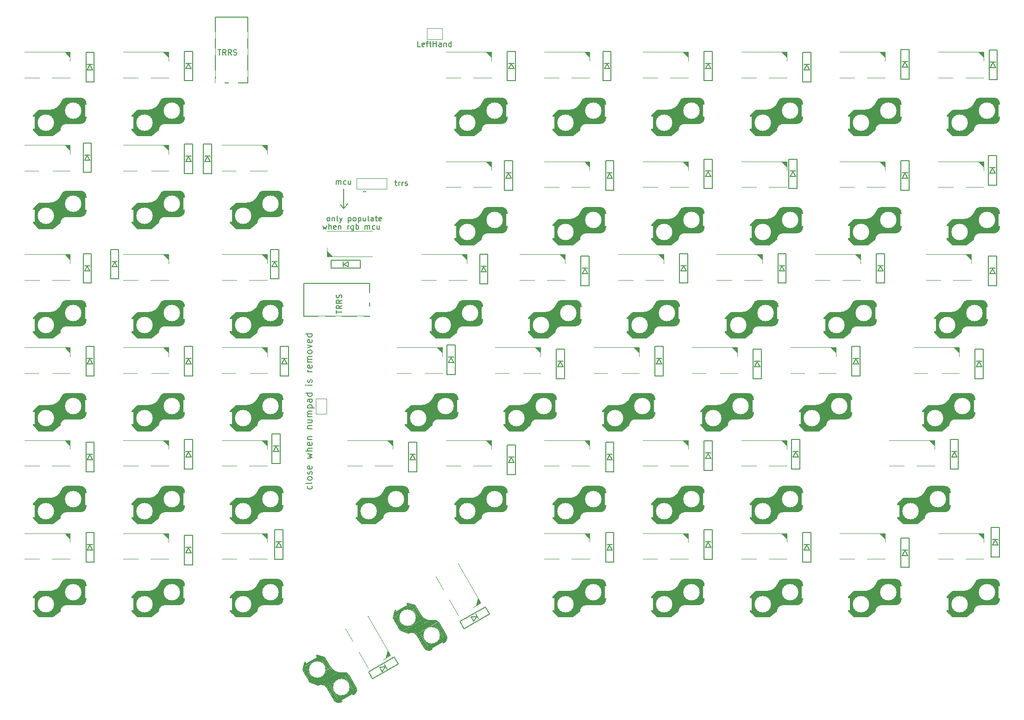
<source format=gto>
G04 #@! TF.GenerationSoftware,KiCad,Pcbnew,8.0.6*
G04 #@! TF.CreationDate,2024-11-23T15:25:56+01:00*
G04 #@! TF.ProjectId,NomadKeyboard,4e6f6d61-644b-4657-9962-6f6172642e6b,rev?*
G04 #@! TF.SameCoordinates,Original*
G04 #@! TF.FileFunction,Legend,Top*
G04 #@! TF.FilePolarity,Positive*
%FSLAX46Y46*%
G04 Gerber Fmt 4.6, Leading zero omitted, Abs format (unit mm)*
G04 Created by KiCad (PCBNEW 8.0.6) date 2024-11-23 15:25:56*
%MOMM*%
%LPD*%
G01*
G04 APERTURE LIST*
G04 Aperture macros list*
%AMRotRect*
0 Rectangle, with rotation*
0 The origin of the aperture is its center*
0 $1 length*
0 $2 width*
0 $3 Rotation angle, in degrees counterclockwise*
0 Add horizontal line*
21,1,$1,$2,0,0,$3*%
%AMFreePoly0*
4,1,6,1.000000,0.000000,0.500000,-0.750000,-0.500000,-0.750000,-0.500000,0.750000,0.500000,0.750000,1.000000,0.000000,1.000000,0.000000,$1*%
%AMFreePoly1*
4,1,6,0.500000,-0.750000,-0.650000,-0.750000,-0.150000,0.000000,-0.650000,0.750000,0.500000,0.750000,0.500000,-0.750000,0.500000,-0.750000,$1*%
G04 Aperture macros list end*
%ADD10C,0.150000*%
%ADD11C,0.200000*%
%ADD12C,0.120000*%
%ADD13C,0.100000*%
%ADD14C,1.200000*%
%ADD15O,1.700000X2.500000*%
%ADD16O,2.500000X1.700000*%
%ADD17R,0.950000X1.300000*%
%ADD18RotRect,1.300000X0.950000X210.000000*%
%ADD19C,1.800000*%
%ADD20C,3.000000*%
%ADD21C,5.200000*%
%ADD22R,1.700000X1.000000*%
%ADD23R,1.600000X2.200000*%
%ADD24RotRect,1.700000X1.000000X120.000000*%
%ADD25RotRect,1.600000X2.200000X120.000000*%
%ADD26C,4.700000*%
%ADD27R,1.300000X0.950000*%
%ADD28FreePoly0,90.000000*%
%ADD29FreePoly1,90.000000*%
%ADD30R,1.500000X1.500000*%
%ADD31FreePoly0,0.000000*%
%ADD32FreePoly0,180.000000*%
%ADD33FreePoly1,0.000000*%
%ADD34O,2.500000X1.500000*%
%ADD35O,1.500000X2.500000*%
G04 APERTURE END LIST*
D10*
X103239120Y-53602640D02*
X102639120Y-53002640D01*
X103239120Y-53602640D02*
X103939120Y-52802640D01*
X103239120Y-50102640D02*
X103239120Y-53602640D01*
D11*
X100351650Y-55969859D02*
X100256412Y-55922240D01*
X100256412Y-55922240D02*
X100208793Y-55874620D01*
X100208793Y-55874620D02*
X100161174Y-55779382D01*
X100161174Y-55779382D02*
X100161174Y-55493668D01*
X100161174Y-55493668D02*
X100208793Y-55398430D01*
X100208793Y-55398430D02*
X100256412Y-55350811D01*
X100256412Y-55350811D02*
X100351650Y-55303192D01*
X100351650Y-55303192D02*
X100494507Y-55303192D01*
X100494507Y-55303192D02*
X100589745Y-55350811D01*
X100589745Y-55350811D02*
X100637364Y-55398430D01*
X100637364Y-55398430D02*
X100684983Y-55493668D01*
X100684983Y-55493668D02*
X100684983Y-55779382D01*
X100684983Y-55779382D02*
X100637364Y-55874620D01*
X100637364Y-55874620D02*
X100589745Y-55922240D01*
X100589745Y-55922240D02*
X100494507Y-55969859D01*
X100494507Y-55969859D02*
X100351650Y-55969859D01*
X101113555Y-55303192D02*
X101113555Y-55969859D01*
X101113555Y-55398430D02*
X101161174Y-55350811D01*
X101161174Y-55350811D02*
X101256412Y-55303192D01*
X101256412Y-55303192D02*
X101399269Y-55303192D01*
X101399269Y-55303192D02*
X101494507Y-55350811D01*
X101494507Y-55350811D02*
X101542126Y-55446049D01*
X101542126Y-55446049D02*
X101542126Y-55969859D01*
X102161174Y-55969859D02*
X102065936Y-55922240D01*
X102065936Y-55922240D02*
X102018317Y-55827001D01*
X102018317Y-55827001D02*
X102018317Y-54969859D01*
X102446889Y-55303192D02*
X102684984Y-55969859D01*
X102923079Y-55303192D02*
X102684984Y-55969859D01*
X102684984Y-55969859D02*
X102589746Y-56207954D01*
X102589746Y-56207954D02*
X102542127Y-56255573D01*
X102542127Y-56255573D02*
X102446889Y-56303192D01*
X104065937Y-55303192D02*
X104065937Y-56303192D01*
X104065937Y-55350811D02*
X104161175Y-55303192D01*
X104161175Y-55303192D02*
X104351651Y-55303192D01*
X104351651Y-55303192D02*
X104446889Y-55350811D01*
X104446889Y-55350811D02*
X104494508Y-55398430D01*
X104494508Y-55398430D02*
X104542127Y-55493668D01*
X104542127Y-55493668D02*
X104542127Y-55779382D01*
X104542127Y-55779382D02*
X104494508Y-55874620D01*
X104494508Y-55874620D02*
X104446889Y-55922240D01*
X104446889Y-55922240D02*
X104351651Y-55969859D01*
X104351651Y-55969859D02*
X104161175Y-55969859D01*
X104161175Y-55969859D02*
X104065937Y-55922240D01*
X105113556Y-55969859D02*
X105018318Y-55922240D01*
X105018318Y-55922240D02*
X104970699Y-55874620D01*
X104970699Y-55874620D02*
X104923080Y-55779382D01*
X104923080Y-55779382D02*
X104923080Y-55493668D01*
X104923080Y-55493668D02*
X104970699Y-55398430D01*
X104970699Y-55398430D02*
X105018318Y-55350811D01*
X105018318Y-55350811D02*
X105113556Y-55303192D01*
X105113556Y-55303192D02*
X105256413Y-55303192D01*
X105256413Y-55303192D02*
X105351651Y-55350811D01*
X105351651Y-55350811D02*
X105399270Y-55398430D01*
X105399270Y-55398430D02*
X105446889Y-55493668D01*
X105446889Y-55493668D02*
X105446889Y-55779382D01*
X105446889Y-55779382D02*
X105399270Y-55874620D01*
X105399270Y-55874620D02*
X105351651Y-55922240D01*
X105351651Y-55922240D02*
X105256413Y-55969859D01*
X105256413Y-55969859D02*
X105113556Y-55969859D01*
X105875461Y-55303192D02*
X105875461Y-56303192D01*
X105875461Y-55350811D02*
X105970699Y-55303192D01*
X105970699Y-55303192D02*
X106161175Y-55303192D01*
X106161175Y-55303192D02*
X106256413Y-55350811D01*
X106256413Y-55350811D02*
X106304032Y-55398430D01*
X106304032Y-55398430D02*
X106351651Y-55493668D01*
X106351651Y-55493668D02*
X106351651Y-55779382D01*
X106351651Y-55779382D02*
X106304032Y-55874620D01*
X106304032Y-55874620D02*
X106256413Y-55922240D01*
X106256413Y-55922240D02*
X106161175Y-55969859D01*
X106161175Y-55969859D02*
X105970699Y-55969859D01*
X105970699Y-55969859D02*
X105875461Y-55922240D01*
X107208794Y-55303192D02*
X107208794Y-55969859D01*
X106780223Y-55303192D02*
X106780223Y-55827001D01*
X106780223Y-55827001D02*
X106827842Y-55922240D01*
X106827842Y-55922240D02*
X106923080Y-55969859D01*
X106923080Y-55969859D02*
X107065937Y-55969859D01*
X107065937Y-55969859D02*
X107161175Y-55922240D01*
X107161175Y-55922240D02*
X107208794Y-55874620D01*
X107827842Y-55969859D02*
X107732604Y-55922240D01*
X107732604Y-55922240D02*
X107684985Y-55827001D01*
X107684985Y-55827001D02*
X107684985Y-54969859D01*
X108637366Y-55969859D02*
X108637366Y-55446049D01*
X108637366Y-55446049D02*
X108589747Y-55350811D01*
X108589747Y-55350811D02*
X108494509Y-55303192D01*
X108494509Y-55303192D02*
X108304033Y-55303192D01*
X108304033Y-55303192D02*
X108208795Y-55350811D01*
X108637366Y-55922240D02*
X108542128Y-55969859D01*
X108542128Y-55969859D02*
X108304033Y-55969859D01*
X108304033Y-55969859D02*
X108208795Y-55922240D01*
X108208795Y-55922240D02*
X108161176Y-55827001D01*
X108161176Y-55827001D02*
X108161176Y-55731763D01*
X108161176Y-55731763D02*
X108208795Y-55636525D01*
X108208795Y-55636525D02*
X108304033Y-55588906D01*
X108304033Y-55588906D02*
X108542128Y-55588906D01*
X108542128Y-55588906D02*
X108637366Y-55541287D01*
X108970700Y-55303192D02*
X109351652Y-55303192D01*
X109113557Y-54969859D02*
X109113557Y-55827001D01*
X109113557Y-55827001D02*
X109161176Y-55922240D01*
X109161176Y-55922240D02*
X109256414Y-55969859D01*
X109256414Y-55969859D02*
X109351652Y-55969859D01*
X110065938Y-55922240D02*
X109970700Y-55969859D01*
X109970700Y-55969859D02*
X109780224Y-55969859D01*
X109780224Y-55969859D02*
X109684986Y-55922240D01*
X109684986Y-55922240D02*
X109637367Y-55827001D01*
X109637367Y-55827001D02*
X109637367Y-55446049D01*
X109637367Y-55446049D02*
X109684986Y-55350811D01*
X109684986Y-55350811D02*
X109780224Y-55303192D01*
X109780224Y-55303192D02*
X109970700Y-55303192D01*
X109970700Y-55303192D02*
X110065938Y-55350811D01*
X110065938Y-55350811D02*
X110113557Y-55446049D01*
X110113557Y-55446049D02*
X110113557Y-55541287D01*
X110113557Y-55541287D02*
X109637367Y-55636525D01*
X97374720Y-104421062D02*
X97431862Y-104535347D01*
X97431862Y-104535347D02*
X97431862Y-104763919D01*
X97431862Y-104763919D02*
X97374720Y-104878204D01*
X97374720Y-104878204D02*
X97317577Y-104935347D01*
X97317577Y-104935347D02*
X97203291Y-104992490D01*
X97203291Y-104992490D02*
X96860434Y-104992490D01*
X96860434Y-104992490D02*
X96746148Y-104935347D01*
X96746148Y-104935347D02*
X96689005Y-104878204D01*
X96689005Y-104878204D02*
X96631862Y-104763919D01*
X96631862Y-104763919D02*
X96631862Y-104535347D01*
X96631862Y-104535347D02*
X96689005Y-104421062D01*
X97431862Y-103735348D02*
X97374720Y-103849633D01*
X97374720Y-103849633D02*
X97260434Y-103906776D01*
X97260434Y-103906776D02*
X96231862Y-103906776D01*
X97431862Y-103106777D02*
X97374720Y-103221062D01*
X97374720Y-103221062D02*
X97317577Y-103278205D01*
X97317577Y-103278205D02*
X97203291Y-103335348D01*
X97203291Y-103335348D02*
X96860434Y-103335348D01*
X96860434Y-103335348D02*
X96746148Y-103278205D01*
X96746148Y-103278205D02*
X96689005Y-103221062D01*
X96689005Y-103221062D02*
X96631862Y-103106777D01*
X96631862Y-103106777D02*
X96631862Y-102935348D01*
X96631862Y-102935348D02*
X96689005Y-102821062D01*
X96689005Y-102821062D02*
X96746148Y-102763920D01*
X96746148Y-102763920D02*
X96860434Y-102706777D01*
X96860434Y-102706777D02*
X97203291Y-102706777D01*
X97203291Y-102706777D02*
X97317577Y-102763920D01*
X97317577Y-102763920D02*
X97374720Y-102821062D01*
X97374720Y-102821062D02*
X97431862Y-102935348D01*
X97431862Y-102935348D02*
X97431862Y-103106777D01*
X97374720Y-102249634D02*
X97431862Y-102135348D01*
X97431862Y-102135348D02*
X97431862Y-101906777D01*
X97431862Y-101906777D02*
X97374720Y-101792491D01*
X97374720Y-101792491D02*
X97260434Y-101735348D01*
X97260434Y-101735348D02*
X97203291Y-101735348D01*
X97203291Y-101735348D02*
X97089005Y-101792491D01*
X97089005Y-101792491D02*
X97031862Y-101906777D01*
X97031862Y-101906777D02*
X97031862Y-102078206D01*
X97031862Y-102078206D02*
X96974720Y-102192491D01*
X96974720Y-102192491D02*
X96860434Y-102249634D01*
X96860434Y-102249634D02*
X96803291Y-102249634D01*
X96803291Y-102249634D02*
X96689005Y-102192491D01*
X96689005Y-102192491D02*
X96631862Y-102078206D01*
X96631862Y-102078206D02*
X96631862Y-101906777D01*
X96631862Y-101906777D02*
X96689005Y-101792491D01*
X97374720Y-100763919D02*
X97431862Y-100878205D01*
X97431862Y-100878205D02*
X97431862Y-101106777D01*
X97431862Y-101106777D02*
X97374720Y-101221062D01*
X97374720Y-101221062D02*
X97260434Y-101278205D01*
X97260434Y-101278205D02*
X96803291Y-101278205D01*
X96803291Y-101278205D02*
X96689005Y-101221062D01*
X96689005Y-101221062D02*
X96631862Y-101106777D01*
X96631862Y-101106777D02*
X96631862Y-100878205D01*
X96631862Y-100878205D02*
X96689005Y-100763919D01*
X96689005Y-100763919D02*
X96803291Y-100706777D01*
X96803291Y-100706777D02*
X96917577Y-100706777D01*
X96917577Y-100706777D02*
X97031862Y-101278205D01*
X96631862Y-99392491D02*
X97431862Y-99163920D01*
X97431862Y-99163920D02*
X96860434Y-98935348D01*
X96860434Y-98935348D02*
X97431862Y-98706777D01*
X97431862Y-98706777D02*
X96631862Y-98478205D01*
X97431862Y-98021062D02*
X96231862Y-98021062D01*
X97431862Y-97506777D02*
X96803291Y-97506777D01*
X96803291Y-97506777D02*
X96689005Y-97563919D01*
X96689005Y-97563919D02*
X96631862Y-97678205D01*
X96631862Y-97678205D02*
X96631862Y-97849634D01*
X96631862Y-97849634D02*
X96689005Y-97963919D01*
X96689005Y-97963919D02*
X96746148Y-98021062D01*
X97374720Y-96478205D02*
X97431862Y-96592491D01*
X97431862Y-96592491D02*
X97431862Y-96821063D01*
X97431862Y-96821063D02*
X97374720Y-96935348D01*
X97374720Y-96935348D02*
X97260434Y-96992491D01*
X97260434Y-96992491D02*
X96803291Y-96992491D01*
X96803291Y-96992491D02*
X96689005Y-96935348D01*
X96689005Y-96935348D02*
X96631862Y-96821063D01*
X96631862Y-96821063D02*
X96631862Y-96592491D01*
X96631862Y-96592491D02*
X96689005Y-96478205D01*
X96689005Y-96478205D02*
X96803291Y-96421063D01*
X96803291Y-96421063D02*
X96917577Y-96421063D01*
X96917577Y-96421063D02*
X97031862Y-96992491D01*
X96631862Y-95906777D02*
X97431862Y-95906777D01*
X96746148Y-95906777D02*
X96689005Y-95849634D01*
X96689005Y-95849634D02*
X96631862Y-95735349D01*
X96631862Y-95735349D02*
X96631862Y-95563920D01*
X96631862Y-95563920D02*
X96689005Y-95449634D01*
X96689005Y-95449634D02*
X96803291Y-95392492D01*
X96803291Y-95392492D02*
X97431862Y-95392492D01*
X96631862Y-93906777D02*
X97431862Y-93906777D01*
X96746148Y-93906777D02*
X96689005Y-93849634D01*
X96689005Y-93849634D02*
X96631862Y-93735349D01*
X96631862Y-93735349D02*
X96631862Y-93563920D01*
X96631862Y-93563920D02*
X96689005Y-93449634D01*
X96689005Y-93449634D02*
X96803291Y-93392492D01*
X96803291Y-93392492D02*
X97431862Y-93392492D01*
X96631862Y-92306778D02*
X97431862Y-92306778D01*
X96631862Y-92821063D02*
X97260434Y-92821063D01*
X97260434Y-92821063D02*
X97374720Y-92763920D01*
X97374720Y-92763920D02*
X97431862Y-92649635D01*
X97431862Y-92649635D02*
X97431862Y-92478206D01*
X97431862Y-92478206D02*
X97374720Y-92363920D01*
X97374720Y-92363920D02*
X97317577Y-92306778D01*
X97431862Y-91735349D02*
X96631862Y-91735349D01*
X96746148Y-91735349D02*
X96689005Y-91678206D01*
X96689005Y-91678206D02*
X96631862Y-91563921D01*
X96631862Y-91563921D02*
X96631862Y-91392492D01*
X96631862Y-91392492D02*
X96689005Y-91278206D01*
X96689005Y-91278206D02*
X96803291Y-91221064D01*
X96803291Y-91221064D02*
X97431862Y-91221064D01*
X96803291Y-91221064D02*
X96689005Y-91163921D01*
X96689005Y-91163921D02*
X96631862Y-91049635D01*
X96631862Y-91049635D02*
X96631862Y-90878206D01*
X96631862Y-90878206D02*
X96689005Y-90763921D01*
X96689005Y-90763921D02*
X96803291Y-90706778D01*
X96803291Y-90706778D02*
X97431862Y-90706778D01*
X96631862Y-90135349D02*
X97831862Y-90135349D01*
X96689005Y-90135349D02*
X96631862Y-90021064D01*
X96631862Y-90021064D02*
X96631862Y-89792492D01*
X96631862Y-89792492D02*
X96689005Y-89678206D01*
X96689005Y-89678206D02*
X96746148Y-89621064D01*
X96746148Y-89621064D02*
X96860434Y-89563921D01*
X96860434Y-89563921D02*
X97203291Y-89563921D01*
X97203291Y-89563921D02*
X97317577Y-89621064D01*
X97317577Y-89621064D02*
X97374720Y-89678206D01*
X97374720Y-89678206D02*
X97431862Y-89792492D01*
X97431862Y-89792492D02*
X97431862Y-90021064D01*
X97431862Y-90021064D02*
X97374720Y-90135349D01*
X97431862Y-88535350D02*
X96803291Y-88535350D01*
X96803291Y-88535350D02*
X96689005Y-88592492D01*
X96689005Y-88592492D02*
X96631862Y-88706778D01*
X96631862Y-88706778D02*
X96631862Y-88935350D01*
X96631862Y-88935350D02*
X96689005Y-89049635D01*
X97374720Y-88535350D02*
X97431862Y-88649635D01*
X97431862Y-88649635D02*
X97431862Y-88935350D01*
X97431862Y-88935350D02*
X97374720Y-89049635D01*
X97374720Y-89049635D02*
X97260434Y-89106778D01*
X97260434Y-89106778D02*
X97146148Y-89106778D01*
X97146148Y-89106778D02*
X97031862Y-89049635D01*
X97031862Y-89049635D02*
X96974720Y-88935350D01*
X96974720Y-88935350D02*
X96974720Y-88649635D01*
X96974720Y-88649635D02*
X96917577Y-88535350D01*
X97431862Y-87449636D02*
X96231862Y-87449636D01*
X97374720Y-87449636D02*
X97431862Y-87563921D01*
X97431862Y-87563921D02*
X97431862Y-87792493D01*
X97431862Y-87792493D02*
X97374720Y-87906778D01*
X97374720Y-87906778D02*
X97317577Y-87963921D01*
X97317577Y-87963921D02*
X97203291Y-88021064D01*
X97203291Y-88021064D02*
X96860434Y-88021064D01*
X96860434Y-88021064D02*
X96746148Y-87963921D01*
X96746148Y-87963921D02*
X96689005Y-87906778D01*
X96689005Y-87906778D02*
X96631862Y-87792493D01*
X96631862Y-87792493D02*
X96631862Y-87563921D01*
X96631862Y-87563921D02*
X96689005Y-87449636D01*
X97431862Y-85963921D02*
X96631862Y-85963921D01*
X96231862Y-85963921D02*
X96289005Y-86021064D01*
X96289005Y-86021064D02*
X96346148Y-85963921D01*
X96346148Y-85963921D02*
X96289005Y-85906778D01*
X96289005Y-85906778D02*
X96231862Y-85963921D01*
X96231862Y-85963921D02*
X96346148Y-85963921D01*
X97374720Y-85449635D02*
X97431862Y-85335349D01*
X97431862Y-85335349D02*
X97431862Y-85106778D01*
X97431862Y-85106778D02*
X97374720Y-84992492D01*
X97374720Y-84992492D02*
X97260434Y-84935349D01*
X97260434Y-84935349D02*
X97203291Y-84935349D01*
X97203291Y-84935349D02*
X97089005Y-84992492D01*
X97089005Y-84992492D02*
X97031862Y-85106778D01*
X97031862Y-85106778D02*
X97031862Y-85278207D01*
X97031862Y-85278207D02*
X96974720Y-85392492D01*
X96974720Y-85392492D02*
X96860434Y-85449635D01*
X96860434Y-85449635D02*
X96803291Y-85449635D01*
X96803291Y-85449635D02*
X96689005Y-85392492D01*
X96689005Y-85392492D02*
X96631862Y-85278207D01*
X96631862Y-85278207D02*
X96631862Y-85106778D01*
X96631862Y-85106778D02*
X96689005Y-84992492D01*
X97431862Y-83506777D02*
X96631862Y-83506777D01*
X96860434Y-83506777D02*
X96746148Y-83449634D01*
X96746148Y-83449634D02*
X96689005Y-83392492D01*
X96689005Y-83392492D02*
X96631862Y-83278206D01*
X96631862Y-83278206D02*
X96631862Y-83163920D01*
X97374720Y-82306777D02*
X97431862Y-82421063D01*
X97431862Y-82421063D02*
X97431862Y-82649635D01*
X97431862Y-82649635D02*
X97374720Y-82763920D01*
X97374720Y-82763920D02*
X97260434Y-82821063D01*
X97260434Y-82821063D02*
X96803291Y-82821063D01*
X96803291Y-82821063D02*
X96689005Y-82763920D01*
X96689005Y-82763920D02*
X96631862Y-82649635D01*
X96631862Y-82649635D02*
X96631862Y-82421063D01*
X96631862Y-82421063D02*
X96689005Y-82306777D01*
X96689005Y-82306777D02*
X96803291Y-82249635D01*
X96803291Y-82249635D02*
X96917577Y-82249635D01*
X96917577Y-82249635D02*
X97031862Y-82821063D01*
X97431862Y-81735349D02*
X96631862Y-81735349D01*
X96746148Y-81735349D02*
X96689005Y-81678206D01*
X96689005Y-81678206D02*
X96631862Y-81563921D01*
X96631862Y-81563921D02*
X96631862Y-81392492D01*
X96631862Y-81392492D02*
X96689005Y-81278206D01*
X96689005Y-81278206D02*
X96803291Y-81221064D01*
X96803291Y-81221064D02*
X97431862Y-81221064D01*
X96803291Y-81221064D02*
X96689005Y-81163921D01*
X96689005Y-81163921D02*
X96631862Y-81049635D01*
X96631862Y-81049635D02*
X96631862Y-80878206D01*
X96631862Y-80878206D02*
X96689005Y-80763921D01*
X96689005Y-80763921D02*
X96803291Y-80706778D01*
X96803291Y-80706778D02*
X97431862Y-80706778D01*
X97431862Y-79963921D02*
X97374720Y-80078206D01*
X97374720Y-80078206D02*
X97317577Y-80135349D01*
X97317577Y-80135349D02*
X97203291Y-80192492D01*
X97203291Y-80192492D02*
X96860434Y-80192492D01*
X96860434Y-80192492D02*
X96746148Y-80135349D01*
X96746148Y-80135349D02*
X96689005Y-80078206D01*
X96689005Y-80078206D02*
X96631862Y-79963921D01*
X96631862Y-79963921D02*
X96631862Y-79792492D01*
X96631862Y-79792492D02*
X96689005Y-79678206D01*
X96689005Y-79678206D02*
X96746148Y-79621064D01*
X96746148Y-79621064D02*
X96860434Y-79563921D01*
X96860434Y-79563921D02*
X97203291Y-79563921D01*
X97203291Y-79563921D02*
X97317577Y-79621064D01*
X97317577Y-79621064D02*
X97374720Y-79678206D01*
X97374720Y-79678206D02*
X97431862Y-79792492D01*
X97431862Y-79792492D02*
X97431862Y-79963921D01*
X96631862Y-79163921D02*
X97431862Y-78878207D01*
X97431862Y-78878207D02*
X96631862Y-78592492D01*
X97374720Y-77678206D02*
X97431862Y-77792492D01*
X97431862Y-77792492D02*
X97431862Y-78021064D01*
X97431862Y-78021064D02*
X97374720Y-78135349D01*
X97374720Y-78135349D02*
X97260434Y-78192492D01*
X97260434Y-78192492D02*
X96803291Y-78192492D01*
X96803291Y-78192492D02*
X96689005Y-78135349D01*
X96689005Y-78135349D02*
X96631862Y-78021064D01*
X96631862Y-78021064D02*
X96631862Y-77792492D01*
X96631862Y-77792492D02*
X96689005Y-77678206D01*
X96689005Y-77678206D02*
X96803291Y-77621064D01*
X96803291Y-77621064D02*
X96917577Y-77621064D01*
X96917577Y-77621064D02*
X97031862Y-78192492D01*
X97431862Y-76592493D02*
X96231862Y-76592493D01*
X97374720Y-76592493D02*
X97431862Y-76706778D01*
X97431862Y-76706778D02*
X97431862Y-76935350D01*
X97431862Y-76935350D02*
X97374720Y-77049635D01*
X97374720Y-77049635D02*
X97317577Y-77106778D01*
X97317577Y-77106778D02*
X97203291Y-77163921D01*
X97203291Y-77163921D02*
X96860434Y-77163921D01*
X96860434Y-77163921D02*
X96746148Y-77106778D01*
X96746148Y-77106778D02*
X96689005Y-77049635D01*
X96689005Y-77049635D02*
X96631862Y-76935350D01*
X96631862Y-76935350D02*
X96631862Y-76706778D01*
X96631862Y-76706778D02*
X96689005Y-76592493D01*
D10*
X101875899Y-49272459D02*
X101875899Y-48605792D01*
X101875899Y-48701030D02*
X101923518Y-48653411D01*
X101923518Y-48653411D02*
X102018756Y-48605792D01*
X102018756Y-48605792D02*
X102161613Y-48605792D01*
X102161613Y-48605792D02*
X102256851Y-48653411D01*
X102256851Y-48653411D02*
X102304470Y-48748649D01*
X102304470Y-48748649D02*
X102304470Y-49272459D01*
X102304470Y-48748649D02*
X102352089Y-48653411D01*
X102352089Y-48653411D02*
X102447327Y-48605792D01*
X102447327Y-48605792D02*
X102590184Y-48605792D01*
X102590184Y-48605792D02*
X102685423Y-48653411D01*
X102685423Y-48653411D02*
X102733042Y-48748649D01*
X102733042Y-48748649D02*
X102733042Y-49272459D01*
X103637803Y-49224840D02*
X103542565Y-49272459D01*
X103542565Y-49272459D02*
X103352089Y-49272459D01*
X103352089Y-49272459D02*
X103256851Y-49224840D01*
X103256851Y-49224840D02*
X103209232Y-49177220D01*
X103209232Y-49177220D02*
X103161613Y-49081982D01*
X103161613Y-49081982D02*
X103161613Y-48796268D01*
X103161613Y-48796268D02*
X103209232Y-48701030D01*
X103209232Y-48701030D02*
X103256851Y-48653411D01*
X103256851Y-48653411D02*
X103352089Y-48605792D01*
X103352089Y-48605792D02*
X103542565Y-48605792D01*
X103542565Y-48605792D02*
X103637803Y-48653411D01*
X104494946Y-48605792D02*
X104494946Y-49272459D01*
X104066375Y-48605792D02*
X104066375Y-49129601D01*
X104066375Y-49129601D02*
X104113994Y-49224840D01*
X104113994Y-49224840D02*
X104209232Y-49272459D01*
X104209232Y-49272459D02*
X104352089Y-49272459D01*
X104352089Y-49272459D02*
X104447327Y-49224840D01*
X104447327Y-49224840D02*
X104494946Y-49177220D01*
X112533042Y-48805792D02*
X112913994Y-48805792D01*
X112675899Y-48472459D02*
X112675899Y-49329601D01*
X112675899Y-49329601D02*
X112723518Y-49424840D01*
X112723518Y-49424840D02*
X112818756Y-49472459D01*
X112818756Y-49472459D02*
X112913994Y-49472459D01*
X113247328Y-49472459D02*
X113247328Y-48805792D01*
X113247328Y-48996268D02*
X113294947Y-48901030D01*
X113294947Y-48901030D02*
X113342566Y-48853411D01*
X113342566Y-48853411D02*
X113437804Y-48805792D01*
X113437804Y-48805792D02*
X113533042Y-48805792D01*
X113866376Y-49472459D02*
X113866376Y-48805792D01*
X113866376Y-48996268D02*
X113913995Y-48901030D01*
X113913995Y-48901030D02*
X113961614Y-48853411D01*
X113961614Y-48853411D02*
X114056852Y-48805792D01*
X114056852Y-48805792D02*
X114152090Y-48805792D01*
X114437805Y-49424840D02*
X114533043Y-49472459D01*
X114533043Y-49472459D02*
X114723519Y-49472459D01*
X114723519Y-49472459D02*
X114818757Y-49424840D01*
X114818757Y-49424840D02*
X114866376Y-49329601D01*
X114866376Y-49329601D02*
X114866376Y-49281982D01*
X114866376Y-49281982D02*
X114818757Y-49186744D01*
X114818757Y-49186744D02*
X114723519Y-49139125D01*
X114723519Y-49139125D02*
X114580662Y-49139125D01*
X114580662Y-49139125D02*
X114485424Y-49091506D01*
X114485424Y-49091506D02*
X114437805Y-48996268D01*
X114437805Y-48996268D02*
X114437805Y-48948649D01*
X114437805Y-48948649D02*
X114485424Y-48853411D01*
X114485424Y-48853411D02*
X114580662Y-48805792D01*
X114580662Y-48805792D02*
X114723519Y-48805792D01*
X114723519Y-48805792D02*
X114818757Y-48853411D01*
D11*
X99363555Y-56803192D02*
X99554031Y-57469859D01*
X99554031Y-57469859D02*
X99744507Y-56993668D01*
X99744507Y-56993668D02*
X99934983Y-57469859D01*
X99934983Y-57469859D02*
X100125459Y-56803192D01*
X100506412Y-57469859D02*
X100506412Y-56469859D01*
X100934983Y-57469859D02*
X100934983Y-56946049D01*
X100934983Y-56946049D02*
X100887364Y-56850811D01*
X100887364Y-56850811D02*
X100792126Y-56803192D01*
X100792126Y-56803192D02*
X100649269Y-56803192D01*
X100649269Y-56803192D02*
X100554031Y-56850811D01*
X100554031Y-56850811D02*
X100506412Y-56898430D01*
X101792126Y-57422240D02*
X101696888Y-57469859D01*
X101696888Y-57469859D02*
X101506412Y-57469859D01*
X101506412Y-57469859D02*
X101411174Y-57422240D01*
X101411174Y-57422240D02*
X101363555Y-57327001D01*
X101363555Y-57327001D02*
X101363555Y-56946049D01*
X101363555Y-56946049D02*
X101411174Y-56850811D01*
X101411174Y-56850811D02*
X101506412Y-56803192D01*
X101506412Y-56803192D02*
X101696888Y-56803192D01*
X101696888Y-56803192D02*
X101792126Y-56850811D01*
X101792126Y-56850811D02*
X101839745Y-56946049D01*
X101839745Y-56946049D02*
X101839745Y-57041287D01*
X101839745Y-57041287D02*
X101363555Y-57136525D01*
X102268317Y-56803192D02*
X102268317Y-57469859D01*
X102268317Y-56898430D02*
X102315936Y-56850811D01*
X102315936Y-56850811D02*
X102411174Y-56803192D01*
X102411174Y-56803192D02*
X102554031Y-56803192D01*
X102554031Y-56803192D02*
X102649269Y-56850811D01*
X102649269Y-56850811D02*
X102696888Y-56946049D01*
X102696888Y-56946049D02*
X102696888Y-57469859D01*
X103934984Y-57469859D02*
X103934984Y-56803192D01*
X103934984Y-56993668D02*
X103982603Y-56898430D01*
X103982603Y-56898430D02*
X104030222Y-56850811D01*
X104030222Y-56850811D02*
X104125460Y-56803192D01*
X104125460Y-56803192D02*
X104220698Y-56803192D01*
X104982603Y-56803192D02*
X104982603Y-57612716D01*
X104982603Y-57612716D02*
X104934984Y-57707954D01*
X104934984Y-57707954D02*
X104887365Y-57755573D01*
X104887365Y-57755573D02*
X104792127Y-57803192D01*
X104792127Y-57803192D02*
X104649270Y-57803192D01*
X104649270Y-57803192D02*
X104554032Y-57755573D01*
X104982603Y-57422240D02*
X104887365Y-57469859D01*
X104887365Y-57469859D02*
X104696889Y-57469859D01*
X104696889Y-57469859D02*
X104601651Y-57422240D01*
X104601651Y-57422240D02*
X104554032Y-57374620D01*
X104554032Y-57374620D02*
X104506413Y-57279382D01*
X104506413Y-57279382D02*
X104506413Y-56993668D01*
X104506413Y-56993668D02*
X104554032Y-56898430D01*
X104554032Y-56898430D02*
X104601651Y-56850811D01*
X104601651Y-56850811D02*
X104696889Y-56803192D01*
X104696889Y-56803192D02*
X104887365Y-56803192D01*
X104887365Y-56803192D02*
X104982603Y-56850811D01*
X105458794Y-57469859D02*
X105458794Y-56469859D01*
X105458794Y-56850811D02*
X105554032Y-56803192D01*
X105554032Y-56803192D02*
X105744508Y-56803192D01*
X105744508Y-56803192D02*
X105839746Y-56850811D01*
X105839746Y-56850811D02*
X105887365Y-56898430D01*
X105887365Y-56898430D02*
X105934984Y-56993668D01*
X105934984Y-56993668D02*
X105934984Y-57279382D01*
X105934984Y-57279382D02*
X105887365Y-57374620D01*
X105887365Y-57374620D02*
X105839746Y-57422240D01*
X105839746Y-57422240D02*
X105744508Y-57469859D01*
X105744508Y-57469859D02*
X105554032Y-57469859D01*
X105554032Y-57469859D02*
X105458794Y-57422240D01*
X107125461Y-57469859D02*
X107125461Y-56803192D01*
X107125461Y-56898430D02*
X107173080Y-56850811D01*
X107173080Y-56850811D02*
X107268318Y-56803192D01*
X107268318Y-56803192D02*
X107411175Y-56803192D01*
X107411175Y-56803192D02*
X107506413Y-56850811D01*
X107506413Y-56850811D02*
X107554032Y-56946049D01*
X107554032Y-56946049D02*
X107554032Y-57469859D01*
X107554032Y-56946049D02*
X107601651Y-56850811D01*
X107601651Y-56850811D02*
X107696889Y-56803192D01*
X107696889Y-56803192D02*
X107839746Y-56803192D01*
X107839746Y-56803192D02*
X107934985Y-56850811D01*
X107934985Y-56850811D02*
X107982604Y-56946049D01*
X107982604Y-56946049D02*
X107982604Y-57469859D01*
X108887365Y-57422240D02*
X108792127Y-57469859D01*
X108792127Y-57469859D02*
X108601651Y-57469859D01*
X108601651Y-57469859D02*
X108506413Y-57422240D01*
X108506413Y-57422240D02*
X108458794Y-57374620D01*
X108458794Y-57374620D02*
X108411175Y-57279382D01*
X108411175Y-57279382D02*
X108411175Y-56993668D01*
X108411175Y-56993668D02*
X108458794Y-56898430D01*
X108458794Y-56898430D02*
X108506413Y-56850811D01*
X108506413Y-56850811D02*
X108601651Y-56803192D01*
X108601651Y-56803192D02*
X108792127Y-56803192D01*
X108792127Y-56803192D02*
X108887365Y-56850811D01*
X109744508Y-56803192D02*
X109744508Y-57469859D01*
X109315937Y-56803192D02*
X109315937Y-57327001D01*
X109315937Y-57327001D02*
X109363556Y-57422240D01*
X109363556Y-57422240D02*
X109458794Y-57469859D01*
X109458794Y-57469859D02*
X109601651Y-57469859D01*
X109601651Y-57469859D02*
X109696889Y-57422240D01*
X109696889Y-57422240D02*
X109744508Y-57374620D01*
D10*
X80202215Y-24607459D02*
X80773643Y-24607459D01*
X80487929Y-25607459D02*
X80487929Y-24607459D01*
X81678405Y-25607459D02*
X81345072Y-25131268D01*
X81106977Y-25607459D02*
X81106977Y-24607459D01*
X81106977Y-24607459D02*
X81487929Y-24607459D01*
X81487929Y-24607459D02*
X81583167Y-24655078D01*
X81583167Y-24655078D02*
X81630786Y-24702697D01*
X81630786Y-24702697D02*
X81678405Y-24797935D01*
X81678405Y-24797935D02*
X81678405Y-24940792D01*
X81678405Y-24940792D02*
X81630786Y-25036030D01*
X81630786Y-25036030D02*
X81583167Y-25083649D01*
X81583167Y-25083649D02*
X81487929Y-25131268D01*
X81487929Y-25131268D02*
X81106977Y-25131268D01*
X82678405Y-25607459D02*
X82345072Y-25131268D01*
X82106977Y-25607459D02*
X82106977Y-24607459D01*
X82106977Y-24607459D02*
X82487929Y-24607459D01*
X82487929Y-24607459D02*
X82583167Y-24655078D01*
X82583167Y-24655078D02*
X82630786Y-24702697D01*
X82630786Y-24702697D02*
X82678405Y-24797935D01*
X82678405Y-24797935D02*
X82678405Y-24940792D01*
X82678405Y-24940792D02*
X82630786Y-25036030D01*
X82630786Y-25036030D02*
X82583167Y-25083649D01*
X82583167Y-25083649D02*
X82487929Y-25131268D01*
X82487929Y-25131268D02*
X82106977Y-25131268D01*
X83059358Y-25559840D02*
X83202215Y-25607459D01*
X83202215Y-25607459D02*
X83440310Y-25607459D01*
X83440310Y-25607459D02*
X83535548Y-25559840D01*
X83535548Y-25559840D02*
X83583167Y-25512220D01*
X83583167Y-25512220D02*
X83630786Y-25416982D01*
X83630786Y-25416982D02*
X83630786Y-25321744D01*
X83630786Y-25321744D02*
X83583167Y-25226506D01*
X83583167Y-25226506D02*
X83535548Y-25178887D01*
X83535548Y-25178887D02*
X83440310Y-25131268D01*
X83440310Y-25131268D02*
X83249834Y-25083649D01*
X83249834Y-25083649D02*
X83154596Y-25036030D01*
X83154596Y-25036030D02*
X83106977Y-24988411D01*
X83106977Y-24988411D02*
X83059358Y-24893173D01*
X83059358Y-24893173D02*
X83059358Y-24797935D01*
X83059358Y-24797935D02*
X83106977Y-24702697D01*
X83106977Y-24702697D02*
X83154596Y-24655078D01*
X83154596Y-24655078D02*
X83249834Y-24607459D01*
X83249834Y-24607459D02*
X83487929Y-24607459D01*
X83487929Y-24607459D02*
X83630786Y-24655078D01*
X80202215Y-24607459D02*
X80773643Y-24607459D01*
X80487929Y-25607459D02*
X80487929Y-24607459D01*
X81678405Y-25607459D02*
X81345072Y-25131268D01*
X81106977Y-25607459D02*
X81106977Y-24607459D01*
X81106977Y-24607459D02*
X81487929Y-24607459D01*
X81487929Y-24607459D02*
X81583167Y-24655078D01*
X81583167Y-24655078D02*
X81630786Y-24702697D01*
X81630786Y-24702697D02*
X81678405Y-24797935D01*
X81678405Y-24797935D02*
X81678405Y-24940792D01*
X81678405Y-24940792D02*
X81630786Y-25036030D01*
X81630786Y-25036030D02*
X81583167Y-25083649D01*
X81583167Y-25083649D02*
X81487929Y-25131268D01*
X81487929Y-25131268D02*
X81106977Y-25131268D01*
X82678405Y-25607459D02*
X82345072Y-25131268D01*
X82106977Y-25607459D02*
X82106977Y-24607459D01*
X82106977Y-24607459D02*
X82487929Y-24607459D01*
X82487929Y-24607459D02*
X82583167Y-24655078D01*
X82583167Y-24655078D02*
X82630786Y-24702697D01*
X82630786Y-24702697D02*
X82678405Y-24797935D01*
X82678405Y-24797935D02*
X82678405Y-24940792D01*
X82678405Y-24940792D02*
X82630786Y-25036030D01*
X82630786Y-25036030D02*
X82583167Y-25083649D01*
X82583167Y-25083649D02*
X82487929Y-25131268D01*
X82487929Y-25131268D02*
X82106977Y-25131268D01*
X83059358Y-25559840D02*
X83202215Y-25607459D01*
X83202215Y-25607459D02*
X83440310Y-25607459D01*
X83440310Y-25607459D02*
X83535548Y-25559840D01*
X83535548Y-25559840D02*
X83583167Y-25512220D01*
X83583167Y-25512220D02*
X83630786Y-25416982D01*
X83630786Y-25416982D02*
X83630786Y-25321744D01*
X83630786Y-25321744D02*
X83583167Y-25226506D01*
X83583167Y-25226506D02*
X83535548Y-25178887D01*
X83535548Y-25178887D02*
X83440310Y-25131268D01*
X83440310Y-25131268D02*
X83249834Y-25083649D01*
X83249834Y-25083649D02*
X83154596Y-25036030D01*
X83154596Y-25036030D02*
X83106977Y-24988411D01*
X83106977Y-24988411D02*
X83059358Y-24893173D01*
X83059358Y-24893173D02*
X83059358Y-24797935D01*
X83059358Y-24797935D02*
X83106977Y-24702697D01*
X83106977Y-24702697D02*
X83154596Y-24655078D01*
X83154596Y-24655078D02*
X83249834Y-24607459D01*
X83249834Y-24607459D02*
X83487929Y-24607459D01*
X83487929Y-24607459D02*
X83630786Y-24655078D01*
X101843939Y-72864544D02*
X101843939Y-72293116D01*
X102843939Y-72578830D02*
X101843939Y-72578830D01*
X102843939Y-71388354D02*
X102367748Y-71721687D01*
X102843939Y-71959782D02*
X101843939Y-71959782D01*
X101843939Y-71959782D02*
X101843939Y-71578830D01*
X101843939Y-71578830D02*
X101891558Y-71483592D01*
X101891558Y-71483592D02*
X101939177Y-71435973D01*
X101939177Y-71435973D02*
X102034415Y-71388354D01*
X102034415Y-71388354D02*
X102177272Y-71388354D01*
X102177272Y-71388354D02*
X102272510Y-71435973D01*
X102272510Y-71435973D02*
X102320129Y-71483592D01*
X102320129Y-71483592D02*
X102367748Y-71578830D01*
X102367748Y-71578830D02*
X102367748Y-71959782D01*
X102843939Y-70388354D02*
X102367748Y-70721687D01*
X102843939Y-70959782D02*
X101843939Y-70959782D01*
X101843939Y-70959782D02*
X101843939Y-70578830D01*
X101843939Y-70578830D02*
X101891558Y-70483592D01*
X101891558Y-70483592D02*
X101939177Y-70435973D01*
X101939177Y-70435973D02*
X102034415Y-70388354D01*
X102034415Y-70388354D02*
X102177272Y-70388354D01*
X102177272Y-70388354D02*
X102272510Y-70435973D01*
X102272510Y-70435973D02*
X102320129Y-70483592D01*
X102320129Y-70483592D02*
X102367748Y-70578830D01*
X102367748Y-70578830D02*
X102367748Y-70959782D01*
X102796320Y-70007401D02*
X102843939Y-69864544D01*
X102843939Y-69864544D02*
X102843939Y-69626449D01*
X102843939Y-69626449D02*
X102796320Y-69531211D01*
X102796320Y-69531211D02*
X102748700Y-69483592D01*
X102748700Y-69483592D02*
X102653462Y-69435973D01*
X102653462Y-69435973D02*
X102558224Y-69435973D01*
X102558224Y-69435973D02*
X102462986Y-69483592D01*
X102462986Y-69483592D02*
X102415367Y-69531211D01*
X102415367Y-69531211D02*
X102367748Y-69626449D01*
X102367748Y-69626449D02*
X102320129Y-69816925D01*
X102320129Y-69816925D02*
X102272510Y-69912163D01*
X102272510Y-69912163D02*
X102224891Y-69959782D01*
X102224891Y-69959782D02*
X102129653Y-70007401D01*
X102129653Y-70007401D02*
X102034415Y-70007401D01*
X102034415Y-70007401D02*
X101939177Y-69959782D01*
X101939177Y-69959782D02*
X101891558Y-69912163D01*
X101891558Y-69912163D02*
X101843939Y-69816925D01*
X101843939Y-69816925D02*
X101843939Y-69578830D01*
X101843939Y-69578830D02*
X101891558Y-69435973D01*
X101843939Y-72864544D02*
X101843939Y-72293116D01*
X102843939Y-72578830D02*
X101843939Y-72578830D01*
X102843939Y-71388354D02*
X102367748Y-71721687D01*
X102843939Y-71959782D02*
X101843939Y-71959782D01*
X101843939Y-71959782D02*
X101843939Y-71578830D01*
X101843939Y-71578830D02*
X101891558Y-71483592D01*
X101891558Y-71483592D02*
X101939177Y-71435973D01*
X101939177Y-71435973D02*
X102034415Y-71388354D01*
X102034415Y-71388354D02*
X102177272Y-71388354D01*
X102177272Y-71388354D02*
X102272510Y-71435973D01*
X102272510Y-71435973D02*
X102320129Y-71483592D01*
X102320129Y-71483592D02*
X102367748Y-71578830D01*
X102367748Y-71578830D02*
X102367748Y-71959782D01*
X102843939Y-70388354D02*
X102367748Y-70721687D01*
X102843939Y-70959782D02*
X101843939Y-70959782D01*
X101843939Y-70959782D02*
X101843939Y-70578830D01*
X101843939Y-70578830D02*
X101891558Y-70483592D01*
X101891558Y-70483592D02*
X101939177Y-70435973D01*
X101939177Y-70435973D02*
X102034415Y-70388354D01*
X102034415Y-70388354D02*
X102177272Y-70388354D01*
X102177272Y-70388354D02*
X102272510Y-70435973D01*
X102272510Y-70435973D02*
X102320129Y-70483592D01*
X102320129Y-70483592D02*
X102367748Y-70578830D01*
X102367748Y-70578830D02*
X102367748Y-70959782D01*
X102796320Y-70007401D02*
X102843939Y-69864544D01*
X102843939Y-69864544D02*
X102843939Y-69626449D01*
X102843939Y-69626449D02*
X102796320Y-69531211D01*
X102796320Y-69531211D02*
X102748700Y-69483592D01*
X102748700Y-69483592D02*
X102653462Y-69435973D01*
X102653462Y-69435973D02*
X102558224Y-69435973D01*
X102558224Y-69435973D02*
X102462986Y-69483592D01*
X102462986Y-69483592D02*
X102415367Y-69531211D01*
X102415367Y-69531211D02*
X102367748Y-69626449D01*
X102367748Y-69626449D02*
X102320129Y-69816925D01*
X102320129Y-69816925D02*
X102272510Y-69912163D01*
X102272510Y-69912163D02*
X102224891Y-69959782D01*
X102224891Y-69959782D02*
X102129653Y-70007401D01*
X102129653Y-70007401D02*
X102034415Y-70007401D01*
X102034415Y-70007401D02*
X101939177Y-69959782D01*
X101939177Y-69959782D02*
X101891558Y-69912163D01*
X101891558Y-69912163D02*
X101843939Y-69816925D01*
X101843939Y-69816925D02*
X101843939Y-69578830D01*
X101843939Y-69578830D02*
X101891558Y-69435973D01*
X117242690Y-24057459D02*
X116766500Y-24057459D01*
X116766500Y-24057459D02*
X116766500Y-23057459D01*
X117956976Y-24009840D02*
X117861738Y-24057459D01*
X117861738Y-24057459D02*
X117671262Y-24057459D01*
X117671262Y-24057459D02*
X117576024Y-24009840D01*
X117576024Y-24009840D02*
X117528405Y-23914601D01*
X117528405Y-23914601D02*
X117528405Y-23533649D01*
X117528405Y-23533649D02*
X117576024Y-23438411D01*
X117576024Y-23438411D02*
X117671262Y-23390792D01*
X117671262Y-23390792D02*
X117861738Y-23390792D01*
X117861738Y-23390792D02*
X117956976Y-23438411D01*
X117956976Y-23438411D02*
X118004595Y-23533649D01*
X118004595Y-23533649D02*
X118004595Y-23628887D01*
X118004595Y-23628887D02*
X117528405Y-23724125D01*
X118290310Y-23390792D02*
X118671262Y-23390792D01*
X118433167Y-24057459D02*
X118433167Y-23200316D01*
X118433167Y-23200316D02*
X118480786Y-23105078D01*
X118480786Y-23105078D02*
X118576024Y-23057459D01*
X118576024Y-23057459D02*
X118671262Y-23057459D01*
X118861739Y-23390792D02*
X119242691Y-23390792D01*
X119004596Y-23057459D02*
X119004596Y-23914601D01*
X119004596Y-23914601D02*
X119052215Y-24009840D01*
X119052215Y-24009840D02*
X119147453Y-24057459D01*
X119147453Y-24057459D02*
X119242691Y-24057459D01*
X119576025Y-24057459D02*
X119576025Y-23057459D01*
X119576025Y-23533649D02*
X120147453Y-23533649D01*
X120147453Y-24057459D02*
X120147453Y-23057459D01*
X121052215Y-24057459D02*
X121052215Y-23533649D01*
X121052215Y-23533649D02*
X121004596Y-23438411D01*
X121004596Y-23438411D02*
X120909358Y-23390792D01*
X120909358Y-23390792D02*
X120718882Y-23390792D01*
X120718882Y-23390792D02*
X120623644Y-23438411D01*
X121052215Y-24009840D02*
X120956977Y-24057459D01*
X120956977Y-24057459D02*
X120718882Y-24057459D01*
X120718882Y-24057459D02*
X120623644Y-24009840D01*
X120623644Y-24009840D02*
X120576025Y-23914601D01*
X120576025Y-23914601D02*
X120576025Y-23819363D01*
X120576025Y-23819363D02*
X120623644Y-23724125D01*
X120623644Y-23724125D02*
X120718882Y-23676506D01*
X120718882Y-23676506D02*
X120956977Y-23676506D01*
X120956977Y-23676506D02*
X121052215Y-23628887D01*
X121528406Y-23390792D02*
X121528406Y-24057459D01*
X121528406Y-23486030D02*
X121576025Y-23438411D01*
X121576025Y-23438411D02*
X121671263Y-23390792D01*
X121671263Y-23390792D02*
X121814120Y-23390792D01*
X121814120Y-23390792D02*
X121909358Y-23438411D01*
X121909358Y-23438411D02*
X121956977Y-23533649D01*
X121956977Y-23533649D02*
X121956977Y-24057459D01*
X122861739Y-24057459D02*
X122861739Y-23057459D01*
X122861739Y-24009840D02*
X122766501Y-24057459D01*
X122766501Y-24057459D02*
X122576025Y-24057459D01*
X122576025Y-24057459D02*
X122480787Y-24009840D01*
X122480787Y-24009840D02*
X122433168Y-23962220D01*
X122433168Y-23962220D02*
X122385549Y-23866982D01*
X122385549Y-23866982D02*
X122385549Y-23581268D01*
X122385549Y-23581268D02*
X122433168Y-23486030D01*
X122433168Y-23486030D02*
X122480787Y-23438411D01*
X122480787Y-23438411D02*
X122576025Y-23390792D01*
X122576025Y-23390792D02*
X122766501Y-23390792D01*
X122766501Y-23390792D02*
X122861739Y-23438411D01*
X89839120Y-61152640D02*
X89839120Y-66552640D01*
X90089120Y-64352640D02*
X90589120Y-63452640D01*
X90589120Y-63452640D02*
X91089120Y-64352640D01*
X91089120Y-63352640D02*
X90089120Y-63352640D01*
X91089120Y-64352640D02*
X90089120Y-64352640D01*
X91339120Y-61152640D02*
X89839120Y-61152640D01*
X91339120Y-66552640D02*
X89839120Y-66552640D01*
X91339120Y-66552640D02*
X91339120Y-61152640D01*
X132589120Y-44902640D02*
X132589120Y-50302640D01*
X132839120Y-48102640D02*
X133339120Y-47202640D01*
X133339120Y-47202640D02*
X133839120Y-48102640D01*
X133839120Y-47102640D02*
X132839120Y-47102640D01*
X133839120Y-48102640D02*
X132839120Y-48102640D01*
X134089120Y-44902640D02*
X132589120Y-44902640D01*
X134089120Y-50302640D02*
X132589120Y-50302640D01*
X134089120Y-50302640D02*
X134089120Y-44902640D01*
X151089120Y-44902640D02*
X151089120Y-50302640D01*
X151339120Y-48102640D02*
X151839120Y-47202640D01*
X151839120Y-47202640D02*
X152339120Y-48102640D01*
X152339120Y-47102640D02*
X151339120Y-47102640D01*
X152339120Y-48102640D02*
X151339120Y-48102640D01*
X152589120Y-44902640D02*
X151089120Y-44902640D01*
X152589120Y-50302640D02*
X151089120Y-50302640D01*
X152589120Y-50302640D02*
X152589120Y-44902640D01*
X169089120Y-44627640D02*
X169089120Y-50027640D01*
X169339120Y-47827640D02*
X169839120Y-46927640D01*
X169839120Y-46927640D02*
X170339120Y-47827640D01*
X170339120Y-46827640D02*
X169339120Y-46827640D01*
X170339120Y-47827640D02*
X169339120Y-47827640D01*
X170589120Y-44627640D02*
X169089120Y-44627640D01*
X170589120Y-50027640D02*
X169089120Y-50027640D01*
X170589120Y-50027640D02*
X170589120Y-44627640D01*
X184589120Y-44627640D02*
X184589120Y-50027640D01*
X184839120Y-47827640D02*
X185339120Y-46927640D01*
X185339120Y-46927640D02*
X185839120Y-47827640D01*
X185839120Y-46827640D02*
X184839120Y-46827640D01*
X185839120Y-47827640D02*
X184839120Y-47827640D01*
X186089120Y-44627640D02*
X184589120Y-44627640D01*
X186089120Y-50027640D02*
X184589120Y-50027640D01*
X186089120Y-50027640D02*
X186089120Y-44627640D01*
X205089120Y-44902640D02*
X205089120Y-50302640D01*
X205339120Y-48102640D02*
X205839120Y-47202640D01*
X205839120Y-47202640D02*
X206339120Y-48102640D01*
X206339120Y-47102640D02*
X205339120Y-47102640D01*
X206339120Y-48102640D02*
X205339120Y-48102640D01*
X206589120Y-44902640D02*
X205089120Y-44902640D01*
X206589120Y-50302640D02*
X205089120Y-50302640D01*
X206589120Y-50302640D02*
X206589120Y-44902640D01*
X90089120Y-94902640D02*
X90089120Y-100302640D01*
X90339120Y-98102640D02*
X90839120Y-97202640D01*
X90839120Y-97202640D02*
X91339120Y-98102640D01*
X91339120Y-97102640D02*
X90339120Y-97102640D01*
X91339120Y-98102640D02*
X90339120Y-98102640D01*
X91589120Y-94902640D02*
X90089120Y-94902640D01*
X91589120Y-100302640D02*
X90089120Y-100302640D01*
X91589120Y-100302640D02*
X91589120Y-94902640D01*
X113167371Y-136994488D02*
X112417371Y-135695450D01*
X112417371Y-135695450D02*
X107740833Y-138395450D01*
X111137115Y-137877982D02*
X110637115Y-137011956D01*
X110800512Y-137494969D02*
X110271089Y-138377982D01*
X110271089Y-138377982D02*
X109771089Y-137511956D01*
X109771089Y-137511956D02*
X110800512Y-137494969D01*
X108490833Y-139694488D02*
X113167371Y-136994488D01*
X108490833Y-139694488D02*
X107740833Y-138395450D01*
X125175851Y-130502159D02*
X124425851Y-129203121D01*
X125175851Y-130502159D02*
X129852389Y-127802159D01*
X126456107Y-128319627D02*
X127485530Y-128302640D01*
X126956107Y-129185653D02*
X126456107Y-128319627D01*
X127485530Y-128302640D02*
X126956107Y-129185653D01*
X127822133Y-128685653D02*
X127322133Y-127819627D01*
X129102389Y-126503121D02*
X124425851Y-129203121D01*
X129852389Y-127802159D02*
X129102389Y-126503121D01*
X151089120Y-112902640D02*
X151089120Y-118302640D01*
X151339120Y-116102640D02*
X151839120Y-115202640D01*
X151839120Y-115202640D02*
X152339120Y-116102640D01*
X152339120Y-115102640D02*
X151339120Y-115102640D01*
X152339120Y-116102640D02*
X151339120Y-116102640D01*
X152589120Y-112902640D02*
X151089120Y-112902640D01*
X152589120Y-118302640D02*
X151089120Y-118302640D01*
X152589120Y-118302640D02*
X152589120Y-112902640D01*
D12*
X80899100Y-62051060D02*
X89199100Y-62051060D01*
D10*
X82499100Y-73702600D02*
X83524100Y-72677600D01*
X82499100Y-76302600D02*
X82499100Y-73702600D01*
X82499100Y-76302600D02*
X83524100Y-77327600D01*
X82649100Y-73552600D02*
X82649100Y-76452600D01*
X82799100Y-73452600D02*
X82799100Y-76602600D01*
X82949100Y-73252600D02*
X82949100Y-76752600D01*
X83099100Y-73102600D02*
X83099100Y-76902600D01*
X83249100Y-72952600D02*
X83249100Y-77052600D01*
X83399100Y-72852600D02*
X83399100Y-77202600D01*
X83549100Y-72702600D02*
X83549100Y-77302600D01*
X83699100Y-72702600D02*
X83699100Y-77302600D01*
X83849100Y-72702600D02*
X83849100Y-77302600D01*
X83999100Y-72702600D02*
X83999100Y-77302600D01*
X84149100Y-72702600D02*
X84149100Y-77302600D01*
X84299100Y-72702600D02*
X84299100Y-77302600D01*
X84449100Y-72702600D02*
X84449100Y-77302600D01*
X84599100Y-72702600D02*
X84599100Y-77302600D01*
X84749100Y-72702600D02*
X84749100Y-77302600D01*
X84899100Y-72702600D02*
X84899100Y-77302600D01*
X85049100Y-72702600D02*
X85049100Y-77302600D01*
X85199100Y-72702600D02*
X85199100Y-77302600D01*
X85349100Y-72702600D02*
X85349100Y-77302600D01*
X85499100Y-72677600D02*
X83524100Y-72677600D01*
X85499100Y-72702600D02*
X85499100Y-77302600D01*
X85649100Y-72702600D02*
X85649100Y-77252600D01*
X85799100Y-72652600D02*
X85799100Y-77302600D01*
X85949100Y-72652600D02*
X85949100Y-77302600D01*
X86074100Y-77327600D02*
X83524100Y-77327600D01*
X86074100Y-77327600D02*
X87349100Y-76302600D01*
X86099100Y-72652600D02*
X86099100Y-77252600D01*
X86249100Y-72602600D02*
X86249100Y-77152600D01*
X86399100Y-72502600D02*
X86399100Y-77052600D01*
X86549100Y-72452600D02*
X86549100Y-76902600D01*
X86699100Y-72352600D02*
X86699100Y-76802600D01*
X86849100Y-72252600D02*
X86849100Y-76652600D01*
X86999100Y-72152600D02*
X86999100Y-76552600D01*
X87149100Y-72002600D02*
X87149100Y-76452600D01*
X87299100Y-71852600D02*
X87299100Y-76302600D01*
X87399100Y-71652600D02*
X87399100Y-75802600D01*
X87499100Y-71502600D02*
X87499100Y-75652600D01*
X87599100Y-71302600D02*
X87599100Y-75452600D01*
X87699100Y-71152600D02*
X87699100Y-75352600D01*
X87799100Y-70902600D02*
X87799100Y-75302600D01*
X87899100Y-70752600D02*
X87899100Y-75252600D01*
X88049100Y-70652600D02*
X88049100Y-75202600D01*
X88199100Y-70552600D02*
X88199100Y-75102600D01*
X88349100Y-70502600D02*
X88349100Y-75102600D01*
X88499100Y-70502600D02*
X88499100Y-75102600D01*
X88649100Y-70502600D02*
X88649100Y-75052600D01*
X88799100Y-70502600D02*
X88799100Y-75102600D01*
X88949100Y-70502600D02*
X88949100Y-75102600D01*
X89099100Y-70502600D02*
X89099100Y-75102600D01*
D12*
X89199100Y-62051060D02*
X89199100Y-63702060D01*
X89199100Y-66753600D02*
X80899100Y-66751060D01*
D10*
X89249100Y-70502600D02*
X89249100Y-75102600D01*
X89399100Y-70502600D02*
X89399100Y-75102600D01*
X89549100Y-70502600D02*
X89549100Y-75102600D01*
X89699100Y-70502600D02*
X89699100Y-75102600D01*
X89849100Y-70502600D02*
X89849100Y-75102600D01*
X89999100Y-70502600D02*
X89999100Y-75102600D01*
X90149100Y-70502600D02*
X90149100Y-75102600D01*
X90299100Y-70502600D02*
X90299100Y-75102600D01*
X90449100Y-70502600D02*
X90449100Y-75102600D01*
X90599100Y-70502600D02*
X90599100Y-75102600D01*
X90749100Y-70502600D02*
X90749100Y-75102600D01*
X90899100Y-70502600D02*
X90899100Y-75102600D01*
X91049100Y-70502600D02*
X91049100Y-75102600D01*
X91099100Y-70477600D02*
X88499100Y-70477600D01*
X91099100Y-75127600D02*
X88524100Y-75127600D01*
X91199100Y-70502600D02*
X91199100Y-75052600D01*
X91349100Y-70552600D02*
X91349100Y-75052600D01*
X91499100Y-70602600D02*
X91499100Y-75002600D01*
X91649100Y-70702600D02*
X91649100Y-74902600D01*
X91749100Y-70802600D02*
X91749100Y-74752600D01*
X91849100Y-70902600D02*
X91849100Y-74652600D01*
X91949100Y-71052600D02*
X91949100Y-74602600D01*
X92099100Y-74127600D02*
X92099100Y-71477600D01*
X87349100Y-76302600D02*
G75*
G02*
X88524100Y-75127600I1175002J-2D01*
G01*
X87636901Y-71180696D02*
G75*
G02*
X85499100Y-72677600I-2137800J778095D01*
G01*
X87636901Y-71180696D02*
G75*
G02*
X88498105Y-70478809I900000J-225000D01*
G01*
X91099100Y-70477600D02*
G75*
G02*
X92099100Y-71477600I1J-999999D01*
G01*
X92099100Y-74127600D02*
G75*
G02*
X91099100Y-75127600I-999999J-1D01*
G01*
D13*
X89199100Y-63067060D02*
X88191100Y-62053600D01*
X89199100Y-62051060D01*
X89199100Y-63067060D01*
G36*
X89199100Y-63067060D02*
G01*
X88191100Y-62053600D01*
X89199100Y-62051060D01*
X89199100Y-63067060D01*
G37*
D12*
X157899100Y-45051060D02*
X166199100Y-45051060D01*
D10*
X159499100Y-56702600D02*
X160524100Y-55677600D01*
X159499100Y-59302600D02*
X159499100Y-56702600D01*
X159499100Y-59302600D02*
X160524100Y-60327600D01*
X159649100Y-56552600D02*
X159649100Y-59452600D01*
X159799100Y-56452600D02*
X159799100Y-59602600D01*
X159949100Y-56252600D02*
X159949100Y-59752600D01*
X160099100Y-56102600D02*
X160099100Y-59902600D01*
X160249100Y-55952600D02*
X160249100Y-60052600D01*
X160399100Y-55852600D02*
X160399100Y-60202600D01*
X160549100Y-55702600D02*
X160549100Y-60302600D01*
X160699100Y-55702600D02*
X160699100Y-60302600D01*
X160849100Y-55702600D02*
X160849100Y-60302600D01*
X160999100Y-55702600D02*
X160999100Y-60302600D01*
X161149100Y-55702600D02*
X161149100Y-60302600D01*
X161299100Y-55702600D02*
X161299100Y-60302600D01*
X161449100Y-55702600D02*
X161449100Y-60302600D01*
X161599100Y-55702600D02*
X161599100Y-60302600D01*
X161749100Y-55702600D02*
X161749100Y-60302600D01*
X161899100Y-55702600D02*
X161899100Y-60302600D01*
X162049100Y-55702600D02*
X162049100Y-60302600D01*
X162199100Y-55702600D02*
X162199100Y-60302600D01*
X162349100Y-55702600D02*
X162349100Y-60302600D01*
X162499100Y-55677600D02*
X160524100Y-55677600D01*
X162499100Y-55702600D02*
X162499100Y-60302600D01*
X162649100Y-55702600D02*
X162649100Y-60252600D01*
X162799100Y-55652600D02*
X162799100Y-60302600D01*
X162949100Y-55652600D02*
X162949100Y-60302600D01*
X163074100Y-60327600D02*
X160524100Y-60327600D01*
X163074100Y-60327600D02*
X164349100Y-59302600D01*
X163099100Y-55652600D02*
X163099100Y-60252600D01*
X163249100Y-55602600D02*
X163249100Y-60152600D01*
X163399100Y-55502600D02*
X163399100Y-60052600D01*
X163549100Y-55452600D02*
X163549100Y-59902600D01*
X163699100Y-55352600D02*
X163699100Y-59802600D01*
X163849100Y-55252600D02*
X163849100Y-59652600D01*
X163999100Y-55152600D02*
X163999100Y-59552600D01*
X164149100Y-55002600D02*
X164149100Y-59452600D01*
X164299100Y-54852600D02*
X164299100Y-59302600D01*
X164399100Y-54652600D02*
X164399100Y-58802600D01*
X164499100Y-54502600D02*
X164499100Y-58652600D01*
X164599100Y-54302600D02*
X164599100Y-58452600D01*
X164699100Y-54152600D02*
X164699100Y-58352600D01*
X164799100Y-53902600D02*
X164799100Y-58302600D01*
X164899100Y-53752600D02*
X164899100Y-58252600D01*
X165049100Y-53652600D02*
X165049100Y-58202600D01*
X165199100Y-53552600D02*
X165199100Y-58102600D01*
X165349100Y-53502600D02*
X165349100Y-58102600D01*
X165499100Y-53502600D02*
X165499100Y-58102600D01*
X165649100Y-53502600D02*
X165649100Y-58052600D01*
X165799100Y-53502600D02*
X165799100Y-58102600D01*
X165949100Y-53502600D02*
X165949100Y-58102600D01*
X166099100Y-53502600D02*
X166099100Y-58102600D01*
D12*
X166199100Y-45051060D02*
X166199100Y-46702060D01*
X166199100Y-49753600D02*
X157899100Y-49751060D01*
D10*
X166249100Y-53502600D02*
X166249100Y-58102600D01*
X166399100Y-53502600D02*
X166399100Y-58102600D01*
X166549100Y-53502600D02*
X166549100Y-58102600D01*
X166699100Y-53502600D02*
X166699100Y-58102600D01*
X166849100Y-53502600D02*
X166849100Y-58102600D01*
X166999100Y-53502600D02*
X166999100Y-58102600D01*
X167149100Y-53502600D02*
X167149100Y-58102600D01*
X167299100Y-53502600D02*
X167299100Y-58102600D01*
X167449100Y-53502600D02*
X167449100Y-58102600D01*
X167599100Y-53502600D02*
X167599100Y-58102600D01*
X167749100Y-53502600D02*
X167749100Y-58102600D01*
X167899100Y-53502600D02*
X167899100Y-58102600D01*
X168049100Y-53502600D02*
X168049100Y-58102600D01*
X168099100Y-53477600D02*
X165499100Y-53477600D01*
X168099100Y-58127600D02*
X165524100Y-58127600D01*
X168199100Y-53502600D02*
X168199100Y-58052600D01*
X168349100Y-53552600D02*
X168349100Y-58052600D01*
X168499100Y-53602600D02*
X168499100Y-58002600D01*
X168649100Y-53702600D02*
X168649100Y-57902600D01*
X168749100Y-53802600D02*
X168749100Y-57752600D01*
X168849100Y-53902600D02*
X168849100Y-57652600D01*
X168949100Y-54052600D02*
X168949100Y-57602600D01*
X169099100Y-57127600D02*
X169099100Y-54477600D01*
X164349100Y-59302600D02*
G75*
G02*
X165524100Y-58127600I1175002J-2D01*
G01*
X164636901Y-54180696D02*
G75*
G02*
X162499100Y-55677600I-2137800J778095D01*
G01*
X164636901Y-54180696D02*
G75*
G02*
X165498105Y-53478809I900000J-225000D01*
G01*
X168099100Y-53477600D02*
G75*
G02*
X169099100Y-54477600I1J-999999D01*
G01*
X169099100Y-57127600D02*
G75*
G02*
X168099100Y-58127600I-999999J-1D01*
G01*
D13*
X166199100Y-46067060D02*
X165191100Y-45053600D01*
X166199100Y-45051060D01*
X166199100Y-46067060D01*
G36*
X166199100Y-46067060D02*
G01*
X165191100Y-45053600D01*
X166199100Y-45051060D01*
X166199100Y-46067060D01*
G37*
D12*
X80899100Y-96051060D02*
X89199100Y-96051060D01*
D10*
X82499100Y-107702600D02*
X83524100Y-106677600D01*
X82499100Y-110302600D02*
X82499100Y-107702600D01*
X82499100Y-110302600D02*
X83524100Y-111327600D01*
X82649100Y-107552600D02*
X82649100Y-110452600D01*
X82799100Y-107452600D02*
X82799100Y-110602600D01*
X82949100Y-107252600D02*
X82949100Y-110752600D01*
X83099100Y-107102600D02*
X83099100Y-110902600D01*
X83249100Y-106952600D02*
X83249100Y-111052600D01*
X83399100Y-106852600D02*
X83399100Y-111202600D01*
X83549100Y-106702600D02*
X83549100Y-111302600D01*
X83699100Y-106702600D02*
X83699100Y-111302600D01*
X83849100Y-106702600D02*
X83849100Y-111302600D01*
X83999100Y-106702600D02*
X83999100Y-111302600D01*
X84149100Y-106702600D02*
X84149100Y-111302600D01*
X84299100Y-106702600D02*
X84299100Y-111302600D01*
X84449100Y-106702600D02*
X84449100Y-111302600D01*
X84599100Y-106702600D02*
X84599100Y-111302600D01*
X84749100Y-106702600D02*
X84749100Y-111302600D01*
X84899100Y-106702600D02*
X84899100Y-111302600D01*
X85049100Y-106702600D02*
X85049100Y-111302600D01*
X85199100Y-106702600D02*
X85199100Y-111302600D01*
X85349100Y-106702600D02*
X85349100Y-111302600D01*
X85499100Y-106677600D02*
X83524100Y-106677600D01*
X85499100Y-106702600D02*
X85499100Y-111302600D01*
X85649100Y-106702600D02*
X85649100Y-111252600D01*
X85799100Y-106652600D02*
X85799100Y-111302600D01*
X85949100Y-106652600D02*
X85949100Y-111302600D01*
X86074100Y-111327600D02*
X83524100Y-111327600D01*
X86074100Y-111327600D02*
X87349100Y-110302600D01*
X86099100Y-106652600D02*
X86099100Y-111252600D01*
X86249100Y-106602600D02*
X86249100Y-111152600D01*
X86399100Y-106502600D02*
X86399100Y-111052600D01*
X86549100Y-106452600D02*
X86549100Y-110902600D01*
X86699100Y-106352600D02*
X86699100Y-110802600D01*
X86849100Y-106252600D02*
X86849100Y-110652600D01*
X86999100Y-106152600D02*
X86999100Y-110552600D01*
X87149100Y-106002600D02*
X87149100Y-110452600D01*
X87299100Y-105852600D02*
X87299100Y-110302600D01*
X87399100Y-105652600D02*
X87399100Y-109802600D01*
X87499100Y-105502600D02*
X87499100Y-109652600D01*
X87599100Y-105302600D02*
X87599100Y-109452600D01*
X87699100Y-105152600D02*
X87699100Y-109352600D01*
X87799100Y-104902600D02*
X87799100Y-109302600D01*
X87899100Y-104752600D02*
X87899100Y-109252600D01*
X88049100Y-104652600D02*
X88049100Y-109202600D01*
X88199100Y-104552600D02*
X88199100Y-109102600D01*
X88349100Y-104502600D02*
X88349100Y-109102600D01*
X88499100Y-104502600D02*
X88499100Y-109102600D01*
X88649100Y-104502600D02*
X88649100Y-109052600D01*
X88799100Y-104502600D02*
X88799100Y-109102600D01*
X88949100Y-104502600D02*
X88949100Y-109102600D01*
X89099100Y-104502600D02*
X89099100Y-109102600D01*
D12*
X89199100Y-96051060D02*
X89199100Y-97702060D01*
X89199100Y-100753600D02*
X80899100Y-100751060D01*
D10*
X89249100Y-104502600D02*
X89249100Y-109102600D01*
X89399100Y-104502600D02*
X89399100Y-109102600D01*
X89549100Y-104502600D02*
X89549100Y-109102600D01*
X89699100Y-104502600D02*
X89699100Y-109102600D01*
X89849100Y-104502600D02*
X89849100Y-109102600D01*
X89999100Y-104502600D02*
X89999100Y-109102600D01*
X90149100Y-104502600D02*
X90149100Y-109102600D01*
X90299100Y-104502600D02*
X90299100Y-109102600D01*
X90449100Y-104502600D02*
X90449100Y-109102600D01*
X90599100Y-104502600D02*
X90599100Y-109102600D01*
X90749100Y-104502600D02*
X90749100Y-109102600D01*
X90899100Y-104502600D02*
X90899100Y-109102600D01*
X91049100Y-104502600D02*
X91049100Y-109102600D01*
X91099100Y-104477600D02*
X88499100Y-104477600D01*
X91099100Y-109127600D02*
X88524100Y-109127600D01*
X91199100Y-104502600D02*
X91199100Y-109052600D01*
X91349100Y-104552600D02*
X91349100Y-109052600D01*
X91499100Y-104602600D02*
X91499100Y-109002600D01*
X91649100Y-104702600D02*
X91649100Y-108902600D01*
X91749100Y-104802600D02*
X91749100Y-108752600D01*
X91849100Y-104902600D02*
X91849100Y-108652600D01*
X91949100Y-105052600D02*
X91949100Y-108602600D01*
X92099100Y-108127600D02*
X92099100Y-105477600D01*
X87349100Y-110302600D02*
G75*
G02*
X88524100Y-109127600I1175002J-2D01*
G01*
X87636901Y-105180696D02*
G75*
G02*
X85499100Y-106677600I-2137800J778095D01*
G01*
X87636901Y-105180696D02*
G75*
G02*
X88498105Y-104478809I900000J-225000D01*
G01*
X91099100Y-104477600D02*
G75*
G02*
X92099100Y-105477600I1J-999999D01*
G01*
X92099100Y-108127600D02*
G75*
G02*
X91099100Y-109127600I-999999J-1D01*
G01*
D13*
X89199100Y-97067060D02*
X88191100Y-96053600D01*
X89199100Y-96051060D01*
X89199100Y-97067060D01*
G36*
X89199100Y-97067060D02*
G01*
X88191100Y-96053600D01*
X89199100Y-96051060D01*
X89199100Y-97067060D01*
G37*
D12*
X117399100Y-62051060D02*
X125699100Y-62051060D01*
D10*
X118999100Y-73702600D02*
X120024100Y-72677600D01*
X118999100Y-76302600D02*
X118999100Y-73702600D01*
X118999100Y-76302600D02*
X120024100Y-77327600D01*
X119149100Y-73552600D02*
X119149100Y-76452600D01*
X119299100Y-73452600D02*
X119299100Y-76602600D01*
X119449100Y-73252600D02*
X119449100Y-76752600D01*
X119599100Y-73102600D02*
X119599100Y-76902600D01*
X119749100Y-72952600D02*
X119749100Y-77052600D01*
X119899100Y-72852600D02*
X119899100Y-77202600D01*
X120049100Y-72702600D02*
X120049100Y-77302600D01*
X120199100Y-72702600D02*
X120199100Y-77302600D01*
X120349100Y-72702600D02*
X120349100Y-77302600D01*
X120499100Y-72702600D02*
X120499100Y-77302600D01*
X120649100Y-72702600D02*
X120649100Y-77302600D01*
X120799100Y-72702600D02*
X120799100Y-77302600D01*
X120949100Y-72702600D02*
X120949100Y-77302600D01*
X121099100Y-72702600D02*
X121099100Y-77302600D01*
X121249100Y-72702600D02*
X121249100Y-77302600D01*
X121399100Y-72702600D02*
X121399100Y-77302600D01*
X121549100Y-72702600D02*
X121549100Y-77302600D01*
X121699100Y-72702600D02*
X121699100Y-77302600D01*
X121849100Y-72702600D02*
X121849100Y-77302600D01*
X121999100Y-72677600D02*
X120024100Y-72677600D01*
X121999100Y-72702600D02*
X121999100Y-77302600D01*
X122149100Y-72702600D02*
X122149100Y-77252600D01*
X122299100Y-72652600D02*
X122299100Y-77302600D01*
X122449100Y-72652600D02*
X122449100Y-77302600D01*
X122574100Y-77327600D02*
X120024100Y-77327600D01*
X122574100Y-77327600D02*
X123849100Y-76302600D01*
X122599100Y-72652600D02*
X122599100Y-77252600D01*
X122749100Y-72602600D02*
X122749100Y-77152600D01*
X122899100Y-72502600D02*
X122899100Y-77052600D01*
X123049100Y-72452600D02*
X123049100Y-76902600D01*
X123199100Y-72352600D02*
X123199100Y-76802600D01*
X123349100Y-72252600D02*
X123349100Y-76652600D01*
X123499100Y-72152600D02*
X123499100Y-76552600D01*
X123649100Y-72002600D02*
X123649100Y-76452600D01*
X123799100Y-71852600D02*
X123799100Y-76302600D01*
X123899100Y-71652600D02*
X123899100Y-75802600D01*
X123999100Y-71502600D02*
X123999100Y-75652600D01*
X124099100Y-71302600D02*
X124099100Y-75452600D01*
X124199100Y-71152600D02*
X124199100Y-75352600D01*
X124299100Y-70902600D02*
X124299100Y-75302600D01*
X124399100Y-70752600D02*
X124399100Y-75252600D01*
X124549100Y-70652600D02*
X124549100Y-75202600D01*
X124699100Y-70552600D02*
X124699100Y-75102600D01*
X124849100Y-70502600D02*
X124849100Y-75102600D01*
X124999100Y-70502600D02*
X124999100Y-75102600D01*
X125149100Y-70502600D02*
X125149100Y-75052600D01*
X125299100Y-70502600D02*
X125299100Y-75102600D01*
X125449100Y-70502600D02*
X125449100Y-75102600D01*
X125599100Y-70502600D02*
X125599100Y-75102600D01*
D12*
X125699100Y-62051060D02*
X125699100Y-63702060D01*
X125699100Y-66753600D02*
X117399100Y-66751060D01*
D10*
X125749100Y-70502600D02*
X125749100Y-75102600D01*
X125899100Y-70502600D02*
X125899100Y-75102600D01*
X126049100Y-70502600D02*
X126049100Y-75102600D01*
X126199100Y-70502600D02*
X126199100Y-75102600D01*
X126349100Y-70502600D02*
X126349100Y-75102600D01*
X126499100Y-70502600D02*
X126499100Y-75102600D01*
X126649100Y-70502600D02*
X126649100Y-75102600D01*
X126799100Y-70502600D02*
X126799100Y-75102600D01*
X126949100Y-70502600D02*
X126949100Y-75102600D01*
X127099100Y-70502600D02*
X127099100Y-75102600D01*
X127249100Y-70502600D02*
X127249100Y-75102600D01*
X127399100Y-70502600D02*
X127399100Y-75102600D01*
X127549100Y-70502600D02*
X127549100Y-75102600D01*
X127599100Y-70477600D02*
X124999100Y-70477600D01*
X127599100Y-75127600D02*
X125024100Y-75127600D01*
X127699100Y-70502600D02*
X127699100Y-75052600D01*
X127849100Y-70552600D02*
X127849100Y-75052600D01*
X127999100Y-70602600D02*
X127999100Y-75002600D01*
X128149100Y-70702600D02*
X128149100Y-74902600D01*
X128249100Y-70802600D02*
X128249100Y-74752600D01*
X128349100Y-70902600D02*
X128349100Y-74652600D01*
X128449100Y-71052600D02*
X128449100Y-74602600D01*
X128599100Y-74127600D02*
X128599100Y-71477600D01*
X123849100Y-76302600D02*
G75*
G02*
X125024100Y-75127600I1175002J-2D01*
G01*
X124136901Y-71180696D02*
G75*
G02*
X121999100Y-72677600I-2137800J778095D01*
G01*
X124136901Y-71180696D02*
G75*
G02*
X124998105Y-70478809I900000J-225000D01*
G01*
X127599100Y-70477600D02*
G75*
G02*
X128599100Y-71477600I1J-999999D01*
G01*
X128599100Y-74127600D02*
G75*
G02*
X127599100Y-75127600I-999999J-1D01*
G01*
D13*
X125699100Y-63067060D02*
X124691100Y-62053600D01*
X125699100Y-62051060D01*
X125699100Y-63067060D01*
G36*
X125699100Y-63067060D02*
G01*
X124691100Y-62053600D01*
X125699100Y-62051060D01*
X125699100Y-63067060D01*
G37*
D10*
X112596122Y-127128242D02*
X112220946Y-128528418D01*
X112596122Y-127128242D02*
X114847788Y-125828242D01*
X113495946Y-130736782D02*
X112220946Y-128528418D01*
X113495946Y-130736782D02*
X115021122Y-131328465D01*
X114847788Y-125828242D02*
X116247964Y-126203418D01*
X115052692Y-125883145D02*
X112541218Y-127333145D01*
X115214294Y-125963049D02*
X112486314Y-127538049D01*
X115462500Y-125992953D02*
X112431411Y-127742953D01*
X115667403Y-126047857D02*
X112376507Y-127947857D01*
X115872307Y-126102761D02*
X112321603Y-128152761D01*
X116033910Y-126182664D02*
X112266699Y-128357664D01*
X116238814Y-126237568D02*
X112255097Y-128537568D01*
X116313814Y-126367472D02*
X112330097Y-128667472D01*
X116388814Y-126497376D02*
X112405097Y-128797376D01*
X116463814Y-126627281D02*
X112480097Y-128927280D01*
X116538814Y-126757183D02*
X112555098Y-129057183D01*
X116613814Y-126887087D02*
X112630097Y-129187087D01*
X116688814Y-127016991D02*
X112705097Y-129316991D01*
X116763814Y-127146895D02*
X112780097Y-129446895D01*
X116838814Y-127276799D02*
X112855097Y-129576799D01*
X116913814Y-127406703D02*
X112930097Y-129706703D01*
X116988814Y-127536606D02*
X113005097Y-129836606D01*
X117063814Y-127666510D02*
X113080097Y-129966510D01*
X117138814Y-127796414D02*
X113155097Y-130096414D01*
X117213814Y-127926318D02*
X113230097Y-130226318D01*
X117235464Y-127913818D02*
X116247964Y-126203418D01*
X117288814Y-128056222D02*
X113348398Y-130331222D01*
X117407115Y-128161125D02*
X113380097Y-130486125D01*
X117482115Y-128291029D02*
X113455097Y-130616029D01*
X117557115Y-128420933D02*
X113573398Y-130720933D01*
X117675416Y-128525837D02*
X113735000Y-130800837D01*
X117837019Y-128605741D02*
X113896603Y-130880741D01*
X117913702Y-133988560D02*
X116626202Y-131758545D01*
X117955320Y-128710644D02*
X114101507Y-130935644D01*
X118116922Y-128790548D02*
X114263109Y-131015548D01*
X118278525Y-128870452D02*
X114468013Y-131070452D01*
X118440128Y-128950356D02*
X114629616Y-131150356D01*
X118645031Y-129005260D02*
X114791218Y-131230260D01*
X118849935Y-129060164D02*
X114996122Y-131285164D01*
X119073140Y-129046766D02*
X115479135Y-131121766D01*
X119253044Y-129058369D02*
X115659039Y-131133369D01*
X119279727Y-134354585D02*
X121574696Y-133029585D01*
X119476249Y-129044971D02*
X115882244Y-131119971D01*
X119656153Y-129056574D02*
X116018846Y-131156574D01*
X119922659Y-129018176D02*
X116112147Y-131218176D01*
X120102563Y-129029779D02*
X116205449Y-131279779D01*
X120264166Y-129109683D02*
X116323750Y-131384683D01*
X120425768Y-129189586D02*
X116485353Y-131464586D01*
X120544069Y-129294490D02*
X116560353Y-131594490D01*
X120619069Y-129424394D02*
X116635353Y-131724394D01*
X120694069Y-129554298D02*
X116753654Y-131829298D01*
X120769069Y-129684202D02*
X116785353Y-131984202D01*
X120844069Y-129814105D02*
X116860353Y-132114105D01*
X120919069Y-129944009D02*
X116935353Y-132244009D01*
X120994069Y-130073913D02*
X117010353Y-132373913D01*
X121069069Y-130203817D02*
X117085353Y-132503817D01*
X121144069Y-130333721D02*
X117160353Y-132633721D01*
X121219069Y-130463624D02*
X117235353Y-132763624D01*
X121294069Y-130593528D02*
X117310353Y-132893528D01*
X121369069Y-130723432D02*
X117385353Y-133023432D01*
X121444069Y-130853336D02*
X117460353Y-133153336D01*
X121519069Y-130983240D02*
X117535353Y-133283240D01*
X121594069Y-131113144D02*
X117610353Y-133413144D01*
X121669069Y-131243046D02*
X117685353Y-133543047D01*
X121744069Y-131372951D02*
X117760353Y-133672951D01*
X121819069Y-131502855D02*
X117835353Y-133802855D01*
X121867755Y-132687182D02*
X118793365Y-134462182D01*
X121894069Y-131632759D02*
X117910353Y-133932759D01*
X121940720Y-131663560D02*
X120640720Y-129411894D01*
X121947659Y-132525579D02*
X118700064Y-134400579D01*
X121969069Y-131762663D02*
X118028654Y-134037663D01*
X121984262Y-132388977D02*
X118563461Y-134363977D01*
X122000768Y-131917566D02*
X118103654Y-134167566D01*
X122020864Y-132252374D02*
X118383558Y-134352374D01*
X122032467Y-132072470D02*
X118221955Y-134272470D01*
D12*
X124138318Y-118616831D02*
X128288318Y-125804842D01*
X124215799Y-128156112D02*
X120067998Y-120966831D01*
X128288318Y-125804842D02*
X126858510Y-126630342D01*
D10*
X115021122Y-131328465D02*
G75*
G02*
X116626202Y-131758545I587499J-1017584D01*
G01*
X119279727Y-134354585D02*
G75*
G02*
X117913701Y-133988560I-500001J866023D01*
G01*
X119600722Y-129016756D02*
G75*
G02*
X117235465Y-127913818I-395052J2240432D01*
G01*
X119600722Y-129016756D02*
G75*
G02*
X120639176Y-129411637I255144J-891923D01*
G01*
X121940720Y-131663560D02*
G75*
G02*
X121574696Y-133029584I-866024J-500000D01*
G01*
D13*
X128288318Y-125804842D02*
X127408436Y-126312842D01*
X127782118Y-124933158D01*
X128288318Y-125804842D01*
G36*
X128288318Y-125804842D02*
G01*
X127408436Y-126312842D01*
X127782118Y-124933158D01*
X128288318Y-125804842D01*
G37*
D12*
X139899100Y-96051060D02*
X148199100Y-96051060D01*
D10*
X141499100Y-107702600D02*
X142524100Y-106677600D01*
X141499100Y-110302600D02*
X141499100Y-107702600D01*
X141499100Y-110302600D02*
X142524100Y-111327600D01*
X141649100Y-107552600D02*
X141649100Y-110452600D01*
X141799100Y-107452600D02*
X141799100Y-110602600D01*
X141949100Y-107252600D02*
X141949100Y-110752600D01*
X142099100Y-107102600D02*
X142099100Y-110902600D01*
X142249100Y-106952600D02*
X142249100Y-111052600D01*
X142399100Y-106852600D02*
X142399100Y-111202600D01*
X142549100Y-106702600D02*
X142549100Y-111302600D01*
X142699100Y-106702600D02*
X142699100Y-111302600D01*
X142849100Y-106702600D02*
X142849100Y-111302600D01*
X142999100Y-106702600D02*
X142999100Y-111302600D01*
X143149100Y-106702600D02*
X143149100Y-111302600D01*
X143299100Y-106702600D02*
X143299100Y-111302600D01*
X143449100Y-106702600D02*
X143449100Y-111302600D01*
X143599100Y-106702600D02*
X143599100Y-111302600D01*
X143749100Y-106702600D02*
X143749100Y-111302600D01*
X143899100Y-106702600D02*
X143899100Y-111302600D01*
X144049100Y-106702600D02*
X144049100Y-111302600D01*
X144199100Y-106702600D02*
X144199100Y-111302600D01*
X144349100Y-106702600D02*
X144349100Y-111302600D01*
X144499100Y-106677600D02*
X142524100Y-106677600D01*
X144499100Y-106702600D02*
X144499100Y-111302600D01*
X144649100Y-106702600D02*
X144649100Y-111252600D01*
X144799100Y-106652600D02*
X144799100Y-111302600D01*
X144949100Y-106652600D02*
X144949100Y-111302600D01*
X145074100Y-111327600D02*
X142524100Y-111327600D01*
X145074100Y-111327600D02*
X146349100Y-110302600D01*
X145099100Y-106652600D02*
X145099100Y-111252600D01*
X145249100Y-106602600D02*
X145249100Y-111152600D01*
X145399100Y-106502600D02*
X145399100Y-111052600D01*
X145549100Y-106452600D02*
X145549100Y-110902600D01*
X145699100Y-106352600D02*
X145699100Y-110802600D01*
X145849100Y-106252600D02*
X145849100Y-110652600D01*
X145999100Y-106152600D02*
X145999100Y-110552600D01*
X146149100Y-106002600D02*
X146149100Y-110452600D01*
X146299100Y-105852600D02*
X146299100Y-110302600D01*
X146399100Y-105652600D02*
X146399100Y-109802600D01*
X146499100Y-105502600D02*
X146499100Y-109652600D01*
X146599100Y-105302600D02*
X146599100Y-109452600D01*
X146699100Y-105152600D02*
X146699100Y-109352600D01*
X146799100Y-104902600D02*
X146799100Y-109302600D01*
X146899100Y-104752600D02*
X146899100Y-109252600D01*
X147049100Y-104652600D02*
X147049100Y-109202600D01*
X147199100Y-104552600D02*
X147199100Y-109102600D01*
X147349100Y-104502600D02*
X147349100Y-109102600D01*
X147499100Y-104502600D02*
X147499100Y-109102600D01*
X147649100Y-104502600D02*
X147649100Y-109052600D01*
X147799100Y-104502600D02*
X147799100Y-109102600D01*
X147949100Y-104502600D02*
X147949100Y-109102600D01*
X148099100Y-104502600D02*
X148099100Y-109102600D01*
D12*
X148199100Y-96051060D02*
X148199100Y-97702060D01*
X148199100Y-100753600D02*
X139899100Y-100751060D01*
D10*
X148249100Y-104502600D02*
X148249100Y-109102600D01*
X148399100Y-104502600D02*
X148399100Y-109102600D01*
X148549100Y-104502600D02*
X148549100Y-109102600D01*
X148699100Y-104502600D02*
X148699100Y-109102600D01*
X148849100Y-104502600D02*
X148849100Y-109102600D01*
X148999100Y-104502600D02*
X148999100Y-109102600D01*
X149149100Y-104502600D02*
X149149100Y-109102600D01*
X149299100Y-104502600D02*
X149299100Y-109102600D01*
X149449100Y-104502600D02*
X149449100Y-109102600D01*
X149599100Y-104502600D02*
X149599100Y-109102600D01*
X149749100Y-104502600D02*
X149749100Y-109102600D01*
X149899100Y-104502600D02*
X149899100Y-109102600D01*
X150049100Y-104502600D02*
X150049100Y-109102600D01*
X150099100Y-104477600D02*
X147499100Y-104477600D01*
X150099100Y-109127600D02*
X147524100Y-109127600D01*
X150199100Y-104502600D02*
X150199100Y-109052600D01*
X150349100Y-104552600D02*
X150349100Y-109052600D01*
X150499100Y-104602600D02*
X150499100Y-109002600D01*
X150649100Y-104702600D02*
X150649100Y-108902600D01*
X150749100Y-104802600D02*
X150749100Y-108752600D01*
X150849100Y-104902600D02*
X150849100Y-108652600D01*
X150949100Y-105052600D02*
X150949100Y-108602600D01*
X151099100Y-108127600D02*
X151099100Y-105477600D01*
X146349100Y-110302600D02*
G75*
G02*
X147524100Y-109127600I1175002J-2D01*
G01*
X146636901Y-105180696D02*
G75*
G02*
X144499100Y-106677600I-2137800J778095D01*
G01*
X146636901Y-105180696D02*
G75*
G02*
X147498105Y-104478809I900000J-225000D01*
G01*
X150099100Y-104477600D02*
G75*
G02*
X151099100Y-105477600I1J-999999D01*
G01*
X151099100Y-108127600D02*
G75*
G02*
X150099100Y-109127600I-999999J-1D01*
G01*
D13*
X148199100Y-97067060D02*
X147191100Y-96053600D01*
X148199100Y-96051060D01*
X148199100Y-97067060D01*
G36*
X148199100Y-97067060D02*
G01*
X147191100Y-96053600D01*
X148199100Y-96051060D01*
X148199100Y-97067060D01*
G37*
D12*
X175899100Y-96051060D02*
X184199100Y-96051060D01*
D10*
X177499100Y-107702600D02*
X178524100Y-106677600D01*
X177499100Y-110302600D02*
X177499100Y-107702600D01*
X177499100Y-110302600D02*
X178524100Y-111327600D01*
X177649100Y-107552600D02*
X177649100Y-110452600D01*
X177799100Y-107452600D02*
X177799100Y-110602600D01*
X177949100Y-107252600D02*
X177949100Y-110752600D01*
X178099100Y-107102600D02*
X178099100Y-110902600D01*
X178249100Y-106952600D02*
X178249100Y-111052600D01*
X178399100Y-106852600D02*
X178399100Y-111202600D01*
X178549100Y-106702600D02*
X178549100Y-111302600D01*
X178699100Y-106702600D02*
X178699100Y-111302600D01*
X178849100Y-106702600D02*
X178849100Y-111302600D01*
X178999100Y-106702600D02*
X178999100Y-111302600D01*
X179149100Y-106702600D02*
X179149100Y-111302600D01*
X179299100Y-106702600D02*
X179299100Y-111302600D01*
X179449100Y-106702600D02*
X179449100Y-111302600D01*
X179599100Y-106702600D02*
X179599100Y-111302600D01*
X179749100Y-106702600D02*
X179749100Y-111302600D01*
X179899100Y-106702600D02*
X179899100Y-111302600D01*
X180049100Y-106702600D02*
X180049100Y-111302600D01*
X180199100Y-106702600D02*
X180199100Y-111302600D01*
X180349100Y-106702600D02*
X180349100Y-111302600D01*
X180499100Y-106677600D02*
X178524100Y-106677600D01*
X180499100Y-106702600D02*
X180499100Y-111302600D01*
X180649100Y-106702600D02*
X180649100Y-111252600D01*
X180799100Y-106652600D02*
X180799100Y-111302600D01*
X180949100Y-106652600D02*
X180949100Y-111302600D01*
X181074100Y-111327600D02*
X178524100Y-111327600D01*
X181074100Y-111327600D02*
X182349100Y-110302600D01*
X181099100Y-106652600D02*
X181099100Y-111252600D01*
X181249100Y-106602600D02*
X181249100Y-111152600D01*
X181399100Y-106502600D02*
X181399100Y-111052600D01*
X181549100Y-106452600D02*
X181549100Y-110902600D01*
X181699100Y-106352600D02*
X181699100Y-110802600D01*
X181849100Y-106252600D02*
X181849100Y-110652600D01*
X181999100Y-106152600D02*
X181999100Y-110552600D01*
X182149100Y-106002600D02*
X182149100Y-110452600D01*
X182299100Y-105852600D02*
X182299100Y-110302600D01*
X182399100Y-105652600D02*
X182399100Y-109802600D01*
X182499100Y-105502600D02*
X182499100Y-109652600D01*
X182599100Y-105302600D02*
X182599100Y-109452600D01*
X182699100Y-105152600D02*
X182699100Y-109352600D01*
X182799100Y-104902600D02*
X182799100Y-109302600D01*
X182899100Y-104752600D02*
X182899100Y-109252600D01*
X183049100Y-104652600D02*
X183049100Y-109202600D01*
X183199100Y-104552600D02*
X183199100Y-109102600D01*
X183349100Y-104502600D02*
X183349100Y-109102600D01*
X183499100Y-104502600D02*
X183499100Y-109102600D01*
X183649100Y-104502600D02*
X183649100Y-109052600D01*
X183799100Y-104502600D02*
X183799100Y-109102600D01*
X183949100Y-104502600D02*
X183949100Y-109102600D01*
X184099100Y-104502600D02*
X184099100Y-109102600D01*
D12*
X184199100Y-96051060D02*
X184199100Y-97702060D01*
X184199100Y-100753600D02*
X175899100Y-100751060D01*
D10*
X184249100Y-104502600D02*
X184249100Y-109102600D01*
X184399100Y-104502600D02*
X184399100Y-109102600D01*
X184549100Y-104502600D02*
X184549100Y-109102600D01*
X184699100Y-104502600D02*
X184699100Y-109102600D01*
X184849100Y-104502600D02*
X184849100Y-109102600D01*
X184999100Y-104502600D02*
X184999100Y-109102600D01*
X185149100Y-104502600D02*
X185149100Y-109102600D01*
X185299100Y-104502600D02*
X185299100Y-109102600D01*
X185449100Y-104502600D02*
X185449100Y-109102600D01*
X185599100Y-104502600D02*
X185599100Y-109102600D01*
X185749100Y-104502600D02*
X185749100Y-109102600D01*
X185899100Y-104502600D02*
X185899100Y-109102600D01*
X186049100Y-104502600D02*
X186049100Y-109102600D01*
X186099100Y-104477600D02*
X183499100Y-104477600D01*
X186099100Y-109127600D02*
X183524100Y-109127600D01*
X186199100Y-104502600D02*
X186199100Y-109052600D01*
X186349100Y-104552600D02*
X186349100Y-109052600D01*
X186499100Y-104602600D02*
X186499100Y-109002600D01*
X186649100Y-104702600D02*
X186649100Y-108902600D01*
X186749100Y-104802600D02*
X186749100Y-108752600D01*
X186849100Y-104902600D02*
X186849100Y-108652600D01*
X186949100Y-105052600D02*
X186949100Y-108602600D01*
X187099100Y-108127600D02*
X187099100Y-105477600D01*
X182349100Y-110302600D02*
G75*
G02*
X183524100Y-109127600I1175002J-2D01*
G01*
X182636901Y-105180696D02*
G75*
G02*
X180499100Y-106677600I-2137800J778095D01*
G01*
X182636901Y-105180696D02*
G75*
G02*
X183498105Y-104478809I900000J-225000D01*
G01*
X186099100Y-104477600D02*
G75*
G02*
X187099100Y-105477600I1J-999999D01*
G01*
X187099100Y-108127600D02*
G75*
G02*
X186099100Y-109127600I-999999J-1D01*
G01*
D13*
X184199100Y-97067060D02*
X183191100Y-96053600D01*
X184199100Y-96051060D01*
X184199100Y-97067060D01*
G36*
X184199100Y-97067060D02*
G01*
X183191100Y-96053600D01*
X184199100Y-96051060D01*
X184199100Y-97067060D01*
G37*
D12*
X157899100Y-113051060D02*
X166199100Y-113051060D01*
D10*
X159499100Y-124702600D02*
X160524100Y-123677600D01*
X159499100Y-127302600D02*
X159499100Y-124702600D01*
X159499100Y-127302600D02*
X160524100Y-128327600D01*
X159649100Y-124552600D02*
X159649100Y-127452600D01*
X159799100Y-124452600D02*
X159799100Y-127602600D01*
X159949100Y-124252600D02*
X159949100Y-127752600D01*
X160099100Y-124102600D02*
X160099100Y-127902600D01*
X160249100Y-123952600D02*
X160249100Y-128052600D01*
X160399100Y-123852600D02*
X160399100Y-128202600D01*
X160549100Y-123702600D02*
X160549100Y-128302600D01*
X160699100Y-123702600D02*
X160699100Y-128302600D01*
X160849100Y-123702600D02*
X160849100Y-128302600D01*
X160999100Y-123702600D02*
X160999100Y-128302600D01*
X161149100Y-123702600D02*
X161149100Y-128302600D01*
X161299100Y-123702600D02*
X161299100Y-128302600D01*
X161449100Y-123702600D02*
X161449100Y-128302600D01*
X161599100Y-123702600D02*
X161599100Y-128302600D01*
X161749100Y-123702600D02*
X161749100Y-128302600D01*
X161899100Y-123702600D02*
X161899100Y-128302600D01*
X162049100Y-123702600D02*
X162049100Y-128302600D01*
X162199100Y-123702600D02*
X162199100Y-128302600D01*
X162349100Y-123702600D02*
X162349100Y-128302600D01*
X162499100Y-123677600D02*
X160524100Y-123677600D01*
X162499100Y-123702600D02*
X162499100Y-128302600D01*
X162649100Y-123702600D02*
X162649100Y-128252600D01*
X162799100Y-123652600D02*
X162799100Y-128302600D01*
X162949100Y-123652600D02*
X162949100Y-128302600D01*
X163074100Y-128327600D02*
X160524100Y-128327600D01*
X163074100Y-128327600D02*
X164349100Y-127302600D01*
X163099100Y-123652600D02*
X163099100Y-128252600D01*
X163249100Y-123602600D02*
X163249100Y-128152600D01*
X163399100Y-123502600D02*
X163399100Y-128052600D01*
X163549100Y-123452600D02*
X163549100Y-127902600D01*
X163699100Y-123352600D02*
X163699100Y-127802600D01*
X163849100Y-123252600D02*
X163849100Y-127652600D01*
X163999100Y-123152600D02*
X163999100Y-127552600D01*
X164149100Y-123002600D02*
X164149100Y-127452600D01*
X164299100Y-122852600D02*
X164299100Y-127302600D01*
X164399100Y-122652600D02*
X164399100Y-126802600D01*
X164499100Y-122502600D02*
X164499100Y-126652600D01*
X164599100Y-122302600D02*
X164599100Y-126452600D01*
X164699100Y-122152600D02*
X164699100Y-126352600D01*
X164799100Y-121902600D02*
X164799100Y-126302600D01*
X164899100Y-121752600D02*
X164899100Y-126252600D01*
X165049100Y-121652600D02*
X165049100Y-126202600D01*
X165199100Y-121552600D02*
X165199100Y-126102600D01*
X165349100Y-121502600D02*
X165349100Y-126102600D01*
X165499100Y-121502600D02*
X165499100Y-126102600D01*
X165649100Y-121502600D02*
X165649100Y-126052600D01*
X165799100Y-121502600D02*
X165799100Y-126102600D01*
X165949100Y-121502600D02*
X165949100Y-126102600D01*
X166099100Y-121502600D02*
X166099100Y-126102600D01*
D12*
X166199100Y-113051060D02*
X166199100Y-114702060D01*
X166199100Y-117753600D02*
X157899100Y-117751060D01*
D10*
X166249100Y-121502600D02*
X166249100Y-126102600D01*
X166399100Y-121502600D02*
X166399100Y-126102600D01*
X166549100Y-121502600D02*
X166549100Y-126102600D01*
X166699100Y-121502600D02*
X166699100Y-126102600D01*
X166849100Y-121502600D02*
X166849100Y-126102600D01*
X166999100Y-121502600D02*
X166999100Y-126102600D01*
X167149100Y-121502600D02*
X167149100Y-126102600D01*
X167299100Y-121502600D02*
X167299100Y-126102600D01*
X167449100Y-121502600D02*
X167449100Y-126102600D01*
X167599100Y-121502600D02*
X167599100Y-126102600D01*
X167749100Y-121502600D02*
X167749100Y-126102600D01*
X167899100Y-121502600D02*
X167899100Y-126102600D01*
X168049100Y-121502600D02*
X168049100Y-126102600D01*
X168099100Y-121477600D02*
X165499100Y-121477600D01*
X168099100Y-126127600D02*
X165524100Y-126127600D01*
X168199100Y-121502600D02*
X168199100Y-126052600D01*
X168349100Y-121552600D02*
X168349100Y-126052600D01*
X168499100Y-121602600D02*
X168499100Y-126002600D01*
X168649100Y-121702600D02*
X168649100Y-125902600D01*
X168749100Y-121802600D02*
X168749100Y-125752600D01*
X168849100Y-121902600D02*
X168849100Y-125652600D01*
X168949100Y-122052600D02*
X168949100Y-125602600D01*
X169099100Y-125127600D02*
X169099100Y-122477600D01*
X164349100Y-127302600D02*
G75*
G02*
X165524100Y-126127600I1175002J-2D01*
G01*
X164636901Y-122180696D02*
G75*
G02*
X162499100Y-123677600I-2137800J778095D01*
G01*
X164636901Y-122180696D02*
G75*
G02*
X165498105Y-121478809I900000J-225000D01*
G01*
X168099100Y-121477600D02*
G75*
G02*
X169099100Y-122477600I1J-999999D01*
G01*
X169099100Y-125127600D02*
G75*
G02*
X168099100Y-126127600I-999999J-1D01*
G01*
D13*
X166199100Y-114067060D02*
X165191100Y-113053600D01*
X166199100Y-113051060D01*
X166199100Y-114067060D01*
G36*
X166199100Y-114067060D02*
G01*
X165191100Y-113053600D01*
X166199100Y-113051060D01*
X166199100Y-114067060D01*
G37*
D12*
X207399100Y-79051060D02*
X215699100Y-79051060D01*
D10*
X208999100Y-90702600D02*
X210024100Y-89677600D01*
X208999100Y-93302600D02*
X208999100Y-90702600D01*
X208999100Y-93302600D02*
X210024100Y-94327600D01*
X209149100Y-90552600D02*
X209149100Y-93452600D01*
X209299100Y-90452600D02*
X209299100Y-93602600D01*
X209449100Y-90252600D02*
X209449100Y-93752600D01*
X209599100Y-90102600D02*
X209599100Y-93902600D01*
X209749100Y-89952600D02*
X209749100Y-94052600D01*
X209899100Y-89852600D02*
X209899100Y-94202600D01*
X210049100Y-89702600D02*
X210049100Y-94302600D01*
X210199100Y-89702600D02*
X210199100Y-94302600D01*
X210349100Y-89702600D02*
X210349100Y-94302600D01*
X210499100Y-89702600D02*
X210499100Y-94302600D01*
X210649100Y-89702600D02*
X210649100Y-94302600D01*
X210799100Y-89702600D02*
X210799100Y-94302600D01*
X210949100Y-89702600D02*
X210949100Y-94302600D01*
X211099100Y-89702600D02*
X211099100Y-94302600D01*
X211249100Y-89702600D02*
X211249100Y-94302600D01*
X211399100Y-89702600D02*
X211399100Y-94302600D01*
X211549100Y-89702600D02*
X211549100Y-94302600D01*
X211699100Y-89702600D02*
X211699100Y-94302600D01*
X211849100Y-89702600D02*
X211849100Y-94302600D01*
X211999100Y-89677600D02*
X210024100Y-89677600D01*
X211999100Y-89702600D02*
X211999100Y-94302600D01*
X212149100Y-89702600D02*
X212149100Y-94252600D01*
X212299100Y-89652600D02*
X212299100Y-94302600D01*
X212449100Y-89652600D02*
X212449100Y-94302600D01*
X212574100Y-94327600D02*
X210024100Y-94327600D01*
X212574100Y-94327600D02*
X213849100Y-93302600D01*
X212599100Y-89652600D02*
X212599100Y-94252600D01*
X212749100Y-89602600D02*
X212749100Y-94152600D01*
X212899100Y-89502600D02*
X212899100Y-94052600D01*
X213049100Y-89452600D02*
X213049100Y-93902600D01*
X213199100Y-89352600D02*
X213199100Y-93802600D01*
X213349100Y-89252600D02*
X213349100Y-93652600D01*
X213499100Y-89152600D02*
X213499100Y-93552600D01*
X213649100Y-89002600D02*
X213649100Y-93452600D01*
X213799100Y-88852600D02*
X213799100Y-93302600D01*
X213899100Y-88652600D02*
X213899100Y-92802600D01*
X213999100Y-88502600D02*
X213999100Y-92652600D01*
X214099100Y-88302600D02*
X214099100Y-92452600D01*
X214199100Y-88152600D02*
X214199100Y-92352600D01*
X214299100Y-87902600D02*
X214299100Y-92302600D01*
X214399100Y-87752600D02*
X214399100Y-92252600D01*
X214549100Y-87652600D02*
X214549100Y-92202600D01*
X214699100Y-87552600D02*
X214699100Y-92102600D01*
X214849100Y-87502600D02*
X214849100Y-92102600D01*
X214999100Y-87502600D02*
X214999100Y-92102600D01*
X215149100Y-87502600D02*
X215149100Y-92052600D01*
X215299100Y-87502600D02*
X215299100Y-92102600D01*
X215449100Y-87502600D02*
X215449100Y-92102600D01*
X215599100Y-87502600D02*
X215599100Y-92102600D01*
D12*
X215699100Y-79051060D02*
X215699100Y-80702060D01*
X215699100Y-83753600D02*
X207399100Y-83751060D01*
D10*
X215749100Y-87502600D02*
X215749100Y-92102600D01*
X215899100Y-87502600D02*
X215899100Y-92102600D01*
X216049100Y-87502600D02*
X216049100Y-92102600D01*
X216199100Y-87502600D02*
X216199100Y-92102600D01*
X216349100Y-87502600D02*
X216349100Y-92102600D01*
X216499100Y-87502600D02*
X216499100Y-92102600D01*
X216649100Y-87502600D02*
X216649100Y-92102600D01*
X216799100Y-87502600D02*
X216799100Y-92102600D01*
X216949100Y-87502600D02*
X216949100Y-92102600D01*
X217099100Y-87502600D02*
X217099100Y-92102600D01*
X217249100Y-87502600D02*
X217249100Y-92102600D01*
X217399100Y-87502600D02*
X217399100Y-92102600D01*
X217549100Y-87502600D02*
X217549100Y-92102600D01*
X217599100Y-87477600D02*
X214999100Y-87477600D01*
X217599100Y-92127600D02*
X215024100Y-92127600D01*
X217699100Y-87502600D02*
X217699100Y-92052600D01*
X217849100Y-87552600D02*
X217849100Y-92052600D01*
X217999100Y-87602600D02*
X217999100Y-92002600D01*
X218149100Y-87702600D02*
X218149100Y-91902600D01*
X218249100Y-87802600D02*
X218249100Y-91752600D01*
X218349100Y-87902600D02*
X218349100Y-91652600D01*
X218449100Y-88052600D02*
X218449100Y-91602600D01*
X218599100Y-91127600D02*
X218599100Y-88477600D01*
X213849100Y-93302600D02*
G75*
G02*
X215024100Y-92127600I1175002J-2D01*
G01*
X214136901Y-88180696D02*
G75*
G02*
X211999100Y-89677600I-2137800J778095D01*
G01*
X214136901Y-88180696D02*
G75*
G02*
X214998105Y-87478809I900000J-225000D01*
G01*
X217599100Y-87477600D02*
G75*
G02*
X218599100Y-88477600I1J-999999D01*
G01*
X218599100Y-91127600D02*
G75*
G02*
X217599100Y-92127600I-999999J-1D01*
G01*
D13*
X215699100Y-80067060D02*
X214691100Y-79053600D01*
X215699100Y-79051060D01*
X215699100Y-80067060D01*
G36*
X215699100Y-80067060D02*
G01*
X214691100Y-79053600D01*
X215699100Y-79051060D01*
X215699100Y-80067060D01*
G37*
D12*
X202899100Y-96051060D02*
X211199100Y-96051060D01*
D10*
X204499100Y-107702600D02*
X205524100Y-106677600D01*
X204499100Y-110302600D02*
X204499100Y-107702600D01*
X204499100Y-110302600D02*
X205524100Y-111327600D01*
X204649100Y-107552600D02*
X204649100Y-110452600D01*
X204799100Y-107452600D02*
X204799100Y-110602600D01*
X204949100Y-107252600D02*
X204949100Y-110752600D01*
X205099100Y-107102600D02*
X205099100Y-110902600D01*
X205249100Y-106952600D02*
X205249100Y-111052600D01*
X205399100Y-106852600D02*
X205399100Y-111202600D01*
X205549100Y-106702600D02*
X205549100Y-111302600D01*
X205699100Y-106702600D02*
X205699100Y-111302600D01*
X205849100Y-106702600D02*
X205849100Y-111302600D01*
X205999100Y-106702600D02*
X205999100Y-111302600D01*
X206149100Y-106702600D02*
X206149100Y-111302600D01*
X206299100Y-106702600D02*
X206299100Y-111302600D01*
X206449100Y-106702600D02*
X206449100Y-111302600D01*
X206599100Y-106702600D02*
X206599100Y-111302600D01*
X206749100Y-106702600D02*
X206749100Y-111302600D01*
X206899100Y-106702600D02*
X206899100Y-111302600D01*
X207049100Y-106702600D02*
X207049100Y-111302600D01*
X207199100Y-106702600D02*
X207199100Y-111302600D01*
X207349100Y-106702600D02*
X207349100Y-111302600D01*
X207499100Y-106677600D02*
X205524100Y-106677600D01*
X207499100Y-106702600D02*
X207499100Y-111302600D01*
X207649100Y-106702600D02*
X207649100Y-111252600D01*
X207799100Y-106652600D02*
X207799100Y-111302600D01*
X207949100Y-106652600D02*
X207949100Y-111302600D01*
X208074100Y-111327600D02*
X205524100Y-111327600D01*
X208074100Y-111327600D02*
X209349100Y-110302600D01*
X208099100Y-106652600D02*
X208099100Y-111252600D01*
X208249100Y-106602600D02*
X208249100Y-111152600D01*
X208399100Y-106502600D02*
X208399100Y-111052600D01*
X208549100Y-106452600D02*
X208549100Y-110902600D01*
X208699100Y-106352600D02*
X208699100Y-110802600D01*
X208849100Y-106252600D02*
X208849100Y-110652600D01*
X208999100Y-106152600D02*
X208999100Y-110552600D01*
X209149100Y-106002600D02*
X209149100Y-110452600D01*
X209299100Y-105852600D02*
X209299100Y-110302600D01*
X209399100Y-105652600D02*
X209399100Y-109802600D01*
X209499100Y-105502600D02*
X209499100Y-109652600D01*
X209599100Y-105302600D02*
X209599100Y-109452600D01*
X209699100Y-105152600D02*
X209699100Y-109352600D01*
X209799100Y-104902600D02*
X209799100Y-109302600D01*
X209899100Y-104752600D02*
X209899100Y-109252600D01*
X210049100Y-104652600D02*
X210049100Y-109202600D01*
X210199100Y-104552600D02*
X210199100Y-109102600D01*
X210349100Y-104502600D02*
X210349100Y-109102600D01*
X210499100Y-104502600D02*
X210499100Y-109102600D01*
X210649100Y-104502600D02*
X210649100Y-109052600D01*
X210799100Y-104502600D02*
X210799100Y-109102600D01*
X210949100Y-104502600D02*
X210949100Y-109102600D01*
X211099100Y-104502600D02*
X211099100Y-109102600D01*
D12*
X211199100Y-96051060D02*
X211199100Y-97702060D01*
X211199100Y-100753600D02*
X202899100Y-100751060D01*
D10*
X211249100Y-104502600D02*
X211249100Y-109102600D01*
X211399100Y-104502600D02*
X211399100Y-109102600D01*
X211549100Y-104502600D02*
X211549100Y-109102600D01*
X211699100Y-104502600D02*
X211699100Y-109102600D01*
X211849100Y-104502600D02*
X211849100Y-109102600D01*
X211999100Y-104502600D02*
X211999100Y-109102600D01*
X212149100Y-104502600D02*
X212149100Y-109102600D01*
X212299100Y-104502600D02*
X212299100Y-109102600D01*
X212449100Y-104502600D02*
X212449100Y-109102600D01*
X212599100Y-104502600D02*
X212599100Y-109102600D01*
X212749100Y-104502600D02*
X212749100Y-109102600D01*
X212899100Y-104502600D02*
X212899100Y-109102600D01*
X213049100Y-104502600D02*
X213049100Y-109102600D01*
X213099100Y-104477600D02*
X210499100Y-104477600D01*
X213099100Y-109127600D02*
X210524100Y-109127600D01*
X213199100Y-104502600D02*
X213199100Y-109052600D01*
X213349100Y-104552600D02*
X213349100Y-109052600D01*
X213499100Y-104602600D02*
X213499100Y-109002600D01*
X213649100Y-104702600D02*
X213649100Y-108902600D01*
X213749100Y-104802600D02*
X213749100Y-108752600D01*
X213849100Y-104902600D02*
X213849100Y-108652600D01*
X213949100Y-105052600D02*
X213949100Y-108602600D01*
X214099100Y-108127600D02*
X214099100Y-105477600D01*
X209349100Y-110302600D02*
G75*
G02*
X210524100Y-109127600I1175002J-2D01*
G01*
X209636901Y-105180696D02*
G75*
G02*
X207499100Y-106677600I-2137800J778095D01*
G01*
X209636901Y-105180696D02*
G75*
G02*
X210498105Y-104478809I900000J-225000D01*
G01*
X213099100Y-104477600D02*
G75*
G02*
X214099100Y-105477600I1J-999999D01*
G01*
X214099100Y-108127600D02*
G75*
G02*
X213099100Y-109127600I-999999J-1D01*
G01*
D13*
X211199100Y-97067060D02*
X210191100Y-96053600D01*
X211199100Y-96051060D01*
X211199100Y-97067060D01*
G36*
X211199100Y-97067060D02*
G01*
X210191100Y-96053600D01*
X211199100Y-96051060D01*
X211199100Y-97067060D01*
G37*
D10*
X91589120Y-78902640D02*
X91589120Y-84302640D01*
X91839120Y-82102640D02*
X92339120Y-81202640D01*
X92339120Y-81202640D02*
X92839120Y-82102640D01*
X92839120Y-81102640D02*
X91839120Y-81102640D01*
X92839120Y-82102640D02*
X91839120Y-82102640D01*
X93089120Y-78902640D02*
X91589120Y-78902640D01*
X93089120Y-84302640D02*
X91589120Y-84302640D01*
X93089120Y-84302640D02*
X93089120Y-78902640D01*
X128059120Y-62032640D02*
X128059120Y-67432640D01*
X128309120Y-65232640D02*
X128809120Y-64332640D01*
X128809120Y-64332640D02*
X129309120Y-65232640D01*
X129309120Y-64232640D02*
X128309120Y-64232640D01*
X129309120Y-65232640D02*
X128309120Y-65232640D01*
X129559120Y-62032640D02*
X128059120Y-62032640D01*
X129559120Y-67432640D02*
X128059120Y-67432640D01*
X129559120Y-67432640D02*
X129559120Y-62032640D01*
X146589120Y-62402640D02*
X146589120Y-67802640D01*
X146839120Y-65602640D02*
X147339120Y-64702640D01*
X147339120Y-64702640D02*
X147839120Y-65602640D01*
X147839120Y-64602640D02*
X146839120Y-64602640D01*
X147839120Y-65602640D02*
X146839120Y-65602640D01*
X148089120Y-62402640D02*
X146589120Y-62402640D01*
X148089120Y-67802640D02*
X146589120Y-67802640D01*
X148089120Y-67802640D02*
X148089120Y-62402640D01*
X164589120Y-61902640D02*
X164589120Y-67302640D01*
X164839120Y-65102640D02*
X165339120Y-64202640D01*
X165339120Y-64202640D02*
X165839120Y-65102640D01*
X165839120Y-64102640D02*
X164839120Y-64102640D01*
X165839120Y-65102640D02*
X164839120Y-65102640D01*
X166089120Y-61902640D02*
X164589120Y-61902640D01*
X166089120Y-67302640D02*
X164589120Y-67302640D01*
X166089120Y-67302640D02*
X166089120Y-61902640D01*
X182589120Y-61902640D02*
X182589120Y-67302640D01*
X182839120Y-65102640D02*
X183339120Y-64202640D01*
X183339120Y-64202640D02*
X183839120Y-65102640D01*
X183839120Y-64102640D02*
X182839120Y-64102640D01*
X183839120Y-65102640D02*
X182839120Y-65102640D01*
X184089120Y-61902640D02*
X182589120Y-61902640D01*
X184089120Y-67302640D02*
X182589120Y-67302640D01*
X184089120Y-67302640D02*
X184089120Y-61902640D01*
X200589120Y-61902640D02*
X200589120Y-67302640D01*
X200839120Y-65102640D02*
X201339120Y-64202640D01*
X201339120Y-64202640D02*
X201839120Y-65102640D01*
X201839120Y-64102640D02*
X200839120Y-64102640D01*
X201839120Y-65102640D02*
X200839120Y-65102640D01*
X202089120Y-61902640D02*
X200589120Y-61902640D01*
X202089120Y-67302640D02*
X200589120Y-67302640D01*
X202089120Y-67302640D02*
X202089120Y-61902640D01*
D12*
X175899100Y-45051060D02*
X184199100Y-45051060D01*
D10*
X177499100Y-56702600D02*
X178524100Y-55677600D01*
X177499100Y-59302600D02*
X177499100Y-56702600D01*
X177499100Y-59302600D02*
X178524100Y-60327600D01*
X177649100Y-56552600D02*
X177649100Y-59452600D01*
X177799100Y-56452600D02*
X177799100Y-59602600D01*
X177949100Y-56252600D02*
X177949100Y-59752600D01*
X178099100Y-56102600D02*
X178099100Y-59902600D01*
X178249100Y-55952600D02*
X178249100Y-60052600D01*
X178399100Y-55852600D02*
X178399100Y-60202600D01*
X178549100Y-55702600D02*
X178549100Y-60302600D01*
X178699100Y-55702600D02*
X178699100Y-60302600D01*
X178849100Y-55702600D02*
X178849100Y-60302600D01*
X178999100Y-55702600D02*
X178999100Y-60302600D01*
X179149100Y-55702600D02*
X179149100Y-60302600D01*
X179299100Y-55702600D02*
X179299100Y-60302600D01*
X179449100Y-55702600D02*
X179449100Y-60302600D01*
X179599100Y-55702600D02*
X179599100Y-60302600D01*
X179749100Y-55702600D02*
X179749100Y-60302600D01*
X179899100Y-55702600D02*
X179899100Y-60302600D01*
X180049100Y-55702600D02*
X180049100Y-60302600D01*
X180199100Y-55702600D02*
X180199100Y-60302600D01*
X180349100Y-55702600D02*
X180349100Y-60302600D01*
X180499100Y-55677600D02*
X178524100Y-55677600D01*
X180499100Y-55702600D02*
X180499100Y-60302600D01*
X180649100Y-55702600D02*
X180649100Y-60252600D01*
X180799100Y-55652600D02*
X180799100Y-60302600D01*
X180949100Y-55652600D02*
X180949100Y-60302600D01*
X181074100Y-60327600D02*
X178524100Y-60327600D01*
X181074100Y-60327600D02*
X182349100Y-59302600D01*
X181099100Y-55652600D02*
X181099100Y-60252600D01*
X181249100Y-55602600D02*
X181249100Y-60152600D01*
X181399100Y-55502600D02*
X181399100Y-60052600D01*
X181549100Y-55452600D02*
X181549100Y-59902600D01*
X181699100Y-55352600D02*
X181699100Y-59802600D01*
X181849100Y-55252600D02*
X181849100Y-59652600D01*
X181999100Y-55152600D02*
X181999100Y-59552600D01*
X182149100Y-55002600D02*
X182149100Y-59452600D01*
X182299100Y-54852600D02*
X182299100Y-59302600D01*
X182399100Y-54652600D02*
X182399100Y-58802600D01*
X182499100Y-54502600D02*
X182499100Y-58652600D01*
X182599100Y-54302600D02*
X182599100Y-58452600D01*
X182699100Y-54152600D02*
X182699100Y-58352600D01*
X182799100Y-53902600D02*
X182799100Y-58302600D01*
X182899100Y-53752600D02*
X182899100Y-58252600D01*
X183049100Y-53652600D02*
X183049100Y-58202600D01*
X183199100Y-53552600D02*
X183199100Y-58102600D01*
X183349100Y-53502600D02*
X183349100Y-58102600D01*
X183499100Y-53502600D02*
X183499100Y-58102600D01*
X183649100Y-53502600D02*
X183649100Y-58052600D01*
X183799100Y-53502600D02*
X183799100Y-58102600D01*
X183949100Y-53502600D02*
X183949100Y-58102600D01*
X184099100Y-53502600D02*
X184099100Y-58102600D01*
D12*
X184199100Y-45051060D02*
X184199100Y-46702060D01*
X184199100Y-49753600D02*
X175899100Y-49751060D01*
D10*
X184249100Y-53502600D02*
X184249100Y-58102600D01*
X184399100Y-53502600D02*
X184399100Y-58102600D01*
X184549100Y-53502600D02*
X184549100Y-58102600D01*
X184699100Y-53502600D02*
X184699100Y-58102600D01*
X184849100Y-53502600D02*
X184849100Y-58102600D01*
X184999100Y-53502600D02*
X184999100Y-58102600D01*
X185149100Y-53502600D02*
X185149100Y-58102600D01*
X185299100Y-53502600D02*
X185299100Y-58102600D01*
X185449100Y-53502600D02*
X185449100Y-58102600D01*
X185599100Y-53502600D02*
X185599100Y-58102600D01*
X185749100Y-53502600D02*
X185749100Y-58102600D01*
X185899100Y-53502600D02*
X185899100Y-58102600D01*
X186049100Y-53502600D02*
X186049100Y-58102600D01*
X186099100Y-53477600D02*
X183499100Y-53477600D01*
X186099100Y-58127600D02*
X183524100Y-58127600D01*
X186199100Y-53502600D02*
X186199100Y-58052600D01*
X186349100Y-53552600D02*
X186349100Y-58052600D01*
X186499100Y-53602600D02*
X186499100Y-58002600D01*
X186649100Y-53702600D02*
X186649100Y-57902600D01*
X186749100Y-53802600D02*
X186749100Y-57752600D01*
X186849100Y-53902600D02*
X186849100Y-57652600D01*
X186949100Y-54052600D02*
X186949100Y-57602600D01*
X187099100Y-57127600D02*
X187099100Y-54477600D01*
X182349100Y-59302600D02*
G75*
G02*
X183524100Y-58127600I1175002J-2D01*
G01*
X182636901Y-54180696D02*
G75*
G02*
X180499100Y-55677600I-2137800J778095D01*
G01*
X182636901Y-54180696D02*
G75*
G02*
X183498105Y-53478809I900000J-225000D01*
G01*
X186099100Y-53477600D02*
G75*
G02*
X187099100Y-54477600I1J-999999D01*
G01*
X187099100Y-57127600D02*
G75*
G02*
X186099100Y-58127600I-999999J-1D01*
G01*
D13*
X184199100Y-46067060D02*
X183191100Y-45053600D01*
X184199100Y-45051060D01*
X184199100Y-46067060D01*
G36*
X184199100Y-46067060D02*
G01*
X183191100Y-45053600D01*
X184199100Y-45051060D01*
X184199100Y-46067060D01*
G37*
D12*
X153399100Y-62051060D02*
X161699100Y-62051060D01*
D10*
X154999100Y-73702600D02*
X156024100Y-72677600D01*
X154999100Y-76302600D02*
X154999100Y-73702600D01*
X154999100Y-76302600D02*
X156024100Y-77327600D01*
X155149100Y-73552600D02*
X155149100Y-76452600D01*
X155299100Y-73452600D02*
X155299100Y-76602600D01*
X155449100Y-73252600D02*
X155449100Y-76752600D01*
X155599100Y-73102600D02*
X155599100Y-76902600D01*
X155749100Y-72952600D02*
X155749100Y-77052600D01*
X155899100Y-72852600D02*
X155899100Y-77202600D01*
X156049100Y-72702600D02*
X156049100Y-77302600D01*
X156199100Y-72702600D02*
X156199100Y-77302600D01*
X156349100Y-72702600D02*
X156349100Y-77302600D01*
X156499100Y-72702600D02*
X156499100Y-77302600D01*
X156649100Y-72702600D02*
X156649100Y-77302600D01*
X156799100Y-72702600D02*
X156799100Y-77302600D01*
X156949100Y-72702600D02*
X156949100Y-77302600D01*
X157099100Y-72702600D02*
X157099100Y-77302600D01*
X157249100Y-72702600D02*
X157249100Y-77302600D01*
X157399100Y-72702600D02*
X157399100Y-77302600D01*
X157549100Y-72702600D02*
X157549100Y-77302600D01*
X157699100Y-72702600D02*
X157699100Y-77302600D01*
X157849100Y-72702600D02*
X157849100Y-77302600D01*
X157999100Y-72677600D02*
X156024100Y-72677600D01*
X157999100Y-72702600D02*
X157999100Y-77302600D01*
X158149100Y-72702600D02*
X158149100Y-77252600D01*
X158299100Y-72652600D02*
X158299100Y-77302600D01*
X158449100Y-72652600D02*
X158449100Y-77302600D01*
X158574100Y-77327600D02*
X156024100Y-77327600D01*
X158574100Y-77327600D02*
X159849100Y-76302600D01*
X158599100Y-72652600D02*
X158599100Y-77252600D01*
X158749100Y-72602600D02*
X158749100Y-77152600D01*
X158899100Y-72502600D02*
X158899100Y-77052600D01*
X159049100Y-72452600D02*
X159049100Y-76902600D01*
X159199100Y-72352600D02*
X159199100Y-76802600D01*
X159349100Y-72252600D02*
X159349100Y-76652600D01*
X159499100Y-72152600D02*
X159499100Y-76552600D01*
X159649100Y-72002600D02*
X159649100Y-76452600D01*
X159799100Y-71852600D02*
X159799100Y-76302600D01*
X159899100Y-71652600D02*
X159899100Y-75802600D01*
X159999100Y-71502600D02*
X159999100Y-75652600D01*
X160099100Y-71302600D02*
X160099100Y-75452600D01*
X160199100Y-71152600D02*
X160199100Y-75352600D01*
X160299100Y-70902600D02*
X160299100Y-75302600D01*
X160399100Y-70752600D02*
X160399100Y-75252600D01*
X160549100Y-70652600D02*
X160549100Y-75202600D01*
X160699100Y-70552600D02*
X160699100Y-75102600D01*
X160849100Y-70502600D02*
X160849100Y-75102600D01*
X160999100Y-70502600D02*
X160999100Y-75102600D01*
X161149100Y-70502600D02*
X161149100Y-75052600D01*
X161299100Y-70502600D02*
X161299100Y-75102600D01*
X161449100Y-70502600D02*
X161449100Y-75102600D01*
X161599100Y-70502600D02*
X161599100Y-75102600D01*
D12*
X161699100Y-62051060D02*
X161699100Y-63702060D01*
X161699100Y-66753600D02*
X153399100Y-66751060D01*
D10*
X161749100Y-70502600D02*
X161749100Y-75102600D01*
X161899100Y-70502600D02*
X161899100Y-75102600D01*
X162049100Y-70502600D02*
X162049100Y-75102600D01*
X162199100Y-70502600D02*
X162199100Y-75102600D01*
X162349100Y-70502600D02*
X162349100Y-75102600D01*
X162499100Y-70502600D02*
X162499100Y-75102600D01*
X162649100Y-70502600D02*
X162649100Y-75102600D01*
X162799100Y-70502600D02*
X162799100Y-75102600D01*
X162949100Y-70502600D02*
X162949100Y-75102600D01*
X163099100Y-70502600D02*
X163099100Y-75102600D01*
X163249100Y-70502600D02*
X163249100Y-75102600D01*
X163399100Y-70502600D02*
X163399100Y-75102600D01*
X163549100Y-70502600D02*
X163549100Y-75102600D01*
X163599100Y-70477600D02*
X160999100Y-70477600D01*
X163599100Y-75127600D02*
X161024100Y-75127600D01*
X163699100Y-70502600D02*
X163699100Y-75052600D01*
X163849100Y-70552600D02*
X163849100Y-75052600D01*
X163999100Y-70602600D02*
X163999100Y-75002600D01*
X164149100Y-70702600D02*
X164149100Y-74902600D01*
X164249100Y-70802600D02*
X164249100Y-74752600D01*
X164349100Y-70902600D02*
X164349100Y-74652600D01*
X164449100Y-71052600D02*
X164449100Y-74602600D01*
X164599100Y-74127600D02*
X164599100Y-71477600D01*
X159849100Y-76302600D02*
G75*
G02*
X161024100Y-75127600I1175002J-2D01*
G01*
X160136901Y-71180696D02*
G75*
G02*
X157999100Y-72677600I-2137800J778095D01*
G01*
X160136901Y-71180696D02*
G75*
G02*
X160998105Y-70478809I900000J-225000D01*
G01*
X163599100Y-70477600D02*
G75*
G02*
X164599100Y-71477600I1J-999999D01*
G01*
X164599100Y-74127600D02*
G75*
G02*
X163599100Y-75127600I-999999J-1D01*
G01*
D13*
X161699100Y-63067060D02*
X160691100Y-62053600D01*
X161699100Y-62051060D01*
X161699100Y-63067060D01*
G36*
X161699100Y-63067060D02*
G01*
X160691100Y-62053600D01*
X161699100Y-62051060D01*
X161699100Y-63067060D01*
G37*
D12*
X135399100Y-62051060D02*
X143699100Y-62051060D01*
D10*
X136999100Y-73702600D02*
X138024100Y-72677600D01*
X136999100Y-76302600D02*
X136999100Y-73702600D01*
X136999100Y-76302600D02*
X138024100Y-77327600D01*
X137149100Y-73552600D02*
X137149100Y-76452600D01*
X137299100Y-73452600D02*
X137299100Y-76602600D01*
X137449100Y-73252600D02*
X137449100Y-76752600D01*
X137599100Y-73102600D02*
X137599100Y-76902600D01*
X137749100Y-72952600D02*
X137749100Y-77052600D01*
X137899100Y-72852600D02*
X137899100Y-77202600D01*
X138049100Y-72702600D02*
X138049100Y-77302600D01*
X138199100Y-72702600D02*
X138199100Y-77302600D01*
X138349100Y-72702600D02*
X138349100Y-77302600D01*
X138499100Y-72702600D02*
X138499100Y-77302600D01*
X138649100Y-72702600D02*
X138649100Y-77302600D01*
X138799100Y-72702600D02*
X138799100Y-77302600D01*
X138949100Y-72702600D02*
X138949100Y-77302600D01*
X139099100Y-72702600D02*
X139099100Y-77302600D01*
X139249100Y-72702600D02*
X139249100Y-77302600D01*
X139399100Y-72702600D02*
X139399100Y-77302600D01*
X139549100Y-72702600D02*
X139549100Y-77302600D01*
X139699100Y-72702600D02*
X139699100Y-77302600D01*
X139849100Y-72702600D02*
X139849100Y-77302600D01*
X139999100Y-72677600D02*
X138024100Y-72677600D01*
X139999100Y-72702600D02*
X139999100Y-77302600D01*
X140149100Y-72702600D02*
X140149100Y-77252600D01*
X140299100Y-72652600D02*
X140299100Y-77302600D01*
X140449100Y-72652600D02*
X140449100Y-77302600D01*
X140574100Y-77327600D02*
X138024100Y-77327600D01*
X140574100Y-77327600D02*
X141849100Y-76302600D01*
X140599100Y-72652600D02*
X140599100Y-77252600D01*
X140749100Y-72602600D02*
X140749100Y-77152600D01*
X140899100Y-72502600D02*
X140899100Y-77052600D01*
X141049100Y-72452600D02*
X141049100Y-76902600D01*
X141199100Y-72352600D02*
X141199100Y-76802600D01*
X141349100Y-72252600D02*
X141349100Y-76652600D01*
X141499100Y-72152600D02*
X141499100Y-76552600D01*
X141649100Y-72002600D02*
X141649100Y-76452600D01*
X141799100Y-71852600D02*
X141799100Y-76302600D01*
X141899100Y-71652600D02*
X141899100Y-75802600D01*
X141999100Y-71502600D02*
X141999100Y-75652600D01*
X142099100Y-71302600D02*
X142099100Y-75452600D01*
X142199100Y-71152600D02*
X142199100Y-75352600D01*
X142299100Y-70902600D02*
X142299100Y-75302600D01*
X142399100Y-70752600D02*
X142399100Y-75252600D01*
X142549100Y-70652600D02*
X142549100Y-75202600D01*
X142699100Y-70552600D02*
X142699100Y-75102600D01*
X142849100Y-70502600D02*
X142849100Y-75102600D01*
X142999100Y-70502600D02*
X142999100Y-75102600D01*
X143149100Y-70502600D02*
X143149100Y-75052600D01*
X143299100Y-70502600D02*
X143299100Y-75102600D01*
X143449100Y-70502600D02*
X143449100Y-75102600D01*
X143599100Y-70502600D02*
X143599100Y-75102600D01*
D12*
X143699100Y-62051060D02*
X143699100Y-63702060D01*
X143699100Y-66753600D02*
X135399100Y-66751060D01*
D10*
X143749100Y-70502600D02*
X143749100Y-75102600D01*
X143899100Y-70502600D02*
X143899100Y-75102600D01*
X144049100Y-70502600D02*
X144049100Y-75102600D01*
X144199100Y-70502600D02*
X144199100Y-75102600D01*
X144349100Y-70502600D02*
X144349100Y-75102600D01*
X144499100Y-70502600D02*
X144499100Y-75102600D01*
X144649100Y-70502600D02*
X144649100Y-75102600D01*
X144799100Y-70502600D02*
X144799100Y-75102600D01*
X144949100Y-70502600D02*
X144949100Y-75102600D01*
X145099100Y-70502600D02*
X145099100Y-75102600D01*
X145249100Y-70502600D02*
X145249100Y-75102600D01*
X145399100Y-70502600D02*
X145399100Y-75102600D01*
X145549100Y-70502600D02*
X145549100Y-75102600D01*
X145599100Y-70477600D02*
X142999100Y-70477600D01*
X145599100Y-75127600D02*
X143024100Y-75127600D01*
X145699100Y-70502600D02*
X145699100Y-75052600D01*
X145849100Y-70552600D02*
X145849100Y-75052600D01*
X145999100Y-70602600D02*
X145999100Y-75002600D01*
X146149100Y-70702600D02*
X146149100Y-74902600D01*
X146249100Y-70802600D02*
X146249100Y-74752600D01*
X146349100Y-70902600D02*
X146349100Y-74652600D01*
X146449100Y-71052600D02*
X146449100Y-74602600D01*
X146599100Y-74127600D02*
X146599100Y-71477600D01*
X141849100Y-76302600D02*
G75*
G02*
X143024100Y-75127600I1175002J-2D01*
G01*
X142136901Y-71180696D02*
G75*
G02*
X139999100Y-72677600I-2137800J778095D01*
G01*
X142136901Y-71180696D02*
G75*
G02*
X142998105Y-70478809I900000J-225000D01*
G01*
X145599100Y-70477600D02*
G75*
G02*
X146599100Y-71477600I1J-999999D01*
G01*
X146599100Y-74127600D02*
G75*
G02*
X145599100Y-75127600I-999999J-1D01*
G01*
D13*
X143699100Y-63067060D02*
X142691100Y-62053600D01*
X143699100Y-62051060D01*
X143699100Y-63067060D01*
G36*
X143699100Y-63067060D02*
G01*
X142691100Y-62053600D01*
X143699100Y-62051060D01*
X143699100Y-63067060D01*
G37*
D12*
X166899100Y-79051060D02*
X175199100Y-79051060D01*
D10*
X168499100Y-90702600D02*
X169524100Y-89677600D01*
X168499100Y-93302600D02*
X168499100Y-90702600D01*
X168499100Y-93302600D02*
X169524100Y-94327600D01*
X168649100Y-90552600D02*
X168649100Y-93452600D01*
X168799100Y-90452600D02*
X168799100Y-93602600D01*
X168949100Y-90252600D02*
X168949100Y-93752600D01*
X169099100Y-90102600D02*
X169099100Y-93902600D01*
X169249100Y-89952600D02*
X169249100Y-94052600D01*
X169399100Y-89852600D02*
X169399100Y-94202600D01*
X169549100Y-89702600D02*
X169549100Y-94302600D01*
X169699100Y-89702600D02*
X169699100Y-94302600D01*
X169849100Y-89702600D02*
X169849100Y-94302600D01*
X169999100Y-89702600D02*
X169999100Y-94302600D01*
X170149100Y-89702600D02*
X170149100Y-94302600D01*
X170299100Y-89702600D02*
X170299100Y-94302600D01*
X170449100Y-89702600D02*
X170449100Y-94302600D01*
X170599100Y-89702600D02*
X170599100Y-94302600D01*
X170749100Y-89702600D02*
X170749100Y-94302600D01*
X170899100Y-89702600D02*
X170899100Y-94302600D01*
X171049100Y-89702600D02*
X171049100Y-94302600D01*
X171199100Y-89702600D02*
X171199100Y-94302600D01*
X171349100Y-89702600D02*
X171349100Y-94302600D01*
X171499100Y-89677600D02*
X169524100Y-89677600D01*
X171499100Y-89702600D02*
X171499100Y-94302600D01*
X171649100Y-89702600D02*
X171649100Y-94252600D01*
X171799100Y-89652600D02*
X171799100Y-94302600D01*
X171949100Y-89652600D02*
X171949100Y-94302600D01*
X172074100Y-94327600D02*
X169524100Y-94327600D01*
X172074100Y-94327600D02*
X173349100Y-93302600D01*
X172099100Y-89652600D02*
X172099100Y-94252600D01*
X172249100Y-89602600D02*
X172249100Y-94152600D01*
X172399100Y-89502600D02*
X172399100Y-94052600D01*
X172549100Y-89452600D02*
X172549100Y-93902600D01*
X172699100Y-89352600D02*
X172699100Y-93802600D01*
X172849100Y-89252600D02*
X172849100Y-93652600D01*
X172999100Y-89152600D02*
X172999100Y-93552600D01*
X173149100Y-89002600D02*
X173149100Y-93452600D01*
X173299100Y-88852600D02*
X173299100Y-93302600D01*
X173399100Y-88652600D02*
X173399100Y-92802600D01*
X173499100Y-88502600D02*
X173499100Y-92652600D01*
X173599100Y-88302600D02*
X173599100Y-92452600D01*
X173699100Y-88152600D02*
X173699100Y-92352600D01*
X173799100Y-87902600D02*
X173799100Y-92302600D01*
X173899100Y-87752600D02*
X173899100Y-92252600D01*
X174049100Y-87652600D02*
X174049100Y-92202600D01*
X174199100Y-87552600D02*
X174199100Y-92102600D01*
X174349100Y-87502600D02*
X174349100Y-92102600D01*
X174499100Y-87502600D02*
X174499100Y-92102600D01*
X174649100Y-87502600D02*
X174649100Y-92052600D01*
X174799100Y-87502600D02*
X174799100Y-92102600D01*
X174949100Y-87502600D02*
X174949100Y-92102600D01*
X175099100Y-87502600D02*
X175099100Y-92102600D01*
D12*
X175199100Y-79051060D02*
X175199100Y-80702060D01*
X175199100Y-83753600D02*
X166899100Y-83751060D01*
D10*
X175249100Y-87502600D02*
X175249100Y-92102600D01*
X175399100Y-87502600D02*
X175399100Y-92102600D01*
X175549100Y-87502600D02*
X175549100Y-92102600D01*
X175699100Y-87502600D02*
X175699100Y-92102600D01*
X175849100Y-87502600D02*
X175849100Y-92102600D01*
X175999100Y-87502600D02*
X175999100Y-92102600D01*
X176149100Y-87502600D02*
X176149100Y-92102600D01*
X176299100Y-87502600D02*
X176299100Y-92102600D01*
X176449100Y-87502600D02*
X176449100Y-92102600D01*
X176599100Y-87502600D02*
X176599100Y-92102600D01*
X176749100Y-87502600D02*
X176749100Y-92102600D01*
X176899100Y-87502600D02*
X176899100Y-92102600D01*
X177049100Y-87502600D02*
X177049100Y-92102600D01*
X177099100Y-87477600D02*
X174499100Y-87477600D01*
X177099100Y-92127600D02*
X174524100Y-92127600D01*
X177199100Y-87502600D02*
X177199100Y-92052600D01*
X177349100Y-87552600D02*
X177349100Y-92052600D01*
X177499100Y-87602600D02*
X177499100Y-92002600D01*
X177649100Y-87702600D02*
X177649100Y-91902600D01*
X177749100Y-87802600D02*
X177749100Y-91752600D01*
X177849100Y-87902600D02*
X177849100Y-91652600D01*
X177949100Y-88052600D02*
X177949100Y-91602600D01*
X178099100Y-91127600D02*
X178099100Y-88477600D01*
X173349100Y-93302600D02*
G75*
G02*
X174524100Y-92127600I1175002J-2D01*
G01*
X173636901Y-88180696D02*
G75*
G02*
X171499100Y-89677600I-2137800J778095D01*
G01*
X173636901Y-88180696D02*
G75*
G02*
X174498105Y-87478809I900000J-225000D01*
G01*
X177099100Y-87477600D02*
G75*
G02*
X178099100Y-88477600I1J-999999D01*
G01*
X178099100Y-91127600D02*
G75*
G02*
X177099100Y-92127600I-999999J-1D01*
G01*
D13*
X175199100Y-80067060D02*
X174191100Y-79053600D01*
X175199100Y-79051060D01*
X175199100Y-80067060D01*
G36*
X175199100Y-80067060D02*
G01*
X174191100Y-79053600D01*
X175199100Y-79051060D01*
X175199100Y-80067060D01*
G37*
D12*
X193899100Y-45051060D02*
X202199100Y-45051060D01*
D10*
X195499100Y-56702600D02*
X196524100Y-55677600D01*
X195499100Y-59302600D02*
X195499100Y-56702600D01*
X195499100Y-59302600D02*
X196524100Y-60327600D01*
X195649100Y-56552600D02*
X195649100Y-59452600D01*
X195799100Y-56452600D02*
X195799100Y-59602600D01*
X195949100Y-56252600D02*
X195949100Y-59752600D01*
X196099100Y-56102600D02*
X196099100Y-59902600D01*
X196249100Y-55952600D02*
X196249100Y-60052600D01*
X196399100Y-55852600D02*
X196399100Y-60202600D01*
X196549100Y-55702600D02*
X196549100Y-60302600D01*
X196699100Y-55702600D02*
X196699100Y-60302600D01*
X196849100Y-55702600D02*
X196849100Y-60302600D01*
X196999100Y-55702600D02*
X196999100Y-60302600D01*
X197149100Y-55702600D02*
X197149100Y-60302600D01*
X197299100Y-55702600D02*
X197299100Y-60302600D01*
X197449100Y-55702600D02*
X197449100Y-60302600D01*
X197599100Y-55702600D02*
X197599100Y-60302600D01*
X197749100Y-55702600D02*
X197749100Y-60302600D01*
X197899100Y-55702600D02*
X197899100Y-60302600D01*
X198049100Y-55702600D02*
X198049100Y-60302600D01*
X198199100Y-55702600D02*
X198199100Y-60302600D01*
X198349100Y-55702600D02*
X198349100Y-60302600D01*
X198499100Y-55677600D02*
X196524100Y-55677600D01*
X198499100Y-55702600D02*
X198499100Y-60302600D01*
X198649100Y-55702600D02*
X198649100Y-60252600D01*
X198799100Y-55652600D02*
X198799100Y-60302600D01*
X198949100Y-55652600D02*
X198949100Y-60302600D01*
X199074100Y-60327600D02*
X196524100Y-60327600D01*
X199074100Y-60327600D02*
X200349100Y-59302600D01*
X199099100Y-55652600D02*
X199099100Y-60252600D01*
X199249100Y-55602600D02*
X199249100Y-60152600D01*
X199399100Y-55502600D02*
X199399100Y-60052600D01*
X199549100Y-55452600D02*
X199549100Y-59902600D01*
X199699100Y-55352600D02*
X199699100Y-59802600D01*
X199849100Y-55252600D02*
X199849100Y-59652600D01*
X199999100Y-55152600D02*
X199999100Y-59552600D01*
X200149100Y-55002600D02*
X200149100Y-59452600D01*
X200299100Y-54852600D02*
X200299100Y-59302600D01*
X200399100Y-54652600D02*
X200399100Y-58802600D01*
X200499100Y-54502600D02*
X200499100Y-58652600D01*
X200599100Y-54302600D02*
X200599100Y-58452600D01*
X200699100Y-54152600D02*
X200699100Y-58352600D01*
X200799100Y-53902600D02*
X200799100Y-58302600D01*
X200899100Y-53752600D02*
X200899100Y-58252600D01*
X201049100Y-53652600D02*
X201049100Y-58202600D01*
X201199100Y-53552600D02*
X201199100Y-58102600D01*
X201349100Y-53502600D02*
X201349100Y-58102600D01*
X201499100Y-53502600D02*
X201499100Y-58102600D01*
X201649100Y-53502600D02*
X201649100Y-58052600D01*
X201799100Y-53502600D02*
X201799100Y-58102600D01*
X201949100Y-53502600D02*
X201949100Y-58102600D01*
X202099100Y-53502600D02*
X202099100Y-58102600D01*
D12*
X202199100Y-45051060D02*
X202199100Y-46702060D01*
X202199100Y-49753600D02*
X193899100Y-49751060D01*
D10*
X202249100Y-53502600D02*
X202249100Y-58102600D01*
X202399100Y-53502600D02*
X202399100Y-58102600D01*
X202549100Y-53502600D02*
X202549100Y-58102600D01*
X202699100Y-53502600D02*
X202699100Y-58102600D01*
X202849100Y-53502600D02*
X202849100Y-58102600D01*
X202999100Y-53502600D02*
X202999100Y-58102600D01*
X203149100Y-53502600D02*
X203149100Y-58102600D01*
X203299100Y-53502600D02*
X203299100Y-58102600D01*
X203449100Y-53502600D02*
X203449100Y-58102600D01*
X203599100Y-53502600D02*
X203599100Y-58102600D01*
X203749100Y-53502600D02*
X203749100Y-58102600D01*
X203899100Y-53502600D02*
X203899100Y-58102600D01*
X204049100Y-53502600D02*
X204049100Y-58102600D01*
X204099100Y-53477600D02*
X201499100Y-53477600D01*
X204099100Y-58127600D02*
X201524100Y-58127600D01*
X204199100Y-53502600D02*
X204199100Y-58052600D01*
X204349100Y-53552600D02*
X204349100Y-58052600D01*
X204499100Y-53602600D02*
X204499100Y-58002600D01*
X204649100Y-53702600D02*
X204649100Y-57902600D01*
X204749100Y-53802600D02*
X204749100Y-57752600D01*
X204849100Y-53902600D02*
X204849100Y-57652600D01*
X204949100Y-54052600D02*
X204949100Y-57602600D01*
X205099100Y-57127600D02*
X205099100Y-54477600D01*
X200349100Y-59302600D02*
G75*
G02*
X201524100Y-58127600I1175002J-2D01*
G01*
X200636901Y-54180696D02*
G75*
G02*
X198499100Y-55677600I-2137800J778095D01*
G01*
X200636901Y-54180696D02*
G75*
G02*
X201498105Y-53478809I900000J-225000D01*
G01*
X204099100Y-53477600D02*
G75*
G02*
X205099100Y-54477600I1J-999999D01*
G01*
X205099100Y-57127600D02*
G75*
G02*
X204099100Y-58127600I-999999J-1D01*
G01*
D13*
X202199100Y-46067060D02*
X201191100Y-45053600D01*
X202199100Y-45051060D01*
X202199100Y-46067060D01*
G36*
X202199100Y-46067060D02*
G01*
X201191100Y-45053600D01*
X202199100Y-45051060D01*
X202199100Y-46067060D01*
G37*
D12*
X80899100Y-79051060D02*
X89199100Y-79051060D01*
D10*
X82499100Y-90702600D02*
X83524100Y-89677600D01*
X82499100Y-93302600D02*
X82499100Y-90702600D01*
X82499100Y-93302600D02*
X83524100Y-94327600D01*
X82649100Y-90552600D02*
X82649100Y-93452600D01*
X82799100Y-90452600D02*
X82799100Y-93602600D01*
X82949100Y-90252600D02*
X82949100Y-93752600D01*
X83099100Y-90102600D02*
X83099100Y-93902600D01*
X83249100Y-89952600D02*
X83249100Y-94052600D01*
X83399100Y-89852600D02*
X83399100Y-94202600D01*
X83549100Y-89702600D02*
X83549100Y-94302600D01*
X83699100Y-89702600D02*
X83699100Y-94302600D01*
X83849100Y-89702600D02*
X83849100Y-94302600D01*
X83999100Y-89702600D02*
X83999100Y-94302600D01*
X84149100Y-89702600D02*
X84149100Y-94302600D01*
X84299100Y-89702600D02*
X84299100Y-94302600D01*
X84449100Y-89702600D02*
X84449100Y-94302600D01*
X84599100Y-89702600D02*
X84599100Y-94302600D01*
X84749100Y-89702600D02*
X84749100Y-94302600D01*
X84899100Y-89702600D02*
X84899100Y-94302600D01*
X85049100Y-89702600D02*
X85049100Y-94302600D01*
X85199100Y-89702600D02*
X85199100Y-94302600D01*
X85349100Y-89702600D02*
X85349100Y-94302600D01*
X85499100Y-89677600D02*
X83524100Y-89677600D01*
X85499100Y-89702600D02*
X85499100Y-94302600D01*
X85649100Y-89702600D02*
X85649100Y-94252600D01*
X85799100Y-89652600D02*
X85799100Y-94302600D01*
X85949100Y-89652600D02*
X85949100Y-94302600D01*
X86074100Y-94327600D02*
X83524100Y-94327600D01*
X86074100Y-94327600D02*
X87349100Y-93302600D01*
X86099100Y-89652600D02*
X86099100Y-94252600D01*
X86249100Y-89602600D02*
X86249100Y-94152600D01*
X86399100Y-89502600D02*
X86399100Y-94052600D01*
X86549100Y-89452600D02*
X86549100Y-93902600D01*
X86699100Y-89352600D02*
X86699100Y-93802600D01*
X86849100Y-89252600D02*
X86849100Y-93652600D01*
X86999100Y-89152600D02*
X86999100Y-93552600D01*
X87149100Y-89002600D02*
X87149100Y-93452600D01*
X87299100Y-88852600D02*
X87299100Y-93302600D01*
X87399100Y-88652600D02*
X87399100Y-92802600D01*
X87499100Y-88502600D02*
X87499100Y-92652600D01*
X87599100Y-88302600D02*
X87599100Y-92452600D01*
X87699100Y-88152600D02*
X87699100Y-92352600D01*
X87799100Y-87902600D02*
X87799100Y-92302600D01*
X87899100Y-87752600D02*
X87899100Y-92252600D01*
X88049100Y-87652600D02*
X88049100Y-92202600D01*
X88199100Y-87552600D02*
X88199100Y-92102600D01*
X88349100Y-87502600D02*
X88349100Y-92102600D01*
X88499100Y-87502600D02*
X88499100Y-92102600D01*
X88649100Y-87502600D02*
X88649100Y-92052600D01*
X88799100Y-87502600D02*
X88799100Y-92102600D01*
X88949100Y-87502600D02*
X88949100Y-92102600D01*
X89099100Y-87502600D02*
X89099100Y-92102600D01*
D12*
X89199100Y-79051060D02*
X89199100Y-80702060D01*
X89199100Y-83753600D02*
X80899100Y-83751060D01*
D10*
X89249100Y-87502600D02*
X89249100Y-92102600D01*
X89399100Y-87502600D02*
X89399100Y-92102600D01*
X89549100Y-87502600D02*
X89549100Y-92102600D01*
X89699100Y-87502600D02*
X89699100Y-92102600D01*
X89849100Y-87502600D02*
X89849100Y-92102600D01*
X89999100Y-87502600D02*
X89999100Y-92102600D01*
X90149100Y-87502600D02*
X90149100Y-92102600D01*
X90299100Y-87502600D02*
X90299100Y-92102600D01*
X90449100Y-87502600D02*
X90449100Y-92102600D01*
X90599100Y-87502600D02*
X90599100Y-92102600D01*
X90749100Y-87502600D02*
X90749100Y-92102600D01*
X90899100Y-87502600D02*
X90899100Y-92102600D01*
X91049100Y-87502600D02*
X91049100Y-92102600D01*
X91099100Y-87477600D02*
X88499100Y-87477600D01*
X91099100Y-92127600D02*
X88524100Y-92127600D01*
X91199100Y-87502600D02*
X91199100Y-92052600D01*
X91349100Y-87552600D02*
X91349100Y-92052600D01*
X91499100Y-87602600D02*
X91499100Y-92002600D01*
X91649100Y-87702600D02*
X91649100Y-91902600D01*
X91749100Y-87802600D02*
X91749100Y-91752600D01*
X91849100Y-87902600D02*
X91849100Y-91652600D01*
X91949100Y-88052600D02*
X91949100Y-91602600D01*
X92099100Y-91127600D02*
X92099100Y-88477600D01*
X87349100Y-93302600D02*
G75*
G02*
X88524100Y-92127600I1175002J-2D01*
G01*
X87636901Y-88180696D02*
G75*
G02*
X85499100Y-89677600I-2137800J778095D01*
G01*
X87636901Y-88180696D02*
G75*
G02*
X88498105Y-87478809I900000J-225000D01*
G01*
X91099100Y-87477600D02*
G75*
G02*
X92099100Y-88477600I1J-999999D01*
G01*
X92099100Y-91127600D02*
G75*
G02*
X91099100Y-92127600I-999999J-1D01*
G01*
D13*
X89199100Y-80067060D02*
X88191100Y-79053600D01*
X89199100Y-79051060D01*
X89199100Y-80067060D01*
G36*
X89199100Y-80067060D02*
G01*
X88191100Y-79053600D01*
X89199100Y-79051060D01*
X89199100Y-80067060D01*
G37*
D12*
X211899100Y-113051060D02*
X220199100Y-113051060D01*
D10*
X213499100Y-124702600D02*
X214524100Y-123677600D01*
X213499100Y-127302600D02*
X213499100Y-124702600D01*
X213499100Y-127302600D02*
X214524100Y-128327600D01*
X213649100Y-124552600D02*
X213649100Y-127452600D01*
X213799100Y-124452600D02*
X213799100Y-127602600D01*
X213949100Y-124252600D02*
X213949100Y-127752600D01*
X214099100Y-124102600D02*
X214099100Y-127902600D01*
X214249100Y-123952600D02*
X214249100Y-128052600D01*
X214399100Y-123852600D02*
X214399100Y-128202600D01*
X214549100Y-123702600D02*
X214549100Y-128302600D01*
X214699100Y-123702600D02*
X214699100Y-128302600D01*
X214849100Y-123702600D02*
X214849100Y-128302600D01*
X214999100Y-123702600D02*
X214999100Y-128302600D01*
X215149100Y-123702600D02*
X215149100Y-128302600D01*
X215299100Y-123702600D02*
X215299100Y-128302600D01*
X215449100Y-123702600D02*
X215449100Y-128302600D01*
X215599100Y-123702600D02*
X215599100Y-128302600D01*
X215749100Y-123702600D02*
X215749100Y-128302600D01*
X215899100Y-123702600D02*
X215899100Y-128302600D01*
X216049100Y-123702600D02*
X216049100Y-128302600D01*
X216199100Y-123702600D02*
X216199100Y-128302600D01*
X216349100Y-123702600D02*
X216349100Y-128302600D01*
X216499100Y-123677600D02*
X214524100Y-123677600D01*
X216499100Y-123702600D02*
X216499100Y-128302600D01*
X216649100Y-123702600D02*
X216649100Y-128252600D01*
X216799100Y-123652600D02*
X216799100Y-128302600D01*
X216949100Y-123652600D02*
X216949100Y-128302600D01*
X217074100Y-128327600D02*
X214524100Y-128327600D01*
X217074100Y-128327600D02*
X218349100Y-127302600D01*
X217099100Y-123652600D02*
X217099100Y-128252600D01*
X217249100Y-123602600D02*
X217249100Y-128152600D01*
X217399100Y-123502600D02*
X217399100Y-128052600D01*
X217549100Y-123452600D02*
X217549100Y-127902600D01*
X217699100Y-123352600D02*
X217699100Y-127802600D01*
X217849100Y-123252600D02*
X217849100Y-127652600D01*
X217999100Y-123152600D02*
X217999100Y-127552600D01*
X218149100Y-123002600D02*
X218149100Y-127452600D01*
X218299100Y-122852600D02*
X218299100Y-127302600D01*
X218399100Y-122652600D02*
X218399100Y-126802600D01*
X218499100Y-122502600D02*
X218499100Y-126652600D01*
X218599100Y-122302600D02*
X218599100Y-126452600D01*
X218699100Y-122152600D02*
X218699100Y-126352600D01*
X218799100Y-121902600D02*
X218799100Y-126302600D01*
X218899100Y-121752600D02*
X218899100Y-126252600D01*
X219049100Y-121652600D02*
X219049100Y-126202600D01*
X219199100Y-121552600D02*
X219199100Y-126102600D01*
X219349100Y-121502600D02*
X219349100Y-126102600D01*
X219499100Y-121502600D02*
X219499100Y-126102600D01*
X219649100Y-121502600D02*
X219649100Y-126052600D01*
X219799100Y-121502600D02*
X219799100Y-126102600D01*
X219949100Y-121502600D02*
X219949100Y-126102600D01*
X220099100Y-121502600D02*
X220099100Y-126102600D01*
D12*
X220199100Y-113051060D02*
X220199100Y-114702060D01*
X220199100Y-117753600D02*
X211899100Y-117751060D01*
D10*
X220249100Y-121502600D02*
X220249100Y-126102600D01*
X220399100Y-121502600D02*
X220399100Y-126102600D01*
X220549100Y-121502600D02*
X220549100Y-126102600D01*
X220699100Y-121502600D02*
X220699100Y-126102600D01*
X220849100Y-121502600D02*
X220849100Y-126102600D01*
X220999100Y-121502600D02*
X220999100Y-126102600D01*
X221149100Y-121502600D02*
X221149100Y-126102600D01*
X221299100Y-121502600D02*
X221299100Y-126102600D01*
X221449100Y-121502600D02*
X221449100Y-126102600D01*
X221599100Y-121502600D02*
X221599100Y-126102600D01*
X221749100Y-121502600D02*
X221749100Y-126102600D01*
X221899100Y-121502600D02*
X221899100Y-126102600D01*
X222049100Y-121502600D02*
X222049100Y-126102600D01*
X222099100Y-121477600D02*
X219499100Y-121477600D01*
X222099100Y-126127600D02*
X219524100Y-126127600D01*
X222199100Y-121502600D02*
X222199100Y-126052600D01*
X222349100Y-121552600D02*
X222349100Y-126052600D01*
X222499100Y-121602600D02*
X222499100Y-126002600D01*
X222649100Y-121702600D02*
X222649100Y-125902600D01*
X222749100Y-121802600D02*
X222749100Y-125752600D01*
X222849100Y-121902600D02*
X222849100Y-125652600D01*
X222949100Y-122052600D02*
X222949100Y-125602600D01*
X223099100Y-125127600D02*
X223099100Y-122477600D01*
X218349100Y-127302600D02*
G75*
G02*
X219524100Y-126127600I1175002J-2D01*
G01*
X218636901Y-122180696D02*
G75*
G02*
X216499100Y-123677600I-2137800J778095D01*
G01*
X218636901Y-122180696D02*
G75*
G02*
X219498105Y-121478809I900000J-225000D01*
G01*
X222099100Y-121477600D02*
G75*
G02*
X223099100Y-122477600I1J-999999D01*
G01*
X223099100Y-125127600D02*
G75*
G02*
X222099100Y-126127600I-999999J-1D01*
G01*
D13*
X220199100Y-114067060D02*
X219191100Y-113053600D01*
X220199100Y-113051060D01*
X220199100Y-114067060D01*
G36*
X220199100Y-114067060D02*
G01*
X219191100Y-113053600D01*
X220199100Y-113051060D01*
X220199100Y-114067060D01*
G37*
D12*
X171399100Y-62051060D02*
X179699100Y-62051060D01*
D10*
X172999100Y-73702600D02*
X174024100Y-72677600D01*
X172999100Y-76302600D02*
X172999100Y-73702600D01*
X172999100Y-76302600D02*
X174024100Y-77327600D01*
X173149100Y-73552600D02*
X173149100Y-76452600D01*
X173299100Y-73452600D02*
X173299100Y-76602600D01*
X173449100Y-73252600D02*
X173449100Y-76752600D01*
X173599100Y-73102600D02*
X173599100Y-76902600D01*
X173749100Y-72952600D02*
X173749100Y-77052600D01*
X173899100Y-72852600D02*
X173899100Y-77202600D01*
X174049100Y-72702600D02*
X174049100Y-77302600D01*
X174199100Y-72702600D02*
X174199100Y-77302600D01*
X174349100Y-72702600D02*
X174349100Y-77302600D01*
X174499100Y-72702600D02*
X174499100Y-77302600D01*
X174649100Y-72702600D02*
X174649100Y-77302600D01*
X174799100Y-72702600D02*
X174799100Y-77302600D01*
X174949100Y-72702600D02*
X174949100Y-77302600D01*
X175099100Y-72702600D02*
X175099100Y-77302600D01*
X175249100Y-72702600D02*
X175249100Y-77302600D01*
X175399100Y-72702600D02*
X175399100Y-77302600D01*
X175549100Y-72702600D02*
X175549100Y-77302600D01*
X175699100Y-72702600D02*
X175699100Y-77302600D01*
X175849100Y-72702600D02*
X175849100Y-77302600D01*
X175999100Y-72677600D02*
X174024100Y-72677600D01*
X175999100Y-72702600D02*
X175999100Y-77302600D01*
X176149100Y-72702600D02*
X176149100Y-77252600D01*
X176299100Y-72652600D02*
X176299100Y-77302600D01*
X176449100Y-72652600D02*
X176449100Y-77302600D01*
X176574100Y-77327600D02*
X174024100Y-77327600D01*
X176574100Y-77327600D02*
X177849100Y-76302600D01*
X176599100Y-72652600D02*
X176599100Y-77252600D01*
X176749100Y-72602600D02*
X176749100Y-77152600D01*
X176899100Y-72502600D02*
X176899100Y-77052600D01*
X177049100Y-72452600D02*
X177049100Y-76902600D01*
X177199100Y-72352600D02*
X177199100Y-76802600D01*
X177349100Y-72252600D02*
X177349100Y-76652600D01*
X177499100Y-72152600D02*
X177499100Y-76552600D01*
X177649100Y-72002600D02*
X177649100Y-76452600D01*
X177799100Y-71852600D02*
X177799100Y-76302600D01*
X177899100Y-71652600D02*
X177899100Y-75802600D01*
X177999100Y-71502600D02*
X177999100Y-75652600D01*
X178099100Y-71302600D02*
X178099100Y-75452600D01*
X178199100Y-71152600D02*
X178199100Y-75352600D01*
X178299100Y-70902600D02*
X178299100Y-75302600D01*
X178399100Y-70752600D02*
X178399100Y-75252600D01*
X178549100Y-70652600D02*
X178549100Y-75202600D01*
X178699100Y-70552600D02*
X178699100Y-75102600D01*
X178849100Y-70502600D02*
X178849100Y-75102600D01*
X178999100Y-70502600D02*
X178999100Y-75102600D01*
X179149100Y-70502600D02*
X179149100Y-75052600D01*
X179299100Y-70502600D02*
X179299100Y-75102600D01*
X179449100Y-70502600D02*
X179449100Y-75102600D01*
X179599100Y-70502600D02*
X179599100Y-75102600D01*
D12*
X179699100Y-62051060D02*
X179699100Y-63702060D01*
X179699100Y-66753600D02*
X171399100Y-66751060D01*
D10*
X179749100Y-70502600D02*
X179749100Y-75102600D01*
X179899100Y-70502600D02*
X179899100Y-75102600D01*
X180049100Y-70502600D02*
X180049100Y-75102600D01*
X180199100Y-70502600D02*
X180199100Y-75102600D01*
X180349100Y-70502600D02*
X180349100Y-75102600D01*
X180499100Y-70502600D02*
X180499100Y-75102600D01*
X180649100Y-70502600D02*
X180649100Y-75102600D01*
X180799100Y-70502600D02*
X180799100Y-75102600D01*
X180949100Y-70502600D02*
X180949100Y-75102600D01*
X181099100Y-70502600D02*
X181099100Y-75102600D01*
X181249100Y-70502600D02*
X181249100Y-75102600D01*
X181399100Y-70502600D02*
X181399100Y-75102600D01*
X181549100Y-70502600D02*
X181549100Y-75102600D01*
X181599100Y-70477600D02*
X178999100Y-70477600D01*
X181599100Y-75127600D02*
X179024100Y-75127600D01*
X181699100Y-70502600D02*
X181699100Y-75052600D01*
X181849100Y-70552600D02*
X181849100Y-75052600D01*
X181999100Y-70602600D02*
X181999100Y-75002600D01*
X182149100Y-70702600D02*
X182149100Y-74902600D01*
X182249100Y-70802600D02*
X182249100Y-74752600D01*
X182349100Y-70902600D02*
X182349100Y-74652600D01*
X182449100Y-71052600D02*
X182449100Y-74602600D01*
X182599100Y-74127600D02*
X182599100Y-71477600D01*
X177849100Y-76302600D02*
G75*
G02*
X179024100Y-75127600I1175002J-2D01*
G01*
X178136901Y-71180696D02*
G75*
G02*
X175999100Y-72677600I-2137800J778095D01*
G01*
X178136901Y-71180696D02*
G75*
G02*
X178998105Y-70478809I900000J-225000D01*
G01*
X181599100Y-70477600D02*
G75*
G02*
X182599100Y-71477600I1J-999999D01*
G01*
X182599100Y-74127600D02*
G75*
G02*
X181599100Y-75127600I-999999J-1D01*
G01*
D13*
X179699100Y-63067060D02*
X178691100Y-62053600D01*
X179699100Y-62051060D01*
X179699100Y-63067060D01*
G36*
X179699100Y-63067060D02*
G01*
X178691100Y-62053600D01*
X179699100Y-62051060D01*
X179699100Y-63067060D01*
G37*
D12*
X157899100Y-96051060D02*
X166199100Y-96051060D01*
D10*
X159499100Y-107702600D02*
X160524100Y-106677600D01*
X159499100Y-110302600D02*
X159499100Y-107702600D01*
X159499100Y-110302600D02*
X160524100Y-111327600D01*
X159649100Y-107552600D02*
X159649100Y-110452600D01*
X159799100Y-107452600D02*
X159799100Y-110602600D01*
X159949100Y-107252600D02*
X159949100Y-110752600D01*
X160099100Y-107102600D02*
X160099100Y-110902600D01*
X160249100Y-106952600D02*
X160249100Y-111052600D01*
X160399100Y-106852600D02*
X160399100Y-111202600D01*
X160549100Y-106702600D02*
X160549100Y-111302600D01*
X160699100Y-106702600D02*
X160699100Y-111302600D01*
X160849100Y-106702600D02*
X160849100Y-111302600D01*
X160999100Y-106702600D02*
X160999100Y-111302600D01*
X161149100Y-106702600D02*
X161149100Y-111302600D01*
X161299100Y-106702600D02*
X161299100Y-111302600D01*
X161449100Y-106702600D02*
X161449100Y-111302600D01*
X161599100Y-106702600D02*
X161599100Y-111302600D01*
X161749100Y-106702600D02*
X161749100Y-111302600D01*
X161899100Y-106702600D02*
X161899100Y-111302600D01*
X162049100Y-106702600D02*
X162049100Y-111302600D01*
X162199100Y-106702600D02*
X162199100Y-111302600D01*
X162349100Y-106702600D02*
X162349100Y-111302600D01*
X162499100Y-106677600D02*
X160524100Y-106677600D01*
X162499100Y-106702600D02*
X162499100Y-111302600D01*
X162649100Y-106702600D02*
X162649100Y-111252600D01*
X162799100Y-106652600D02*
X162799100Y-111302600D01*
X162949100Y-106652600D02*
X162949100Y-111302600D01*
X163074100Y-111327600D02*
X160524100Y-111327600D01*
X163074100Y-111327600D02*
X164349100Y-110302600D01*
X163099100Y-106652600D02*
X163099100Y-111252600D01*
X163249100Y-106602600D02*
X163249100Y-111152600D01*
X163399100Y-106502600D02*
X163399100Y-111052600D01*
X163549100Y-106452600D02*
X163549100Y-110902600D01*
X163699100Y-106352600D02*
X163699100Y-110802600D01*
X163849100Y-106252600D02*
X163849100Y-110652600D01*
X163999100Y-106152600D02*
X163999100Y-110552600D01*
X164149100Y-106002600D02*
X164149100Y-110452600D01*
X164299100Y-105852600D02*
X164299100Y-110302600D01*
X164399100Y-105652600D02*
X164399100Y-109802600D01*
X164499100Y-105502600D02*
X164499100Y-109652600D01*
X164599100Y-105302600D02*
X164599100Y-109452600D01*
X164699100Y-105152600D02*
X164699100Y-109352600D01*
X164799100Y-104902600D02*
X164799100Y-109302600D01*
X164899100Y-104752600D02*
X164899100Y-109252600D01*
X165049100Y-104652600D02*
X165049100Y-109202600D01*
X165199100Y-104552600D02*
X165199100Y-109102600D01*
X165349100Y-104502600D02*
X165349100Y-109102600D01*
X165499100Y-104502600D02*
X165499100Y-109102600D01*
X165649100Y-104502600D02*
X165649100Y-109052600D01*
X165799100Y-104502600D02*
X165799100Y-109102600D01*
X165949100Y-104502600D02*
X165949100Y-109102600D01*
X166099100Y-104502600D02*
X166099100Y-109102600D01*
D12*
X166199100Y-96051060D02*
X166199100Y-97702060D01*
X166199100Y-100753600D02*
X157899100Y-100751060D01*
D10*
X166249100Y-104502600D02*
X166249100Y-109102600D01*
X166399100Y-104502600D02*
X166399100Y-109102600D01*
X166549100Y-104502600D02*
X166549100Y-109102600D01*
X166699100Y-104502600D02*
X166699100Y-109102600D01*
X166849100Y-104502600D02*
X166849100Y-109102600D01*
X166999100Y-104502600D02*
X166999100Y-109102600D01*
X167149100Y-104502600D02*
X167149100Y-109102600D01*
X167299100Y-104502600D02*
X167299100Y-109102600D01*
X167449100Y-104502600D02*
X167449100Y-109102600D01*
X167599100Y-104502600D02*
X167599100Y-109102600D01*
X167749100Y-104502600D02*
X167749100Y-109102600D01*
X167899100Y-104502600D02*
X167899100Y-109102600D01*
X168049100Y-104502600D02*
X168049100Y-109102600D01*
X168099100Y-104477600D02*
X165499100Y-104477600D01*
X168099100Y-109127600D02*
X165524100Y-109127600D01*
X168199100Y-104502600D02*
X168199100Y-109052600D01*
X168349100Y-104552600D02*
X168349100Y-109052600D01*
X168499100Y-104602600D02*
X168499100Y-109002600D01*
X168649100Y-104702600D02*
X168649100Y-108902600D01*
X168749100Y-104802600D02*
X168749100Y-108752600D01*
X168849100Y-104902600D02*
X168849100Y-108652600D01*
X168949100Y-105052600D02*
X168949100Y-108602600D01*
X169099100Y-108127600D02*
X169099100Y-105477600D01*
X164349100Y-110302600D02*
G75*
G02*
X165524100Y-109127600I1175002J-2D01*
G01*
X164636901Y-105180696D02*
G75*
G02*
X162499100Y-106677600I-2137800J778095D01*
G01*
X164636901Y-105180696D02*
G75*
G02*
X165498105Y-104478809I900000J-225000D01*
G01*
X168099100Y-104477600D02*
G75*
G02*
X169099100Y-105477600I1J-999999D01*
G01*
X169099100Y-108127600D02*
G75*
G02*
X168099100Y-109127600I-999999J-1D01*
G01*
D13*
X166199100Y-97067060D02*
X165191100Y-96053600D01*
X166199100Y-96051060D01*
X166199100Y-97067060D01*
G36*
X166199100Y-97067060D02*
G01*
X165191100Y-96053600D01*
X166199100Y-96051060D01*
X166199100Y-97067060D01*
G37*
D12*
X193899100Y-113051060D02*
X202199100Y-113051060D01*
D10*
X195499100Y-124702600D02*
X196524100Y-123677600D01*
X195499100Y-127302600D02*
X195499100Y-124702600D01*
X195499100Y-127302600D02*
X196524100Y-128327600D01*
X195649100Y-124552600D02*
X195649100Y-127452600D01*
X195799100Y-124452600D02*
X195799100Y-127602600D01*
X195949100Y-124252600D02*
X195949100Y-127752600D01*
X196099100Y-124102600D02*
X196099100Y-127902600D01*
X196249100Y-123952600D02*
X196249100Y-128052600D01*
X196399100Y-123852600D02*
X196399100Y-128202600D01*
X196549100Y-123702600D02*
X196549100Y-128302600D01*
X196699100Y-123702600D02*
X196699100Y-128302600D01*
X196849100Y-123702600D02*
X196849100Y-128302600D01*
X196999100Y-123702600D02*
X196999100Y-128302600D01*
X197149100Y-123702600D02*
X197149100Y-128302600D01*
X197299100Y-123702600D02*
X197299100Y-128302600D01*
X197449100Y-123702600D02*
X197449100Y-128302600D01*
X197599100Y-123702600D02*
X197599100Y-128302600D01*
X197749100Y-123702600D02*
X197749100Y-128302600D01*
X197899100Y-123702600D02*
X197899100Y-128302600D01*
X198049100Y-123702600D02*
X198049100Y-128302600D01*
X198199100Y-123702600D02*
X198199100Y-128302600D01*
X198349100Y-123702600D02*
X198349100Y-128302600D01*
X198499100Y-123677600D02*
X196524100Y-123677600D01*
X198499100Y-123702600D02*
X198499100Y-128302600D01*
X198649100Y-123702600D02*
X198649100Y-128252600D01*
X198799100Y-123652600D02*
X198799100Y-128302600D01*
X198949100Y-123652600D02*
X198949100Y-128302600D01*
X199074100Y-128327600D02*
X196524100Y-128327600D01*
X199074100Y-128327600D02*
X200349100Y-127302600D01*
X199099100Y-123652600D02*
X199099100Y-128252600D01*
X199249100Y-123602600D02*
X199249100Y-128152600D01*
X199399100Y-123502600D02*
X199399100Y-128052600D01*
X199549100Y-123452600D02*
X199549100Y-127902600D01*
X199699100Y-123352600D02*
X199699100Y-127802600D01*
X199849100Y-123252600D02*
X199849100Y-127652600D01*
X199999100Y-123152600D02*
X199999100Y-127552600D01*
X200149100Y-123002600D02*
X200149100Y-127452600D01*
X200299100Y-122852600D02*
X200299100Y-127302600D01*
X200399100Y-122652600D02*
X200399100Y-126802600D01*
X200499100Y-122502600D02*
X200499100Y-126652600D01*
X200599100Y-122302600D02*
X200599100Y-126452600D01*
X200699100Y-122152600D02*
X200699100Y-126352600D01*
X200799100Y-121902600D02*
X200799100Y-126302600D01*
X200899100Y-121752600D02*
X200899100Y-126252600D01*
X201049100Y-121652600D02*
X201049100Y-126202600D01*
X201199100Y-121552600D02*
X201199100Y-126102600D01*
X201349100Y-121502600D02*
X201349100Y-126102600D01*
X201499100Y-121502600D02*
X201499100Y-126102600D01*
X201649100Y-121502600D02*
X201649100Y-126052600D01*
X201799100Y-121502600D02*
X201799100Y-126102600D01*
X201949100Y-121502600D02*
X201949100Y-126102600D01*
X202099100Y-121502600D02*
X202099100Y-126102600D01*
D12*
X202199100Y-113051060D02*
X202199100Y-114702060D01*
X202199100Y-117753600D02*
X193899100Y-117751060D01*
D10*
X202249100Y-121502600D02*
X202249100Y-126102600D01*
X202399100Y-121502600D02*
X202399100Y-126102600D01*
X202549100Y-121502600D02*
X202549100Y-126102600D01*
X202699100Y-121502600D02*
X202699100Y-126102600D01*
X202849100Y-121502600D02*
X202849100Y-126102600D01*
X202999100Y-121502600D02*
X202999100Y-126102600D01*
X203149100Y-121502600D02*
X203149100Y-126102600D01*
X203299100Y-121502600D02*
X203299100Y-126102600D01*
X203449100Y-121502600D02*
X203449100Y-126102600D01*
X203599100Y-121502600D02*
X203599100Y-126102600D01*
X203749100Y-121502600D02*
X203749100Y-126102600D01*
X203899100Y-121502600D02*
X203899100Y-126102600D01*
X204049100Y-121502600D02*
X204049100Y-126102600D01*
X204099100Y-121477600D02*
X201499100Y-121477600D01*
X204099100Y-126127600D02*
X201524100Y-126127600D01*
X204199100Y-121502600D02*
X204199100Y-126052600D01*
X204349100Y-121552600D02*
X204349100Y-126052600D01*
X204499100Y-121602600D02*
X204499100Y-126002600D01*
X204649100Y-121702600D02*
X204649100Y-125902600D01*
X204749100Y-121802600D02*
X204749100Y-125752600D01*
X204849100Y-121902600D02*
X204849100Y-125652600D01*
X204949100Y-122052600D02*
X204949100Y-125602600D01*
X205099100Y-125127600D02*
X205099100Y-122477600D01*
X200349100Y-127302600D02*
G75*
G02*
X201524100Y-126127600I1175002J-2D01*
G01*
X200636901Y-122180696D02*
G75*
G02*
X198499100Y-123677600I-2137800J778095D01*
G01*
X200636901Y-122180696D02*
G75*
G02*
X201498105Y-121478809I900000J-225000D01*
G01*
X204099100Y-121477600D02*
G75*
G02*
X205099100Y-122477600I1J-999999D01*
G01*
X205099100Y-125127600D02*
G75*
G02*
X204099100Y-126127600I-999999J-1D01*
G01*
D13*
X202199100Y-114067060D02*
X201191100Y-113053600D01*
X202199100Y-113051060D01*
X202199100Y-114067060D01*
G36*
X202199100Y-114067060D02*
G01*
X201191100Y-113053600D01*
X202199100Y-113051060D01*
X202199100Y-114067060D01*
G37*
D12*
X148899100Y-79051060D02*
X157199100Y-79051060D01*
D10*
X150499100Y-90702600D02*
X151524100Y-89677600D01*
X150499100Y-93302600D02*
X150499100Y-90702600D01*
X150499100Y-93302600D02*
X151524100Y-94327600D01*
X150649100Y-90552600D02*
X150649100Y-93452600D01*
X150799100Y-90452600D02*
X150799100Y-93602600D01*
X150949100Y-90252600D02*
X150949100Y-93752600D01*
X151099100Y-90102600D02*
X151099100Y-93902600D01*
X151249100Y-89952600D02*
X151249100Y-94052600D01*
X151399100Y-89852600D02*
X151399100Y-94202600D01*
X151549100Y-89702600D02*
X151549100Y-94302600D01*
X151699100Y-89702600D02*
X151699100Y-94302600D01*
X151849100Y-89702600D02*
X151849100Y-94302600D01*
X151999100Y-89702600D02*
X151999100Y-94302600D01*
X152149100Y-89702600D02*
X152149100Y-94302600D01*
X152299100Y-89702600D02*
X152299100Y-94302600D01*
X152449100Y-89702600D02*
X152449100Y-94302600D01*
X152599100Y-89702600D02*
X152599100Y-94302600D01*
X152749100Y-89702600D02*
X152749100Y-94302600D01*
X152899100Y-89702600D02*
X152899100Y-94302600D01*
X153049100Y-89702600D02*
X153049100Y-94302600D01*
X153199100Y-89702600D02*
X153199100Y-94302600D01*
X153349100Y-89702600D02*
X153349100Y-94302600D01*
X153499100Y-89677600D02*
X151524100Y-89677600D01*
X153499100Y-89702600D02*
X153499100Y-94302600D01*
X153649100Y-89702600D02*
X153649100Y-94252600D01*
X153799100Y-89652600D02*
X153799100Y-94302600D01*
X153949100Y-89652600D02*
X153949100Y-94302600D01*
X154074100Y-94327600D02*
X151524100Y-94327600D01*
X154074100Y-94327600D02*
X155349100Y-93302600D01*
X154099100Y-89652600D02*
X154099100Y-94252600D01*
X154249100Y-89602600D02*
X154249100Y-94152600D01*
X154399100Y-89502600D02*
X154399100Y-94052600D01*
X154549100Y-89452600D02*
X154549100Y-93902600D01*
X154699100Y-89352600D02*
X154699100Y-93802600D01*
X154849100Y-89252600D02*
X154849100Y-93652600D01*
X154999100Y-89152600D02*
X154999100Y-93552600D01*
X155149100Y-89002600D02*
X155149100Y-93452600D01*
X155299100Y-88852600D02*
X155299100Y-93302600D01*
X155399100Y-88652600D02*
X155399100Y-92802600D01*
X155499100Y-88502600D02*
X155499100Y-92652600D01*
X155599100Y-88302600D02*
X155599100Y-92452600D01*
X155699100Y-88152600D02*
X155699100Y-92352600D01*
X155799100Y-87902600D02*
X155799100Y-92302600D01*
X155899100Y-87752600D02*
X155899100Y-92252600D01*
X156049100Y-87652600D02*
X156049100Y-92202600D01*
X156199100Y-87552600D02*
X156199100Y-92102600D01*
X156349100Y-87502600D02*
X156349100Y-92102600D01*
X156499100Y-87502600D02*
X156499100Y-92102600D01*
X156649100Y-87502600D02*
X156649100Y-92052600D01*
X156799100Y-87502600D02*
X156799100Y-92102600D01*
X156949100Y-87502600D02*
X156949100Y-92102600D01*
X157099100Y-87502600D02*
X157099100Y-92102600D01*
D12*
X157199100Y-79051060D02*
X157199100Y-80702060D01*
X157199100Y-83753600D02*
X148899100Y-83751060D01*
D10*
X157249100Y-87502600D02*
X157249100Y-92102600D01*
X157399100Y-87502600D02*
X157399100Y-92102600D01*
X157549100Y-87502600D02*
X157549100Y-92102600D01*
X157699100Y-87502600D02*
X157699100Y-92102600D01*
X157849100Y-87502600D02*
X157849100Y-92102600D01*
X157999100Y-87502600D02*
X157999100Y-92102600D01*
X158149100Y-87502600D02*
X158149100Y-92102600D01*
X158299100Y-87502600D02*
X158299100Y-92102600D01*
X158449100Y-87502600D02*
X158449100Y-92102600D01*
X158599100Y-87502600D02*
X158599100Y-92102600D01*
X158749100Y-87502600D02*
X158749100Y-92102600D01*
X158899100Y-87502600D02*
X158899100Y-92102600D01*
X159049100Y-87502600D02*
X159049100Y-92102600D01*
X159099100Y-87477600D02*
X156499100Y-87477600D01*
X159099100Y-92127600D02*
X156524100Y-92127600D01*
X159199100Y-87502600D02*
X159199100Y-92052600D01*
X159349100Y-87552600D02*
X159349100Y-92052600D01*
X159499100Y-87602600D02*
X159499100Y-92002600D01*
X159649100Y-87702600D02*
X159649100Y-91902600D01*
X159749100Y-87802600D02*
X159749100Y-91752600D01*
X159849100Y-87902600D02*
X159849100Y-91652600D01*
X159949100Y-88052600D02*
X159949100Y-91602600D01*
X160099100Y-91127600D02*
X160099100Y-88477600D01*
X155349100Y-93302600D02*
G75*
G02*
X156524100Y-92127600I1175002J-2D01*
G01*
X155636901Y-88180696D02*
G75*
G02*
X153499100Y-89677600I-2137800J778095D01*
G01*
X155636901Y-88180696D02*
G75*
G02*
X156498105Y-87478809I900000J-225000D01*
G01*
X159099100Y-87477600D02*
G75*
G02*
X160099100Y-88477600I1J-999999D01*
G01*
X160099100Y-91127600D02*
G75*
G02*
X159099100Y-92127600I-999999J-1D01*
G01*
D13*
X157199100Y-80067060D02*
X156191100Y-79053600D01*
X157199100Y-79051060D01*
X157199100Y-80067060D01*
G36*
X157199100Y-80067060D02*
G01*
X156191100Y-79053600D01*
X157199100Y-79051060D01*
X157199100Y-80067060D01*
G37*
D12*
X139899100Y-45051060D02*
X148199100Y-45051060D01*
D10*
X141499100Y-56702600D02*
X142524100Y-55677600D01*
X141499100Y-59302600D02*
X141499100Y-56702600D01*
X141499100Y-59302600D02*
X142524100Y-60327600D01*
X141649100Y-56552600D02*
X141649100Y-59452600D01*
X141799100Y-56452600D02*
X141799100Y-59602600D01*
X141949100Y-56252600D02*
X141949100Y-59752600D01*
X142099100Y-56102600D02*
X142099100Y-59902600D01*
X142249100Y-55952600D02*
X142249100Y-60052600D01*
X142399100Y-55852600D02*
X142399100Y-60202600D01*
X142549100Y-55702600D02*
X142549100Y-60302600D01*
X142699100Y-55702600D02*
X142699100Y-60302600D01*
X142849100Y-55702600D02*
X142849100Y-60302600D01*
X142999100Y-55702600D02*
X142999100Y-60302600D01*
X143149100Y-55702600D02*
X143149100Y-60302600D01*
X143299100Y-55702600D02*
X143299100Y-60302600D01*
X143449100Y-55702600D02*
X143449100Y-60302600D01*
X143599100Y-55702600D02*
X143599100Y-60302600D01*
X143749100Y-55702600D02*
X143749100Y-60302600D01*
X143899100Y-55702600D02*
X143899100Y-60302600D01*
X144049100Y-55702600D02*
X144049100Y-60302600D01*
X144199100Y-55702600D02*
X144199100Y-60302600D01*
X144349100Y-55702600D02*
X144349100Y-60302600D01*
X144499100Y-55677600D02*
X142524100Y-55677600D01*
X144499100Y-55702600D02*
X144499100Y-60302600D01*
X144649100Y-55702600D02*
X144649100Y-60252600D01*
X144799100Y-55652600D02*
X144799100Y-60302600D01*
X144949100Y-55652600D02*
X144949100Y-60302600D01*
X145074100Y-60327600D02*
X142524100Y-60327600D01*
X145074100Y-60327600D02*
X146349100Y-59302600D01*
X145099100Y-55652600D02*
X145099100Y-60252600D01*
X145249100Y-55602600D02*
X145249100Y-60152600D01*
X145399100Y-55502600D02*
X145399100Y-60052600D01*
X145549100Y-55452600D02*
X145549100Y-59902600D01*
X145699100Y-55352600D02*
X145699100Y-59802600D01*
X145849100Y-55252600D02*
X145849100Y-59652600D01*
X145999100Y-55152600D02*
X145999100Y-59552600D01*
X146149100Y-55002600D02*
X146149100Y-59452600D01*
X146299100Y-54852600D02*
X146299100Y-59302600D01*
X146399100Y-54652600D02*
X146399100Y-58802600D01*
X146499100Y-54502600D02*
X146499100Y-58652600D01*
X146599100Y-54302600D02*
X146599100Y-58452600D01*
X146699100Y-54152600D02*
X146699100Y-58352600D01*
X146799100Y-53902600D02*
X146799100Y-58302600D01*
X146899100Y-53752600D02*
X146899100Y-58252600D01*
X147049100Y-53652600D02*
X147049100Y-58202600D01*
X147199100Y-53552600D02*
X147199100Y-58102600D01*
X147349100Y-53502600D02*
X147349100Y-58102600D01*
X147499100Y-53502600D02*
X147499100Y-58102600D01*
X147649100Y-53502600D02*
X147649100Y-58052600D01*
X147799100Y-53502600D02*
X147799100Y-58102600D01*
X147949100Y-53502600D02*
X147949100Y-58102600D01*
X148099100Y-53502600D02*
X148099100Y-58102600D01*
D12*
X148199100Y-45051060D02*
X148199100Y-46702060D01*
X148199100Y-49753600D02*
X139899100Y-49751060D01*
D10*
X148249100Y-53502600D02*
X148249100Y-58102600D01*
X148399100Y-53502600D02*
X148399100Y-58102600D01*
X148549100Y-53502600D02*
X148549100Y-58102600D01*
X148699100Y-53502600D02*
X148699100Y-58102600D01*
X148849100Y-53502600D02*
X148849100Y-58102600D01*
X148999100Y-53502600D02*
X148999100Y-58102600D01*
X149149100Y-53502600D02*
X149149100Y-58102600D01*
X149299100Y-53502600D02*
X149299100Y-58102600D01*
X149449100Y-53502600D02*
X149449100Y-58102600D01*
X149599100Y-53502600D02*
X149599100Y-58102600D01*
X149749100Y-53502600D02*
X149749100Y-58102600D01*
X149899100Y-53502600D02*
X149899100Y-58102600D01*
X150049100Y-53502600D02*
X150049100Y-58102600D01*
X150099100Y-53477600D02*
X147499100Y-53477600D01*
X150099100Y-58127600D02*
X147524100Y-58127600D01*
X150199100Y-53502600D02*
X150199100Y-58052600D01*
X150349100Y-53552600D02*
X150349100Y-58052600D01*
X150499100Y-53602600D02*
X150499100Y-58002600D01*
X150649100Y-53702600D02*
X150649100Y-57902600D01*
X150749100Y-53802600D02*
X150749100Y-57752600D01*
X150849100Y-53902600D02*
X150849100Y-57652600D01*
X150949100Y-54052600D02*
X150949100Y-57602600D01*
X151099100Y-57127600D02*
X151099100Y-54477600D01*
X146349100Y-59302600D02*
G75*
G02*
X147524100Y-58127600I1175002J-2D01*
G01*
X146636901Y-54180696D02*
G75*
G02*
X144499100Y-55677600I-2137800J778095D01*
G01*
X146636901Y-54180696D02*
G75*
G02*
X147498105Y-53478809I900000J-225000D01*
G01*
X150099100Y-53477600D02*
G75*
G02*
X151099100Y-54477600I1J-999999D01*
G01*
X151099100Y-57127600D02*
G75*
G02*
X150099100Y-58127600I-999999J-1D01*
G01*
D13*
X148199100Y-46067060D02*
X147191100Y-45053600D01*
X148199100Y-45051060D01*
X148199100Y-46067060D01*
G36*
X148199100Y-46067060D02*
G01*
X147191100Y-45053600D01*
X148199100Y-45051060D01*
X148199100Y-46067060D01*
G37*
D10*
X169089120Y-112402640D02*
X169089120Y-117802640D01*
X169339120Y-115602640D02*
X169839120Y-114702640D01*
X169839120Y-114702640D02*
X170339120Y-115602640D01*
X170339120Y-114602640D02*
X169339120Y-114602640D01*
X170339120Y-115602640D02*
X169339120Y-115602640D01*
X170589120Y-112402640D02*
X169089120Y-112402640D01*
X170589120Y-117802640D02*
X169089120Y-117802640D01*
X170589120Y-117802640D02*
X170589120Y-112402640D01*
D12*
X112899100Y-79051060D02*
X121199100Y-79051060D01*
D10*
X114499100Y-90702600D02*
X115524100Y-89677600D01*
X114499100Y-93302600D02*
X114499100Y-90702600D01*
X114499100Y-93302600D02*
X115524100Y-94327600D01*
X114649100Y-90552600D02*
X114649100Y-93452600D01*
X114799100Y-90452600D02*
X114799100Y-93602600D01*
X114949100Y-90252600D02*
X114949100Y-93752600D01*
X115099100Y-90102600D02*
X115099100Y-93902600D01*
X115249100Y-89952600D02*
X115249100Y-94052600D01*
X115399100Y-89852600D02*
X115399100Y-94202600D01*
X115549100Y-89702600D02*
X115549100Y-94302600D01*
X115699100Y-89702600D02*
X115699100Y-94302600D01*
X115849100Y-89702600D02*
X115849100Y-94302600D01*
X115999100Y-89702600D02*
X115999100Y-94302600D01*
X116149100Y-89702600D02*
X116149100Y-94302600D01*
X116299100Y-89702600D02*
X116299100Y-94302600D01*
X116449100Y-89702600D02*
X116449100Y-94302600D01*
X116599100Y-89702600D02*
X116599100Y-94302600D01*
X116749100Y-89702600D02*
X116749100Y-94302600D01*
X116899100Y-89702600D02*
X116899100Y-94302600D01*
X117049100Y-89702600D02*
X117049100Y-94302600D01*
X117199100Y-89702600D02*
X117199100Y-94302600D01*
X117349100Y-89702600D02*
X117349100Y-94302600D01*
X117499100Y-89677600D02*
X115524100Y-89677600D01*
X117499100Y-89702600D02*
X117499100Y-94302600D01*
X117649100Y-89702600D02*
X117649100Y-94252600D01*
X117799100Y-89652600D02*
X117799100Y-94302600D01*
X117949100Y-89652600D02*
X117949100Y-94302600D01*
X118074100Y-94327600D02*
X115524100Y-94327600D01*
X118074100Y-94327600D02*
X119349100Y-93302600D01*
X118099100Y-89652600D02*
X118099100Y-94252600D01*
X118249100Y-89602600D02*
X118249100Y-94152600D01*
X118399100Y-89502600D02*
X118399100Y-94052600D01*
X118549100Y-89452600D02*
X118549100Y-93902600D01*
X118699100Y-89352600D02*
X118699100Y-93802600D01*
X118849100Y-89252600D02*
X118849100Y-93652600D01*
X118999100Y-89152600D02*
X118999100Y-93552600D01*
X119149100Y-89002600D02*
X119149100Y-93452600D01*
X119299100Y-88852600D02*
X119299100Y-93302600D01*
X119399100Y-88652600D02*
X119399100Y-92802600D01*
X119499100Y-88502600D02*
X119499100Y-92652600D01*
X119599100Y-88302600D02*
X119599100Y-92452600D01*
X119699100Y-88152600D02*
X119699100Y-92352600D01*
X119799100Y-87902600D02*
X119799100Y-92302600D01*
X119899100Y-87752600D02*
X119899100Y-92252600D01*
X120049100Y-87652600D02*
X120049100Y-92202600D01*
X120199100Y-87552600D02*
X120199100Y-92102600D01*
X120349100Y-87502600D02*
X120349100Y-92102600D01*
X120499100Y-87502600D02*
X120499100Y-92102600D01*
X120649100Y-87502600D02*
X120649100Y-92052600D01*
X120799100Y-87502600D02*
X120799100Y-92102600D01*
X120949100Y-87502600D02*
X120949100Y-92102600D01*
X121099100Y-87502600D02*
X121099100Y-92102600D01*
D12*
X121199100Y-79051060D02*
X121199100Y-80702060D01*
X121199100Y-83753600D02*
X112899100Y-83751060D01*
D10*
X121249100Y-87502600D02*
X121249100Y-92102600D01*
X121399100Y-87502600D02*
X121399100Y-92102600D01*
X121549100Y-87502600D02*
X121549100Y-92102600D01*
X121699100Y-87502600D02*
X121699100Y-92102600D01*
X121849100Y-87502600D02*
X121849100Y-92102600D01*
X121999100Y-87502600D02*
X121999100Y-92102600D01*
X122149100Y-87502600D02*
X122149100Y-92102600D01*
X122299100Y-87502600D02*
X122299100Y-92102600D01*
X122449100Y-87502600D02*
X122449100Y-92102600D01*
X122599100Y-87502600D02*
X122599100Y-92102600D01*
X122749100Y-87502600D02*
X122749100Y-92102600D01*
X122899100Y-87502600D02*
X122899100Y-92102600D01*
X123049100Y-87502600D02*
X123049100Y-92102600D01*
X123099100Y-87477600D02*
X120499100Y-87477600D01*
X123099100Y-92127600D02*
X120524100Y-92127600D01*
X123199100Y-87502600D02*
X123199100Y-92052600D01*
X123349100Y-87552600D02*
X123349100Y-92052600D01*
X123499100Y-87602600D02*
X123499100Y-92002600D01*
X123649100Y-87702600D02*
X123649100Y-91902600D01*
X123749100Y-87802600D02*
X123749100Y-91752600D01*
X123849100Y-87902600D02*
X123849100Y-91652600D01*
X123949100Y-88052600D02*
X123949100Y-91602600D01*
X124099100Y-91127600D02*
X124099100Y-88477600D01*
X119349100Y-93302600D02*
G75*
G02*
X120524100Y-92127600I1175002J-2D01*
G01*
X119636901Y-88180696D02*
G75*
G02*
X117499100Y-89677600I-2137800J778095D01*
G01*
X119636901Y-88180696D02*
G75*
G02*
X120498105Y-87478809I900000J-225000D01*
G01*
X123099100Y-87477600D02*
G75*
G02*
X124099100Y-88477600I1J-999999D01*
G01*
X124099100Y-91127600D02*
G75*
G02*
X123099100Y-92127600I-999999J-1D01*
G01*
D13*
X121199100Y-80067060D02*
X120191100Y-79053600D01*
X121199100Y-79051060D01*
X121199100Y-80067060D01*
G36*
X121199100Y-80067060D02*
G01*
X120191100Y-79053600D01*
X121199100Y-79051060D01*
X121199100Y-80067060D01*
G37*
D10*
X142089120Y-79402640D02*
X142089120Y-84802640D01*
X142339120Y-82602640D02*
X142839120Y-81702640D01*
X142839120Y-81702640D02*
X143339120Y-82602640D01*
X143339120Y-81602640D02*
X142339120Y-81602640D01*
X143339120Y-82602640D02*
X142339120Y-82602640D01*
X143589120Y-79402640D02*
X142089120Y-79402640D01*
X143589120Y-84802640D02*
X142089120Y-84802640D01*
X143589120Y-84802640D02*
X143589120Y-79402640D01*
X160089120Y-78902640D02*
X160089120Y-84302640D01*
X160339120Y-82102640D02*
X160839120Y-81202640D01*
X160839120Y-81202640D02*
X161339120Y-82102640D01*
X161339120Y-81102640D02*
X160339120Y-81102640D01*
X161339120Y-82102640D02*
X160339120Y-82102640D01*
X161589120Y-78902640D02*
X160089120Y-78902640D01*
X161589120Y-84302640D02*
X160089120Y-84302640D01*
X161589120Y-84302640D02*
X161589120Y-78902640D01*
X178089120Y-79402640D02*
X178089120Y-84802640D01*
X178339120Y-82602640D02*
X178839120Y-81702640D01*
X178839120Y-81702640D02*
X179339120Y-82602640D01*
X179339120Y-81602640D02*
X178339120Y-81602640D01*
X179339120Y-82602640D02*
X178339120Y-82602640D01*
X179589120Y-79402640D02*
X178089120Y-79402640D01*
X179589120Y-84802640D02*
X178089120Y-84802640D01*
X179589120Y-84802640D02*
X179589120Y-79402640D01*
X196089120Y-78902640D02*
X196089120Y-84302640D01*
X196339120Y-82102640D02*
X196839120Y-81202640D01*
X196839120Y-81202640D02*
X197339120Y-82102640D01*
X197339120Y-81102640D02*
X196339120Y-81102640D01*
X197339120Y-82102640D02*
X196339120Y-82102640D01*
X197589120Y-78902640D02*
X196089120Y-78902640D01*
X197589120Y-84302640D02*
X196089120Y-84302640D01*
X197589120Y-84302640D02*
X197589120Y-78902640D01*
X187089120Y-112902640D02*
X187089120Y-118302640D01*
X187339120Y-116102640D02*
X187839120Y-115202640D01*
X187839120Y-115202640D02*
X188339120Y-116102640D01*
X188339120Y-115102640D02*
X187339120Y-115102640D01*
X188339120Y-116102640D02*
X187339120Y-116102640D01*
X188589120Y-112902640D02*
X187089120Y-112902640D01*
X188589120Y-118302640D02*
X187089120Y-118302640D01*
X188589120Y-118302640D02*
X188589120Y-112902640D01*
X205089120Y-113902640D02*
X205089120Y-119302640D01*
X205339120Y-117102640D02*
X205839120Y-116202640D01*
X205839120Y-116202640D02*
X206339120Y-117102640D01*
X206339120Y-116102640D02*
X205339120Y-116102640D01*
X206339120Y-117102640D02*
X205339120Y-117102640D01*
X206589120Y-113902640D02*
X205089120Y-113902640D01*
X206589120Y-119302640D02*
X205089120Y-119302640D01*
X206589120Y-119302640D02*
X206589120Y-113902640D01*
X185089120Y-95902640D02*
X185089120Y-101302640D01*
X185339120Y-99102640D02*
X185839120Y-98202640D01*
X185839120Y-98202640D02*
X186339120Y-99102640D01*
X186339120Y-98102640D02*
X185339120Y-98102640D01*
X186339120Y-99102640D02*
X185339120Y-99102640D01*
X186589120Y-95902640D02*
X185089120Y-95902640D01*
X186589120Y-101302640D02*
X185089120Y-101302640D01*
X186589120Y-101302640D02*
X186589120Y-95902640D01*
X115089120Y-96402640D02*
X115089120Y-101802640D01*
X115339120Y-99602640D02*
X115839120Y-98702640D01*
X115839120Y-98702640D02*
X116339120Y-99602640D01*
X116339120Y-98602640D02*
X115339120Y-98602640D01*
X116339120Y-99602640D02*
X115339120Y-99602640D01*
X116589120Y-96402640D02*
X115089120Y-96402640D01*
X116589120Y-101802640D02*
X115089120Y-101802640D01*
X116589120Y-101802640D02*
X116589120Y-96402640D01*
X133089120Y-96902640D02*
X133089120Y-102302640D01*
X133339120Y-100102640D02*
X133839120Y-99202640D01*
X133839120Y-99202640D02*
X134339120Y-100102640D01*
X134339120Y-99102640D02*
X133339120Y-99102640D01*
X134339120Y-100102640D02*
X133339120Y-100102640D01*
X134589120Y-96902640D02*
X133089120Y-96902640D01*
X134589120Y-102302640D02*
X133089120Y-102302640D01*
X134589120Y-102302640D02*
X134589120Y-96902640D01*
X151089120Y-96402640D02*
X151089120Y-101802640D01*
X151339120Y-99602640D02*
X151839120Y-98702640D01*
X151839120Y-98702640D02*
X152339120Y-99602640D01*
X152339120Y-98602640D02*
X151339120Y-98602640D01*
X152339120Y-99602640D02*
X151339120Y-99602640D01*
X152589120Y-96402640D02*
X151089120Y-96402640D01*
X152589120Y-101802640D02*
X151089120Y-101802640D01*
X152589120Y-101802640D02*
X152589120Y-96402640D01*
X169089120Y-96177640D02*
X169089120Y-101577640D01*
X169339120Y-99377640D02*
X169839120Y-98477640D01*
X169839120Y-98477640D02*
X170339120Y-99377640D01*
X170339120Y-98377640D02*
X169339120Y-98377640D01*
X170339120Y-99377640D02*
X169339120Y-99377640D01*
X170589120Y-96177640D02*
X169089120Y-96177640D01*
X170589120Y-101577640D02*
X169089120Y-101577640D01*
X170589120Y-101577640D02*
X170589120Y-96177640D01*
X122089120Y-78652640D02*
X122089120Y-84052640D01*
X122339120Y-81852640D02*
X122839120Y-80952640D01*
X122839120Y-80952640D02*
X123339120Y-81852640D01*
X123339120Y-80852640D02*
X122339120Y-80852640D01*
X123339120Y-81852640D02*
X122339120Y-81852640D01*
X123589120Y-78652640D02*
X122089120Y-78652640D01*
X123589120Y-84052640D02*
X122089120Y-84052640D01*
X123589120Y-84052640D02*
X123589120Y-78652640D01*
X221589120Y-112002640D02*
X221589120Y-117402640D01*
X221839120Y-115202640D02*
X222339120Y-114302640D01*
X222339120Y-114302640D02*
X222839120Y-115202640D01*
X222839120Y-114202640D02*
X221839120Y-114202640D01*
X222839120Y-115202640D02*
X221839120Y-115202640D01*
X223089120Y-112002640D02*
X221589120Y-112002640D01*
X223089120Y-117402640D02*
X221589120Y-117402640D01*
X223089120Y-117402640D02*
X223089120Y-112002640D01*
D12*
X103899100Y-96051060D02*
X112199100Y-96051060D01*
D10*
X105499100Y-107702600D02*
X106524100Y-106677600D01*
X105499100Y-110302600D02*
X105499100Y-107702600D01*
X105499100Y-110302600D02*
X106524100Y-111327600D01*
X105649100Y-107552600D02*
X105649100Y-110452600D01*
X105799100Y-107452600D02*
X105799100Y-110602600D01*
X105949100Y-107252600D02*
X105949100Y-110752600D01*
X106099100Y-107102600D02*
X106099100Y-110902600D01*
X106249100Y-106952600D02*
X106249100Y-111052600D01*
X106399100Y-106852600D02*
X106399100Y-111202600D01*
X106549100Y-106702600D02*
X106549100Y-111302600D01*
X106699100Y-106702600D02*
X106699100Y-111302600D01*
X106849100Y-106702600D02*
X106849100Y-111302600D01*
X106999100Y-106702600D02*
X106999100Y-111302600D01*
X107149100Y-106702600D02*
X107149100Y-111302600D01*
X107299100Y-106702600D02*
X107299100Y-111302600D01*
X107449100Y-106702600D02*
X107449100Y-111302600D01*
X107599100Y-106702600D02*
X107599100Y-111302600D01*
X107749100Y-106702600D02*
X107749100Y-111302600D01*
X107899100Y-106702600D02*
X107899100Y-111302600D01*
X108049100Y-106702600D02*
X108049100Y-111302600D01*
X108199100Y-106702600D02*
X108199100Y-111302600D01*
X108349100Y-106702600D02*
X108349100Y-111302600D01*
X108499100Y-106677600D02*
X106524100Y-106677600D01*
X108499100Y-106702600D02*
X108499100Y-111302600D01*
X108649100Y-106702600D02*
X108649100Y-111252600D01*
X108799100Y-106652600D02*
X108799100Y-111302600D01*
X108949100Y-106652600D02*
X108949100Y-111302600D01*
X109074100Y-111327600D02*
X106524100Y-111327600D01*
X109074100Y-111327600D02*
X110349100Y-110302600D01*
X109099100Y-106652600D02*
X109099100Y-111252600D01*
X109249100Y-106602600D02*
X109249100Y-111152600D01*
X109399100Y-106502600D02*
X109399100Y-111052600D01*
X109549100Y-106452600D02*
X109549100Y-110902600D01*
X109699100Y-106352600D02*
X109699100Y-110802600D01*
X109849100Y-106252600D02*
X109849100Y-110652600D01*
X109999100Y-106152600D02*
X109999100Y-110552600D01*
X110149100Y-106002600D02*
X110149100Y-110452600D01*
X110299100Y-105852600D02*
X110299100Y-110302600D01*
X110399100Y-105652600D02*
X110399100Y-109802600D01*
X110499100Y-105502600D02*
X110499100Y-109652600D01*
X110599100Y-105302600D02*
X110599100Y-109452600D01*
X110699100Y-105152600D02*
X110699100Y-109352600D01*
X110799100Y-104902600D02*
X110799100Y-109302600D01*
X110899100Y-104752600D02*
X110899100Y-109252600D01*
X111049100Y-104652600D02*
X111049100Y-109202600D01*
X111199100Y-104552600D02*
X111199100Y-109102600D01*
X111349100Y-104502600D02*
X111349100Y-109102600D01*
X111499100Y-104502600D02*
X111499100Y-109102600D01*
X111649100Y-104502600D02*
X111649100Y-109052600D01*
X111799100Y-104502600D02*
X111799100Y-109102600D01*
X111949100Y-104502600D02*
X111949100Y-109102600D01*
X112099100Y-104502600D02*
X112099100Y-109102600D01*
D12*
X112199100Y-96051060D02*
X112199100Y-97702060D01*
X112199100Y-100753600D02*
X103899100Y-100751060D01*
D10*
X112249100Y-104502600D02*
X112249100Y-109102600D01*
X112399100Y-104502600D02*
X112399100Y-109102600D01*
X112549100Y-104502600D02*
X112549100Y-109102600D01*
X112699100Y-104502600D02*
X112699100Y-109102600D01*
X112849100Y-104502600D02*
X112849100Y-109102600D01*
X112999100Y-104502600D02*
X112999100Y-109102600D01*
X113149100Y-104502600D02*
X113149100Y-109102600D01*
X113299100Y-104502600D02*
X113299100Y-109102600D01*
X113449100Y-104502600D02*
X113449100Y-109102600D01*
X113599100Y-104502600D02*
X113599100Y-109102600D01*
X113749100Y-104502600D02*
X113749100Y-109102600D01*
X113899100Y-104502600D02*
X113899100Y-109102600D01*
X114049100Y-104502600D02*
X114049100Y-109102600D01*
X114099100Y-104477600D02*
X111499100Y-104477600D01*
X114099100Y-109127600D02*
X111524100Y-109127600D01*
X114199100Y-104502600D02*
X114199100Y-109052600D01*
X114349100Y-104552600D02*
X114349100Y-109052600D01*
X114499100Y-104602600D02*
X114499100Y-109002600D01*
X114649100Y-104702600D02*
X114649100Y-108902600D01*
X114749100Y-104802600D02*
X114749100Y-108752600D01*
X114849100Y-104902600D02*
X114849100Y-108652600D01*
X114949100Y-105052600D02*
X114949100Y-108602600D01*
X115099100Y-108127600D02*
X115099100Y-105477600D01*
X110349100Y-110302600D02*
G75*
G02*
X111524100Y-109127600I1175002J-2D01*
G01*
X110636901Y-105180696D02*
G75*
G02*
X108499100Y-106677600I-2137800J778095D01*
G01*
X110636901Y-105180696D02*
G75*
G02*
X111498105Y-104478809I900000J-225000D01*
G01*
X114099100Y-104477600D02*
G75*
G02*
X115099100Y-105477600I1J-999999D01*
G01*
X115099100Y-108127600D02*
G75*
G02*
X114099100Y-109127600I-999999J-1D01*
G01*
D13*
X112199100Y-97067060D02*
X111191100Y-96053600D01*
X112199100Y-96051060D01*
X112199100Y-97067060D01*
G36*
X112199100Y-97067060D02*
G01*
X111191100Y-96053600D01*
X112199100Y-96051060D01*
X112199100Y-97067060D01*
G37*
D10*
X221189120Y-24702640D02*
X221189120Y-30102640D01*
X221439120Y-27902640D02*
X221939120Y-27002640D01*
X221939120Y-27002640D02*
X222439120Y-27902640D01*
X222439120Y-26902640D02*
X221439120Y-26902640D01*
X222439120Y-27902640D02*
X221439120Y-27902640D01*
X222689120Y-24702640D02*
X221189120Y-24702640D01*
X222689120Y-30102640D02*
X221189120Y-30102640D01*
X222689120Y-30102640D02*
X222689120Y-24702640D01*
D12*
X62899100Y-79051060D02*
X71199100Y-79051060D01*
D10*
X64499100Y-90702600D02*
X65524100Y-89677600D01*
X64499100Y-93302600D02*
X64499100Y-90702600D01*
X64499100Y-93302600D02*
X65524100Y-94327600D01*
X64649100Y-90552600D02*
X64649100Y-93452600D01*
X64799100Y-90452600D02*
X64799100Y-93602600D01*
X64949100Y-90252600D02*
X64949100Y-93752600D01*
X65099100Y-90102600D02*
X65099100Y-93902600D01*
X65249100Y-89952600D02*
X65249100Y-94052600D01*
X65399100Y-89852600D02*
X65399100Y-94202600D01*
X65549100Y-89702600D02*
X65549100Y-94302600D01*
X65699100Y-89702600D02*
X65699100Y-94302600D01*
X65849100Y-89702600D02*
X65849100Y-94302600D01*
X65999100Y-89702600D02*
X65999100Y-94302600D01*
X66149100Y-89702600D02*
X66149100Y-94302600D01*
X66299100Y-89702600D02*
X66299100Y-94302600D01*
X66449100Y-89702600D02*
X66449100Y-94302600D01*
X66599100Y-89702600D02*
X66599100Y-94302600D01*
X66749100Y-89702600D02*
X66749100Y-94302600D01*
X66899100Y-89702600D02*
X66899100Y-94302600D01*
X67049100Y-89702600D02*
X67049100Y-94302600D01*
X67199100Y-89702600D02*
X67199100Y-94302600D01*
X67349100Y-89702600D02*
X67349100Y-94302600D01*
X67499100Y-89677600D02*
X65524100Y-89677600D01*
X67499100Y-89702600D02*
X67499100Y-94302600D01*
X67649100Y-89702600D02*
X67649100Y-94252600D01*
X67799100Y-89652600D02*
X67799100Y-94302600D01*
X67949100Y-89652600D02*
X67949100Y-94302600D01*
X68074100Y-94327600D02*
X65524100Y-94327600D01*
X68074100Y-94327600D02*
X69349100Y-93302600D01*
X68099100Y-89652600D02*
X68099100Y-94252600D01*
X68249100Y-89602600D02*
X68249100Y-94152600D01*
X68399100Y-89502600D02*
X68399100Y-94052600D01*
X68549100Y-89452600D02*
X68549100Y-93902600D01*
X68699100Y-89352600D02*
X68699100Y-93802600D01*
X68849100Y-89252600D02*
X68849100Y-93652600D01*
X68999100Y-89152600D02*
X68999100Y-93552600D01*
X69149100Y-89002600D02*
X69149100Y-93452600D01*
X69299100Y-88852600D02*
X69299100Y-93302600D01*
X69399100Y-88652600D02*
X69399100Y-92802600D01*
X69499100Y-88502600D02*
X69499100Y-92652600D01*
X69599100Y-88302600D02*
X69599100Y-92452600D01*
X69699100Y-88152600D02*
X69699100Y-92352600D01*
X69799100Y-87902600D02*
X69799100Y-92302600D01*
X69899100Y-87752600D02*
X69899100Y-92252600D01*
X70049100Y-87652600D02*
X70049100Y-92202600D01*
X70199100Y-87552600D02*
X70199100Y-92102600D01*
X70349100Y-87502600D02*
X70349100Y-92102600D01*
X70499100Y-87502600D02*
X70499100Y-92102600D01*
X70649100Y-87502600D02*
X70649100Y-92052600D01*
X70799100Y-87502600D02*
X70799100Y-92102600D01*
X70949100Y-87502600D02*
X70949100Y-92102600D01*
X71099100Y-87502600D02*
X71099100Y-92102600D01*
D12*
X71199100Y-79051060D02*
X71199100Y-80702060D01*
X71199100Y-83753600D02*
X62899100Y-83751060D01*
D10*
X71249100Y-87502600D02*
X71249100Y-92102600D01*
X71399100Y-87502600D02*
X71399100Y-92102600D01*
X71549100Y-87502600D02*
X71549100Y-92102600D01*
X71699100Y-87502600D02*
X71699100Y-92102600D01*
X71849100Y-87502600D02*
X71849100Y-92102600D01*
X71999100Y-87502600D02*
X71999100Y-92102600D01*
X72149100Y-87502600D02*
X72149100Y-92102600D01*
X72299100Y-87502600D02*
X72299100Y-92102600D01*
X72449100Y-87502600D02*
X72449100Y-92102600D01*
X72599100Y-87502600D02*
X72599100Y-92102600D01*
X72749100Y-87502600D02*
X72749100Y-92102600D01*
X72899100Y-87502600D02*
X72899100Y-92102600D01*
X73049100Y-87502600D02*
X73049100Y-92102600D01*
X73099100Y-87477600D02*
X70499100Y-87477600D01*
X73099100Y-92127600D02*
X70524100Y-92127600D01*
X73199100Y-87502600D02*
X73199100Y-92052600D01*
X73349100Y-87552600D02*
X73349100Y-92052600D01*
X73499100Y-87602600D02*
X73499100Y-92002600D01*
X73649100Y-87702600D02*
X73649100Y-91902600D01*
X73749100Y-87802600D02*
X73749100Y-91752600D01*
X73849100Y-87902600D02*
X73849100Y-91652600D01*
X73949100Y-88052600D02*
X73949100Y-91602600D01*
X74099100Y-91127600D02*
X74099100Y-88477600D01*
X69349100Y-93302600D02*
G75*
G02*
X70524100Y-92127600I1175002J-2D01*
G01*
X69636901Y-88180696D02*
G75*
G02*
X67499100Y-89677600I-2137800J778095D01*
G01*
X69636901Y-88180696D02*
G75*
G02*
X70498105Y-87478809I900000J-225000D01*
G01*
X73099100Y-87477600D02*
G75*
G02*
X74099100Y-88477600I1J-999999D01*
G01*
X74099100Y-91127600D02*
G75*
G02*
X73099100Y-92127600I-999999J-1D01*
G01*
D13*
X71199100Y-80067060D02*
X70191100Y-79053600D01*
X71199100Y-79051060D01*
X71199100Y-80067060D01*
G36*
X71199100Y-80067060D02*
G01*
X70191100Y-79053600D01*
X71199100Y-79051060D01*
X71199100Y-80067060D01*
G37*
D12*
X209649100Y-62051060D02*
X217949100Y-62051060D01*
D10*
X211249100Y-73702600D02*
X212274100Y-72677600D01*
X211249100Y-76302600D02*
X211249100Y-73702600D01*
X211249100Y-76302600D02*
X212274100Y-77327600D01*
X211399100Y-73552600D02*
X211399100Y-76452600D01*
X211549100Y-73452600D02*
X211549100Y-76602600D01*
X211699100Y-73252600D02*
X211699100Y-76752600D01*
X211849100Y-73102600D02*
X211849100Y-76902600D01*
X211999100Y-72952600D02*
X211999100Y-77052600D01*
X212149100Y-72852600D02*
X212149100Y-77202600D01*
X212299100Y-72702600D02*
X212299100Y-77302600D01*
X212449100Y-72702600D02*
X212449100Y-77302600D01*
X212599100Y-72702600D02*
X212599100Y-77302600D01*
X212749100Y-72702600D02*
X212749100Y-77302600D01*
X212899100Y-72702600D02*
X212899100Y-77302600D01*
X213049100Y-72702600D02*
X213049100Y-77302600D01*
X213199100Y-72702600D02*
X213199100Y-77302600D01*
X213349100Y-72702600D02*
X213349100Y-77302600D01*
X213499100Y-72702600D02*
X213499100Y-77302600D01*
X213649100Y-72702600D02*
X213649100Y-77302600D01*
X213799100Y-72702600D02*
X213799100Y-77302600D01*
X213949100Y-72702600D02*
X213949100Y-77302600D01*
X214099100Y-72702600D02*
X214099100Y-77302600D01*
X214249100Y-72677600D02*
X212274100Y-72677600D01*
X214249100Y-72702600D02*
X214249100Y-77302600D01*
X214399100Y-72702600D02*
X214399100Y-77252600D01*
X214549100Y-72652600D02*
X214549100Y-77302600D01*
X214699100Y-72652600D02*
X214699100Y-77302600D01*
X214824100Y-77327600D02*
X212274100Y-77327600D01*
X214824100Y-77327600D02*
X216099100Y-76302600D01*
X214849100Y-72652600D02*
X214849100Y-77252600D01*
X214999100Y-72602600D02*
X214999100Y-77152600D01*
X215149100Y-72502600D02*
X215149100Y-77052600D01*
X215299100Y-72452600D02*
X215299100Y-76902600D01*
X215449100Y-72352600D02*
X215449100Y-76802600D01*
X215599100Y-72252600D02*
X215599100Y-76652600D01*
X215749100Y-72152600D02*
X215749100Y-76552600D01*
X215899100Y-72002600D02*
X215899100Y-76452600D01*
X216049100Y-71852600D02*
X216049100Y-76302600D01*
X216149100Y-71652600D02*
X216149100Y-75802600D01*
X216249100Y-71502600D02*
X216249100Y-75652600D01*
X216349100Y-71302600D02*
X216349100Y-75452600D01*
X216449100Y-71152600D02*
X216449100Y-75352600D01*
X216549100Y-70902600D02*
X216549100Y-75302600D01*
X216649100Y-70752600D02*
X216649100Y-75252600D01*
X216799100Y-70652600D02*
X216799100Y-75202600D01*
X216949100Y-70552600D02*
X216949100Y-75102600D01*
X217099100Y-70502600D02*
X217099100Y-75102600D01*
X217249100Y-70502600D02*
X217249100Y-75102600D01*
X217399100Y-70502600D02*
X217399100Y-75052600D01*
X217549100Y-70502600D02*
X217549100Y-75102600D01*
X217699100Y-70502600D02*
X217699100Y-75102600D01*
X217849100Y-70502600D02*
X217849100Y-75102600D01*
D12*
X217949100Y-62051060D02*
X217949100Y-63702060D01*
X217949100Y-66753600D02*
X209649100Y-66751060D01*
D10*
X217999100Y-70502600D02*
X217999100Y-75102600D01*
X218149100Y-70502600D02*
X218149100Y-75102600D01*
X218299100Y-70502600D02*
X218299100Y-75102600D01*
X218449100Y-70502600D02*
X218449100Y-75102600D01*
X218599100Y-70502600D02*
X218599100Y-75102600D01*
X218749100Y-70502600D02*
X218749100Y-75102600D01*
X218899100Y-70502600D02*
X218899100Y-75102600D01*
X219049100Y-70502600D02*
X219049100Y-75102600D01*
X219199100Y-70502600D02*
X219199100Y-75102600D01*
X219349100Y-70502600D02*
X219349100Y-75102600D01*
X219499100Y-70502600D02*
X219499100Y-75102600D01*
X219649100Y-70502600D02*
X219649100Y-75102600D01*
X219799100Y-70502600D02*
X219799100Y-75102600D01*
X219849100Y-70477600D02*
X217249100Y-70477600D01*
X219849100Y-75127600D02*
X217274100Y-75127600D01*
X219949100Y-70502600D02*
X219949100Y-75052600D01*
X220099100Y-70552600D02*
X220099100Y-75052600D01*
X220249100Y-70602600D02*
X220249100Y-75002600D01*
X220399100Y-70702600D02*
X220399100Y-74902600D01*
X220499100Y-70802600D02*
X220499100Y-74752600D01*
X220599100Y-70902600D02*
X220599100Y-74652600D01*
X220699100Y-71052600D02*
X220699100Y-74602600D01*
X220849100Y-74127600D02*
X220849100Y-71477600D01*
X216099100Y-76302600D02*
G75*
G02*
X217274100Y-75127600I1175002J-2D01*
G01*
X216386901Y-71180696D02*
G75*
G02*
X214249100Y-72677600I-2137800J778095D01*
G01*
X216386901Y-71180696D02*
G75*
G02*
X217248105Y-70478809I900000J-225000D01*
G01*
X219849100Y-70477600D02*
G75*
G02*
X220849100Y-71477600I1J-999999D01*
G01*
X220849100Y-74127600D02*
G75*
G02*
X219849100Y-75127600I-999999J-1D01*
G01*
D13*
X217949100Y-63067060D02*
X216941100Y-62053600D01*
X217949100Y-62051060D01*
X217949100Y-63067060D01*
G36*
X217949100Y-63067060D02*
G01*
X216941100Y-62053600D01*
X217949100Y-62051060D01*
X217949100Y-63067060D01*
G37*
D10*
X187089120Y-25127640D02*
X187089120Y-30527640D01*
X187339120Y-28327640D02*
X187839120Y-27427640D01*
X187839120Y-27427640D02*
X188339120Y-28327640D01*
X188339120Y-27327640D02*
X187339120Y-27327640D01*
X188339120Y-28327640D02*
X187339120Y-28327640D01*
X188589120Y-25127640D02*
X187089120Y-25127640D01*
X188589120Y-30527640D02*
X187089120Y-30527640D01*
X188589120Y-30527640D02*
X188589120Y-25127640D01*
D12*
X121899100Y-25051060D02*
X130199100Y-25051060D01*
D10*
X123499100Y-36702600D02*
X124524100Y-35677600D01*
X123499100Y-39302600D02*
X123499100Y-36702600D01*
X123499100Y-39302600D02*
X124524100Y-40327600D01*
X123649100Y-36552600D02*
X123649100Y-39452600D01*
X123799100Y-36452600D02*
X123799100Y-39602600D01*
X123949100Y-36252600D02*
X123949100Y-39752600D01*
X124099100Y-36102600D02*
X124099100Y-39902600D01*
X124249100Y-35952600D02*
X124249100Y-40052600D01*
X124399100Y-35852600D02*
X124399100Y-40202600D01*
X124549100Y-35702600D02*
X124549100Y-40302600D01*
X124699100Y-35702600D02*
X124699100Y-40302600D01*
X124849100Y-35702600D02*
X124849100Y-40302600D01*
X124999100Y-35702600D02*
X124999100Y-40302600D01*
X125149100Y-35702600D02*
X125149100Y-40302600D01*
X125299100Y-35702600D02*
X125299100Y-40302600D01*
X125449100Y-35702600D02*
X125449100Y-40302600D01*
X125599100Y-35702600D02*
X125599100Y-40302600D01*
X125749100Y-35702600D02*
X125749100Y-40302600D01*
X125899100Y-35702600D02*
X125899100Y-40302600D01*
X126049100Y-35702600D02*
X126049100Y-40302600D01*
X126199100Y-35702600D02*
X126199100Y-40302600D01*
X126349100Y-35702600D02*
X126349100Y-40302600D01*
X126499100Y-35677600D02*
X124524100Y-35677600D01*
X126499100Y-35702600D02*
X126499100Y-40302600D01*
X126649100Y-35702600D02*
X126649100Y-40252600D01*
X126799100Y-35652600D02*
X126799100Y-40302600D01*
X126949100Y-35652600D02*
X126949100Y-40302600D01*
X127074100Y-40327600D02*
X124524100Y-40327600D01*
X127074100Y-40327600D02*
X128349100Y-39302600D01*
X127099100Y-35652600D02*
X127099100Y-40252600D01*
X127249100Y-35602600D02*
X127249100Y-40152600D01*
X127399100Y-35502600D02*
X127399100Y-40052600D01*
X127549100Y-35452600D02*
X127549100Y-39902600D01*
X127699100Y-35352600D02*
X127699100Y-39802600D01*
X127849100Y-35252600D02*
X127849100Y-39652600D01*
X127999100Y-35152600D02*
X127999100Y-39552600D01*
X128149100Y-35002600D02*
X128149100Y-39452600D01*
X128299100Y-34852600D02*
X128299100Y-39302600D01*
X128399100Y-34652600D02*
X128399100Y-38802600D01*
X128499100Y-34502600D02*
X128499100Y-38652600D01*
X128599100Y-34302600D02*
X128599100Y-38452600D01*
X128699100Y-34152600D02*
X128699100Y-38352600D01*
X128799100Y-33902600D02*
X128799100Y-38302600D01*
X128899100Y-33752600D02*
X128899100Y-38252600D01*
X129049100Y-33652600D02*
X129049100Y-38202600D01*
X129199100Y-33552600D02*
X129199100Y-38102600D01*
X129349100Y-33502600D02*
X129349100Y-38102600D01*
X129499100Y-33502600D02*
X129499100Y-38102600D01*
X129649100Y-33502600D02*
X129649100Y-38052600D01*
X129799100Y-33502600D02*
X129799100Y-38102600D01*
X129949100Y-33502600D02*
X129949100Y-38102600D01*
X130099100Y-33502600D02*
X130099100Y-38102600D01*
D12*
X130199100Y-25051060D02*
X130199100Y-26702060D01*
X130199100Y-29753600D02*
X121899100Y-29751060D01*
D10*
X130249100Y-33502600D02*
X130249100Y-38102600D01*
X130399100Y-33502600D02*
X130399100Y-38102600D01*
X130549100Y-33502600D02*
X130549100Y-38102600D01*
X130699100Y-33502600D02*
X130699100Y-38102600D01*
X130849100Y-33502600D02*
X130849100Y-38102600D01*
X130999100Y-33502600D02*
X130999100Y-38102600D01*
X131149100Y-33502600D02*
X131149100Y-38102600D01*
X131299100Y-33502600D02*
X131299100Y-38102600D01*
X131449100Y-33502600D02*
X131449100Y-38102600D01*
X131599100Y-33502600D02*
X131599100Y-38102600D01*
X131749100Y-33502600D02*
X131749100Y-38102600D01*
X131899100Y-33502600D02*
X131899100Y-38102600D01*
X132049100Y-33502600D02*
X132049100Y-38102600D01*
X132099100Y-33477600D02*
X129499100Y-33477600D01*
X132099100Y-38127600D02*
X129524100Y-38127600D01*
X132199100Y-33502600D02*
X132199100Y-38052600D01*
X132349100Y-33552600D02*
X132349100Y-38052600D01*
X132499100Y-33602600D02*
X132499100Y-38002600D01*
X132649100Y-33702600D02*
X132649100Y-37902600D01*
X132749100Y-33802600D02*
X132749100Y-37752600D01*
X132849100Y-33902600D02*
X132849100Y-37652600D01*
X132949100Y-34052600D02*
X132949100Y-37602600D01*
X133099100Y-37127600D02*
X133099100Y-34477600D01*
X128349100Y-39302600D02*
G75*
G02*
X129524100Y-38127600I1175002J-2D01*
G01*
X128636901Y-34180696D02*
G75*
G02*
X126499100Y-35677600I-2137800J778095D01*
G01*
X128636901Y-34180696D02*
G75*
G02*
X129498105Y-33478809I900000J-225000D01*
G01*
X132099100Y-33477600D02*
G75*
G02*
X133099100Y-34477600I1J-999999D01*
G01*
X133099100Y-37127600D02*
G75*
G02*
X132099100Y-38127600I-999999J-1D01*
G01*
D13*
X130199100Y-26067060D02*
X129191100Y-25053600D01*
X130199100Y-25051060D01*
X130199100Y-26067060D01*
G36*
X130199100Y-26067060D02*
G01*
X129191100Y-25053600D01*
X130199100Y-25051060D01*
X130199100Y-26067060D01*
G37*
D12*
X44899100Y-113051060D02*
X53199100Y-113051060D01*
D10*
X46499100Y-124702600D02*
X47524100Y-123677600D01*
X46499100Y-127302600D02*
X46499100Y-124702600D01*
X46499100Y-127302600D02*
X47524100Y-128327600D01*
X46649100Y-124552600D02*
X46649100Y-127452600D01*
X46799100Y-124452600D02*
X46799100Y-127602600D01*
X46949100Y-124252600D02*
X46949100Y-127752600D01*
X47099100Y-124102600D02*
X47099100Y-127902600D01*
X47249100Y-123952600D02*
X47249100Y-128052600D01*
X47399100Y-123852600D02*
X47399100Y-128202600D01*
X47549100Y-123702600D02*
X47549100Y-128302600D01*
X47699100Y-123702600D02*
X47699100Y-128302600D01*
X47849100Y-123702600D02*
X47849100Y-128302600D01*
X47999100Y-123702600D02*
X47999100Y-128302600D01*
X48149100Y-123702600D02*
X48149100Y-128302600D01*
X48299100Y-123702600D02*
X48299100Y-128302600D01*
X48449100Y-123702600D02*
X48449100Y-128302600D01*
X48599100Y-123702600D02*
X48599100Y-128302600D01*
X48749100Y-123702600D02*
X48749100Y-128302600D01*
X48899100Y-123702600D02*
X48899100Y-128302600D01*
X49049100Y-123702600D02*
X49049100Y-128302600D01*
X49199100Y-123702600D02*
X49199100Y-128302600D01*
X49349100Y-123702600D02*
X49349100Y-128302600D01*
X49499100Y-123677600D02*
X47524100Y-123677600D01*
X49499100Y-123702600D02*
X49499100Y-128302600D01*
X49649100Y-123702600D02*
X49649100Y-128252600D01*
X49799100Y-123652600D02*
X49799100Y-128302600D01*
X49949100Y-123652600D02*
X49949100Y-128302600D01*
X50074100Y-128327600D02*
X47524100Y-128327600D01*
X50074100Y-128327600D02*
X51349100Y-127302600D01*
X50099100Y-123652600D02*
X50099100Y-128252600D01*
X50249100Y-123602600D02*
X50249100Y-128152600D01*
X50399100Y-123502600D02*
X50399100Y-128052600D01*
X50549100Y-123452600D02*
X50549100Y-127902600D01*
X50699100Y-123352600D02*
X50699100Y-127802600D01*
X50849100Y-123252600D02*
X50849100Y-127652600D01*
X50999100Y-123152600D02*
X50999100Y-127552600D01*
X51149100Y-123002600D02*
X51149100Y-127452600D01*
X51299100Y-122852600D02*
X51299100Y-127302600D01*
X51399100Y-122652600D02*
X51399100Y-126802600D01*
X51499100Y-122502600D02*
X51499100Y-126652600D01*
X51599100Y-122302600D02*
X51599100Y-126452600D01*
X51699100Y-122152600D02*
X51699100Y-126352600D01*
X51799100Y-121902600D02*
X51799100Y-126302600D01*
X51899100Y-121752600D02*
X51899100Y-126252600D01*
X52049100Y-121652600D02*
X52049100Y-126202600D01*
X52199100Y-121552600D02*
X52199100Y-126102600D01*
X52349100Y-121502600D02*
X52349100Y-126102600D01*
X52499100Y-121502600D02*
X52499100Y-126102600D01*
X52649100Y-121502600D02*
X52649100Y-126052600D01*
X52799100Y-121502600D02*
X52799100Y-126102600D01*
X52949100Y-121502600D02*
X52949100Y-126102600D01*
X53099100Y-121502600D02*
X53099100Y-126102600D01*
D12*
X53199100Y-113051060D02*
X53199100Y-114702060D01*
X53199100Y-117753600D02*
X44899100Y-117751060D01*
D10*
X53249100Y-121502600D02*
X53249100Y-126102600D01*
X53399100Y-121502600D02*
X53399100Y-126102600D01*
X53549100Y-121502600D02*
X53549100Y-126102600D01*
X53699100Y-121502600D02*
X53699100Y-126102600D01*
X53849100Y-121502600D02*
X53849100Y-126102600D01*
X53999100Y-121502600D02*
X53999100Y-126102600D01*
X54149100Y-121502600D02*
X54149100Y-126102600D01*
X54299100Y-121502600D02*
X54299100Y-126102600D01*
X54449100Y-121502600D02*
X54449100Y-126102600D01*
X54599100Y-121502600D02*
X54599100Y-126102600D01*
X54749100Y-121502600D02*
X54749100Y-126102600D01*
X54899100Y-121502600D02*
X54899100Y-126102600D01*
X55049100Y-121502600D02*
X55049100Y-126102600D01*
X55099100Y-121477600D02*
X52499100Y-121477600D01*
X55099100Y-126127600D02*
X52524100Y-126127600D01*
X55199100Y-121502600D02*
X55199100Y-126052600D01*
X55349100Y-121552600D02*
X55349100Y-126052600D01*
X55499100Y-121602600D02*
X55499100Y-126002600D01*
X55649100Y-121702600D02*
X55649100Y-125902600D01*
X55749100Y-121802600D02*
X55749100Y-125752600D01*
X55849100Y-121902600D02*
X55849100Y-125652600D01*
X55949100Y-122052600D02*
X55949100Y-125602600D01*
X56099100Y-125127600D02*
X56099100Y-122477600D01*
X51349100Y-127302600D02*
G75*
G02*
X52524100Y-126127600I1175002J-2D01*
G01*
X51636901Y-122180696D02*
G75*
G02*
X49499100Y-123677600I-2137800J778095D01*
G01*
X51636901Y-122180696D02*
G75*
G02*
X52498105Y-121478809I900000J-225000D01*
G01*
X55099100Y-121477600D02*
G75*
G02*
X56099100Y-122477600I1J-999999D01*
G01*
X56099100Y-125127600D02*
G75*
G02*
X55099100Y-126127600I-999999J-1D01*
G01*
D13*
X53199100Y-114067060D02*
X52191100Y-113053600D01*
X53199100Y-113051060D01*
X53199100Y-114067060D01*
G36*
X53199100Y-114067060D02*
G01*
X52191100Y-113053600D01*
X53199100Y-113051060D01*
X53199100Y-114067060D01*
G37*
D12*
X62899100Y-62051060D02*
X71199100Y-62051060D01*
D10*
X64499100Y-73702600D02*
X65524100Y-72677600D01*
X64499100Y-76302600D02*
X64499100Y-73702600D01*
X64499100Y-76302600D02*
X65524100Y-77327600D01*
X64649100Y-73552600D02*
X64649100Y-76452600D01*
X64799100Y-73452600D02*
X64799100Y-76602600D01*
X64949100Y-73252600D02*
X64949100Y-76752600D01*
X65099100Y-73102600D02*
X65099100Y-76902600D01*
X65249100Y-72952600D02*
X65249100Y-77052600D01*
X65399100Y-72852600D02*
X65399100Y-77202600D01*
X65549100Y-72702600D02*
X65549100Y-77302600D01*
X65699100Y-72702600D02*
X65699100Y-77302600D01*
X65849100Y-72702600D02*
X65849100Y-77302600D01*
X65999100Y-72702600D02*
X65999100Y-77302600D01*
X66149100Y-72702600D02*
X66149100Y-77302600D01*
X66299100Y-72702600D02*
X66299100Y-77302600D01*
X66449100Y-72702600D02*
X66449100Y-77302600D01*
X66599100Y-72702600D02*
X66599100Y-77302600D01*
X66749100Y-72702600D02*
X66749100Y-77302600D01*
X66899100Y-72702600D02*
X66899100Y-77302600D01*
X67049100Y-72702600D02*
X67049100Y-77302600D01*
X67199100Y-72702600D02*
X67199100Y-77302600D01*
X67349100Y-72702600D02*
X67349100Y-77302600D01*
X67499100Y-72677600D02*
X65524100Y-72677600D01*
X67499100Y-72702600D02*
X67499100Y-77302600D01*
X67649100Y-72702600D02*
X67649100Y-77252600D01*
X67799100Y-72652600D02*
X67799100Y-77302600D01*
X67949100Y-72652600D02*
X67949100Y-77302600D01*
X68074100Y-77327600D02*
X65524100Y-77327600D01*
X68074100Y-77327600D02*
X69349100Y-76302600D01*
X68099100Y-72652600D02*
X68099100Y-77252600D01*
X68249100Y-72602600D02*
X68249100Y-77152600D01*
X68399100Y-72502600D02*
X68399100Y-77052600D01*
X68549100Y-72452600D02*
X68549100Y-76902600D01*
X68699100Y-72352600D02*
X68699100Y-76802600D01*
X68849100Y-72252600D02*
X68849100Y-76652600D01*
X68999100Y-72152600D02*
X68999100Y-76552600D01*
X69149100Y-72002600D02*
X69149100Y-76452600D01*
X69299100Y-71852600D02*
X69299100Y-76302600D01*
X69399100Y-71652600D02*
X69399100Y-75802600D01*
X69499100Y-71502600D02*
X69499100Y-75652600D01*
X69599100Y-71302600D02*
X69599100Y-75452600D01*
X69699100Y-71152600D02*
X69699100Y-75352600D01*
X69799100Y-70902600D02*
X69799100Y-75302600D01*
X69899100Y-70752600D02*
X69899100Y-75252600D01*
X70049100Y-70652600D02*
X70049100Y-75202600D01*
X70199100Y-70552600D02*
X70199100Y-75102600D01*
X70349100Y-70502600D02*
X70349100Y-75102600D01*
X70499100Y-70502600D02*
X70499100Y-75102600D01*
X70649100Y-70502600D02*
X70649100Y-75052600D01*
X70799100Y-70502600D02*
X70799100Y-75102600D01*
X70949100Y-70502600D02*
X70949100Y-75102600D01*
X71099100Y-70502600D02*
X71099100Y-75102600D01*
D12*
X71199100Y-62051060D02*
X71199100Y-63702060D01*
X71199100Y-66753600D02*
X62899100Y-66751060D01*
D10*
X71249100Y-70502600D02*
X71249100Y-75102600D01*
X71399100Y-70502600D02*
X71399100Y-75102600D01*
X71549100Y-70502600D02*
X71549100Y-75102600D01*
X71699100Y-70502600D02*
X71699100Y-75102600D01*
X71849100Y-70502600D02*
X71849100Y-75102600D01*
X71999100Y-70502600D02*
X71999100Y-75102600D01*
X72149100Y-70502600D02*
X72149100Y-75102600D01*
X72299100Y-70502600D02*
X72299100Y-75102600D01*
X72449100Y-70502600D02*
X72449100Y-75102600D01*
X72599100Y-70502600D02*
X72599100Y-75102600D01*
X72749100Y-70502600D02*
X72749100Y-75102600D01*
X72899100Y-70502600D02*
X72899100Y-75102600D01*
X73049100Y-70502600D02*
X73049100Y-75102600D01*
X73099100Y-70477600D02*
X70499100Y-70477600D01*
X73099100Y-75127600D02*
X70524100Y-75127600D01*
X73199100Y-70502600D02*
X73199100Y-75052600D01*
X73349100Y-70552600D02*
X73349100Y-75052600D01*
X73499100Y-70602600D02*
X73499100Y-75002600D01*
X73649100Y-70702600D02*
X73649100Y-74902600D01*
X73749100Y-70802600D02*
X73749100Y-74752600D01*
X73849100Y-70902600D02*
X73849100Y-74652600D01*
X73949100Y-71052600D02*
X73949100Y-74602600D01*
X74099100Y-74127600D02*
X74099100Y-71477600D01*
X69349100Y-76302600D02*
G75*
G02*
X70524100Y-75127600I1175002J-2D01*
G01*
X69636901Y-71180696D02*
G75*
G02*
X67499100Y-72677600I-2137800J778095D01*
G01*
X69636901Y-71180696D02*
G75*
G02*
X70498105Y-70478809I900000J-225000D01*
G01*
X73099100Y-70477600D02*
G75*
G02*
X74099100Y-71477600I1J-999999D01*
G01*
X74099100Y-74127600D02*
G75*
G02*
X73099100Y-75127600I-999999J-1D01*
G01*
D13*
X71199100Y-63067060D02*
X70191100Y-62053600D01*
X71199100Y-62051060D01*
X71199100Y-63067060D01*
G36*
X71199100Y-63067060D02*
G01*
X70191100Y-62053600D01*
X71199100Y-62051060D01*
X71199100Y-63067060D01*
G37*
D10*
X56089120Y-96402640D02*
X56089120Y-101802640D01*
X56339120Y-99602640D02*
X56839120Y-98702640D01*
X56839120Y-98702640D02*
X57339120Y-99602640D01*
X57339120Y-98602640D02*
X56339120Y-98602640D01*
X57339120Y-99602640D02*
X56339120Y-99602640D01*
X57589120Y-96402640D02*
X56089120Y-96402640D01*
X57589120Y-101802640D02*
X56089120Y-101802640D01*
X57589120Y-101802640D02*
X57589120Y-96402640D01*
X79714120Y-18702640D02*
X85714120Y-18702640D01*
X79714120Y-30702640D02*
X79714120Y-18702640D01*
X85714120Y-18702640D02*
X85714120Y-30702640D01*
X85714120Y-30702640D02*
X79714120Y-30702640D01*
X133089120Y-24902640D02*
X133089120Y-30302640D01*
X133339120Y-28102640D02*
X133839120Y-27202640D01*
X133839120Y-27202640D02*
X134339120Y-28102640D01*
X134339120Y-27102640D02*
X133339120Y-27102640D01*
X134339120Y-28102640D02*
X133339120Y-28102640D01*
X134589120Y-24902640D02*
X133089120Y-24902640D01*
X134589120Y-30302640D02*
X133089120Y-30302640D01*
X134589120Y-30302640D02*
X134589120Y-24902640D01*
D12*
X80899100Y-113051060D02*
X89199100Y-113051060D01*
D10*
X82499100Y-124702600D02*
X83524100Y-123677600D01*
X82499100Y-127302600D02*
X82499100Y-124702600D01*
X82499100Y-127302600D02*
X83524100Y-128327600D01*
X82649100Y-124552600D02*
X82649100Y-127452600D01*
X82799100Y-124452600D02*
X82799100Y-127602600D01*
X82949100Y-124252600D02*
X82949100Y-127752600D01*
X83099100Y-124102600D02*
X83099100Y-127902600D01*
X83249100Y-123952600D02*
X83249100Y-128052600D01*
X83399100Y-123852600D02*
X83399100Y-128202600D01*
X83549100Y-123702600D02*
X83549100Y-128302600D01*
X83699100Y-123702600D02*
X83699100Y-128302600D01*
X83849100Y-123702600D02*
X83849100Y-128302600D01*
X83999100Y-123702600D02*
X83999100Y-128302600D01*
X84149100Y-123702600D02*
X84149100Y-128302600D01*
X84299100Y-123702600D02*
X84299100Y-128302600D01*
X84449100Y-123702600D02*
X84449100Y-128302600D01*
X84599100Y-123702600D02*
X84599100Y-128302600D01*
X84749100Y-123702600D02*
X84749100Y-128302600D01*
X84899100Y-123702600D02*
X84899100Y-128302600D01*
X85049100Y-123702600D02*
X85049100Y-128302600D01*
X85199100Y-123702600D02*
X85199100Y-128302600D01*
X85349100Y-123702600D02*
X85349100Y-128302600D01*
X85499100Y-123677600D02*
X83524100Y-123677600D01*
X85499100Y-123702600D02*
X85499100Y-128302600D01*
X85649100Y-123702600D02*
X85649100Y-128252600D01*
X85799100Y-123652600D02*
X85799100Y-128302600D01*
X85949100Y-123652600D02*
X85949100Y-128302600D01*
X86074100Y-128327600D02*
X83524100Y-128327600D01*
X86074100Y-128327600D02*
X87349100Y-127302600D01*
X86099100Y-123652600D02*
X86099100Y-128252600D01*
X86249100Y-123602600D02*
X86249100Y-128152600D01*
X86399100Y-123502600D02*
X86399100Y-128052600D01*
X86549100Y-123452600D02*
X86549100Y-127902600D01*
X86699100Y-123352600D02*
X86699100Y-127802600D01*
X86849100Y-123252600D02*
X86849100Y-127652600D01*
X86999100Y-123152600D02*
X86999100Y-127552600D01*
X87149100Y-123002600D02*
X87149100Y-127452600D01*
X87299100Y-122852600D02*
X87299100Y-127302600D01*
X87399100Y-122652600D02*
X87399100Y-126802600D01*
X87499100Y-122502600D02*
X87499100Y-126652600D01*
X87599100Y-122302600D02*
X87599100Y-126452600D01*
X87699100Y-122152600D02*
X87699100Y-126352600D01*
X87799100Y-121902600D02*
X87799100Y-126302600D01*
X87899100Y-121752600D02*
X87899100Y-126252600D01*
X88049100Y-121652600D02*
X88049100Y-126202600D01*
X88199100Y-121552600D02*
X88199100Y-126102600D01*
X88349100Y-121502600D02*
X88349100Y-126102600D01*
X88499100Y-121502600D02*
X88499100Y-126102600D01*
X88649100Y-121502600D02*
X88649100Y-126052600D01*
X88799100Y-121502600D02*
X88799100Y-126102600D01*
X88949100Y-121502600D02*
X88949100Y-126102600D01*
X89099100Y-121502600D02*
X89099100Y-126102600D01*
D12*
X89199100Y-113051060D02*
X89199100Y-114702060D01*
X89199100Y-117753600D02*
X80899100Y-117751060D01*
D10*
X89249100Y-121502600D02*
X89249100Y-126102600D01*
X89399100Y-121502600D02*
X89399100Y-126102600D01*
X89549100Y-121502600D02*
X89549100Y-126102600D01*
X89699100Y-121502600D02*
X89699100Y-126102600D01*
X89849100Y-121502600D02*
X89849100Y-126102600D01*
X89999100Y-121502600D02*
X89999100Y-126102600D01*
X90149100Y-121502600D02*
X90149100Y-126102600D01*
X90299100Y-121502600D02*
X90299100Y-126102600D01*
X90449100Y-121502600D02*
X90449100Y-126102600D01*
X90599100Y-121502600D02*
X90599100Y-126102600D01*
X90749100Y-121502600D02*
X90749100Y-126102600D01*
X90899100Y-121502600D02*
X90899100Y-126102600D01*
X91049100Y-121502600D02*
X91049100Y-126102600D01*
X91099100Y-121477600D02*
X88499100Y-121477600D01*
X91099100Y-126127600D02*
X88524100Y-126127600D01*
X91199100Y-121502600D02*
X91199100Y-126052600D01*
X91349100Y-121552600D02*
X91349100Y-126052600D01*
X91499100Y-121602600D02*
X91499100Y-126002600D01*
X91649100Y-121702600D02*
X91649100Y-125902600D01*
X91749100Y-121802600D02*
X91749100Y-125752600D01*
X91849100Y-121902600D02*
X91849100Y-125652600D01*
X91949100Y-122052600D02*
X91949100Y-125602600D01*
X92099100Y-125127600D02*
X92099100Y-122477600D01*
X87349100Y-127302600D02*
G75*
G02*
X88524100Y-126127600I1175002J-2D01*
G01*
X87636901Y-122180696D02*
G75*
G02*
X85499100Y-123677600I-2137800J778095D01*
G01*
X87636901Y-122180696D02*
G75*
G02*
X88498105Y-121478809I900000J-225000D01*
G01*
X91099100Y-121477600D02*
G75*
G02*
X92099100Y-122477600I1J-999999D01*
G01*
X92099100Y-125127600D02*
G75*
G02*
X91099100Y-126127600I-999999J-1D01*
G01*
D13*
X89199100Y-114067060D02*
X88191100Y-113053600D01*
X89199100Y-113051060D01*
X89199100Y-114067060D01*
G36*
X89199100Y-114067060D02*
G01*
X88191100Y-113053600D01*
X89199100Y-113051060D01*
X89199100Y-114067060D01*
G37*
D10*
X77589120Y-41902640D02*
X77589120Y-47302640D01*
X77839120Y-45102640D02*
X78339120Y-44202640D01*
X78339120Y-44202640D02*
X78839120Y-45102640D01*
X78839120Y-44102640D02*
X77839120Y-44102640D01*
X78839120Y-45102640D02*
X77839120Y-45102640D01*
X79089120Y-41902640D02*
X77589120Y-41902640D01*
X79089120Y-47302640D02*
X77589120Y-47302640D01*
X79089120Y-47302640D02*
X79089120Y-41902640D01*
X74089120Y-113402640D02*
X74089120Y-118802640D01*
X74339120Y-116602640D02*
X74839120Y-115702640D01*
X74839120Y-115702640D02*
X75339120Y-116602640D01*
X75339120Y-115602640D02*
X74339120Y-115602640D01*
X75339120Y-116602640D02*
X74339120Y-116602640D01*
X75589120Y-113402640D02*
X74089120Y-113402640D01*
X75589120Y-118802640D02*
X74089120Y-118802640D01*
X75589120Y-118802640D02*
X75589120Y-113402640D01*
X100889120Y-63102640D02*
X100889120Y-64602640D01*
X100889120Y-64602640D02*
X106289120Y-64602640D01*
X103089120Y-63352640D02*
X103089120Y-64352640D01*
X103189120Y-63852640D02*
X104089120Y-63352640D01*
X104089120Y-63352640D02*
X104089120Y-64352640D01*
X104089120Y-64352640D02*
X103189120Y-63852640D01*
X106289120Y-63102640D02*
X100889120Y-63102640D01*
X106289120Y-63102640D02*
X106289120Y-64602640D01*
D12*
X100189120Y-57770870D02*
X108489120Y-57773410D01*
X100189120Y-62473410D02*
X100189120Y-60822410D01*
X108489120Y-62473410D02*
X100189120Y-62473410D01*
D13*
X101197120Y-62470870D02*
X100189120Y-62473410D01*
X100189120Y-61457410D01*
X101197120Y-62470870D01*
G36*
X101197120Y-62470870D02*
G01*
X100189120Y-62473410D01*
X100189120Y-61457410D01*
X101197120Y-62470870D01*
G37*
D10*
X56089120Y-112902640D02*
X56089120Y-118302640D01*
X56339120Y-116102640D02*
X56839120Y-115202640D01*
X56839120Y-115202640D02*
X57339120Y-116102640D01*
X57339120Y-115102640D02*
X56339120Y-115102640D01*
X57339120Y-116102640D02*
X56339120Y-116102640D01*
X57589120Y-112902640D02*
X56089120Y-112902640D01*
X57589120Y-118302640D02*
X56089120Y-118302640D01*
X57589120Y-118302640D02*
X57589120Y-112902640D01*
X90589120Y-112402640D02*
X90589120Y-117802640D01*
X90839120Y-115602640D02*
X91339120Y-114702640D01*
X91339120Y-114702640D02*
X91839120Y-115602640D01*
X91839120Y-114602640D02*
X90839120Y-114602640D01*
X91839120Y-115602640D02*
X90839120Y-115602640D01*
X92089120Y-112402640D02*
X90589120Y-112402640D01*
X92089120Y-117802640D02*
X90589120Y-117802640D01*
X92089120Y-117802640D02*
X92089120Y-112402640D01*
D12*
X184899100Y-79051060D02*
X193199100Y-79051060D01*
D10*
X186499100Y-90702600D02*
X187524100Y-89677600D01*
X186499100Y-93302600D02*
X186499100Y-90702600D01*
X186499100Y-93302600D02*
X187524100Y-94327600D01*
X186649100Y-90552600D02*
X186649100Y-93452600D01*
X186799100Y-90452600D02*
X186799100Y-93602600D01*
X186949100Y-90252600D02*
X186949100Y-93752600D01*
X187099100Y-90102600D02*
X187099100Y-93902600D01*
X187249100Y-89952600D02*
X187249100Y-94052600D01*
X187399100Y-89852600D02*
X187399100Y-94202600D01*
X187549100Y-89702600D02*
X187549100Y-94302600D01*
X187699100Y-89702600D02*
X187699100Y-94302600D01*
X187849100Y-89702600D02*
X187849100Y-94302600D01*
X187999100Y-89702600D02*
X187999100Y-94302600D01*
X188149100Y-89702600D02*
X188149100Y-94302600D01*
X188299100Y-89702600D02*
X188299100Y-94302600D01*
X188449100Y-89702600D02*
X188449100Y-94302600D01*
X188599100Y-89702600D02*
X188599100Y-94302600D01*
X188749100Y-89702600D02*
X188749100Y-94302600D01*
X188899100Y-89702600D02*
X188899100Y-94302600D01*
X189049100Y-89702600D02*
X189049100Y-94302600D01*
X189199100Y-89702600D02*
X189199100Y-94302600D01*
X189349100Y-89702600D02*
X189349100Y-94302600D01*
X189499100Y-89677600D02*
X187524100Y-89677600D01*
X189499100Y-89702600D02*
X189499100Y-94302600D01*
X189649100Y-89702600D02*
X189649100Y-94252600D01*
X189799100Y-89652600D02*
X189799100Y-94302600D01*
X189949100Y-89652600D02*
X189949100Y-94302600D01*
X190074100Y-94327600D02*
X187524100Y-94327600D01*
X190074100Y-94327600D02*
X191349100Y-93302600D01*
X190099100Y-89652600D02*
X190099100Y-94252600D01*
X190249100Y-89602600D02*
X190249100Y-94152600D01*
X190399100Y-89502600D02*
X190399100Y-94052600D01*
X190549100Y-89452600D02*
X190549100Y-93902600D01*
X190699100Y-89352600D02*
X190699100Y-93802600D01*
X190849100Y-89252600D02*
X190849100Y-93652600D01*
X190999100Y-89152600D02*
X190999100Y-93552600D01*
X191149100Y-89002600D02*
X191149100Y-93452600D01*
X191299100Y-88852600D02*
X191299100Y-93302600D01*
X191399100Y-88652600D02*
X191399100Y-92802600D01*
X191499100Y-88502600D02*
X191499100Y-92652600D01*
X191599100Y-88302600D02*
X191599100Y-92452600D01*
X191699100Y-88152600D02*
X191699100Y-92352600D01*
X191799100Y-87902600D02*
X191799100Y-92302600D01*
X191899100Y-87752600D02*
X191899100Y-92252600D01*
X192049100Y-87652600D02*
X192049100Y-92202600D01*
X192199100Y-87552600D02*
X192199100Y-92102600D01*
X192349100Y-87502600D02*
X192349100Y-92102600D01*
X192499100Y-87502600D02*
X192499100Y-92102600D01*
X192649100Y-87502600D02*
X192649100Y-92052600D01*
X192799100Y-87502600D02*
X192799100Y-92102600D01*
X192949100Y-87502600D02*
X192949100Y-92102600D01*
X193099100Y-87502600D02*
X193099100Y-92102600D01*
D12*
X193199100Y-79051060D02*
X193199100Y-80702060D01*
X193199100Y-83753600D02*
X184899100Y-83751060D01*
D10*
X193249100Y-87502600D02*
X193249100Y-92102600D01*
X193399100Y-87502600D02*
X193399100Y-92102600D01*
X193549100Y-87502600D02*
X193549100Y-92102600D01*
X193699100Y-87502600D02*
X193699100Y-92102600D01*
X193849100Y-87502600D02*
X193849100Y-92102600D01*
X193999100Y-87502600D02*
X193999100Y-92102600D01*
X194149100Y-87502600D02*
X194149100Y-92102600D01*
X194299100Y-87502600D02*
X194299100Y-92102600D01*
X194449100Y-87502600D02*
X194449100Y-92102600D01*
X194599100Y-87502600D02*
X194599100Y-92102600D01*
X194749100Y-87502600D02*
X194749100Y-92102600D01*
X194899100Y-87502600D02*
X194899100Y-92102600D01*
X195049100Y-87502600D02*
X195049100Y-92102600D01*
X195099100Y-87477600D02*
X192499100Y-87477600D01*
X195099100Y-92127600D02*
X192524100Y-92127600D01*
X195199100Y-87502600D02*
X195199100Y-92052600D01*
X195349100Y-87552600D02*
X195349100Y-92052600D01*
X195499100Y-87602600D02*
X195499100Y-92002600D01*
X195649100Y-87702600D02*
X195649100Y-91902600D01*
X195749100Y-87802600D02*
X195749100Y-91752600D01*
X195849100Y-87902600D02*
X195849100Y-91652600D01*
X195949100Y-88052600D02*
X195949100Y-91602600D01*
X196099100Y-91127600D02*
X196099100Y-88477600D01*
X191349100Y-93302600D02*
G75*
G02*
X192524100Y-92127600I1175002J-2D01*
G01*
X191636901Y-88180696D02*
G75*
G02*
X189499100Y-89677600I-2137800J778095D01*
G01*
X191636901Y-88180696D02*
G75*
G02*
X192498105Y-87478809I900000J-225000D01*
G01*
X195099100Y-87477600D02*
G75*
G02*
X196099100Y-88477600I1J-999999D01*
G01*
X196099100Y-91127600D02*
G75*
G02*
X195099100Y-92127600I-999999J-1D01*
G01*
D13*
X193199100Y-80067060D02*
X192191100Y-79053600D01*
X193199100Y-79051060D01*
X193199100Y-80067060D01*
G36*
X193199100Y-80067060D02*
G01*
X192191100Y-79053600D01*
X193199100Y-79051060D01*
X193199100Y-80067060D01*
G37*
D10*
X218589120Y-79402640D02*
X218589120Y-84802640D01*
X218839120Y-82602640D02*
X219339120Y-81702640D01*
X219339120Y-81702640D02*
X219839120Y-82602640D01*
X219839120Y-81602640D02*
X218839120Y-81602640D01*
X219839120Y-82602640D02*
X218839120Y-82602640D01*
X220089120Y-79402640D02*
X218589120Y-79402640D01*
X220089120Y-84802640D02*
X218589120Y-84802640D01*
X220089120Y-84802640D02*
X220089120Y-79402640D01*
X56089120Y-78902640D02*
X56089120Y-84302640D01*
X56339120Y-82102640D02*
X56839120Y-81202640D01*
X56839120Y-81202640D02*
X57339120Y-82102640D01*
X57339120Y-81102640D02*
X56339120Y-81102640D01*
X57339120Y-82102640D02*
X56339120Y-82102640D01*
X57589120Y-78902640D02*
X56089120Y-78902640D01*
X57589120Y-84302640D02*
X56089120Y-84302640D01*
X57589120Y-84302640D02*
X57589120Y-78902640D01*
D12*
X98089120Y-88427640D02*
X100089120Y-88427640D01*
X98089120Y-91227640D02*
X98089120Y-88427640D01*
X100089120Y-88427640D02*
X100089120Y-91227640D01*
X100089120Y-91227640D02*
X98089120Y-91227640D01*
X130899100Y-79051060D02*
X139199100Y-79051060D01*
D10*
X132499100Y-90702600D02*
X133524100Y-89677600D01*
X132499100Y-93302600D02*
X132499100Y-90702600D01*
X132499100Y-93302600D02*
X133524100Y-94327600D01*
X132649100Y-90552600D02*
X132649100Y-93452600D01*
X132799100Y-90452600D02*
X132799100Y-93602600D01*
X132949100Y-90252600D02*
X132949100Y-93752600D01*
X133099100Y-90102600D02*
X133099100Y-93902600D01*
X133249100Y-89952600D02*
X133249100Y-94052600D01*
X133399100Y-89852600D02*
X133399100Y-94202600D01*
X133549100Y-89702600D02*
X133549100Y-94302600D01*
X133699100Y-89702600D02*
X133699100Y-94302600D01*
X133849100Y-89702600D02*
X133849100Y-94302600D01*
X133999100Y-89702600D02*
X133999100Y-94302600D01*
X134149100Y-89702600D02*
X134149100Y-94302600D01*
X134299100Y-89702600D02*
X134299100Y-94302600D01*
X134449100Y-89702600D02*
X134449100Y-94302600D01*
X134599100Y-89702600D02*
X134599100Y-94302600D01*
X134749100Y-89702600D02*
X134749100Y-94302600D01*
X134899100Y-89702600D02*
X134899100Y-94302600D01*
X135049100Y-89702600D02*
X135049100Y-94302600D01*
X135199100Y-89702600D02*
X135199100Y-94302600D01*
X135349100Y-89702600D02*
X135349100Y-94302600D01*
X135499100Y-89677600D02*
X133524100Y-89677600D01*
X135499100Y-89702600D02*
X135499100Y-94302600D01*
X135649100Y-89702600D02*
X135649100Y-94252600D01*
X135799100Y-89652600D02*
X135799100Y-94302600D01*
X135949100Y-89652600D02*
X135949100Y-94302600D01*
X136074100Y-94327600D02*
X133524100Y-94327600D01*
X136074100Y-94327600D02*
X137349100Y-93302600D01*
X136099100Y-89652600D02*
X136099100Y-94252600D01*
X136249100Y-89602600D02*
X136249100Y-94152600D01*
X136399100Y-89502600D02*
X136399100Y-94052600D01*
X136549100Y-89452600D02*
X136549100Y-93902600D01*
X136699100Y-89352600D02*
X136699100Y-93802600D01*
X136849100Y-89252600D02*
X136849100Y-93652600D01*
X136999100Y-89152600D02*
X136999100Y-93552600D01*
X137149100Y-89002600D02*
X137149100Y-93452600D01*
X137299100Y-88852600D02*
X137299100Y-93302600D01*
X137399100Y-88652600D02*
X137399100Y-92802600D01*
X137499100Y-88502600D02*
X137499100Y-92652600D01*
X137599100Y-88302600D02*
X137599100Y-92452600D01*
X137699100Y-88152600D02*
X137699100Y-92352600D01*
X137799100Y-87902600D02*
X137799100Y-92302600D01*
X137899100Y-87752600D02*
X137899100Y-92252600D01*
X138049100Y-87652600D02*
X138049100Y-92202600D01*
X138199100Y-87552600D02*
X138199100Y-92102600D01*
X138349100Y-87502600D02*
X138349100Y-92102600D01*
X138499100Y-87502600D02*
X138499100Y-92102600D01*
X138649100Y-87502600D02*
X138649100Y-92052600D01*
X138799100Y-87502600D02*
X138799100Y-92102600D01*
X138949100Y-87502600D02*
X138949100Y-92102600D01*
X139099100Y-87502600D02*
X139099100Y-92102600D01*
D12*
X139199100Y-79051060D02*
X139199100Y-80702060D01*
X139199100Y-83753600D02*
X130899100Y-83751060D01*
D10*
X139249100Y-87502600D02*
X139249100Y-92102600D01*
X139399100Y-87502600D02*
X139399100Y-92102600D01*
X139549100Y-87502600D02*
X139549100Y-92102600D01*
X139699100Y-87502600D0
... [130073 chars truncated]
</source>
